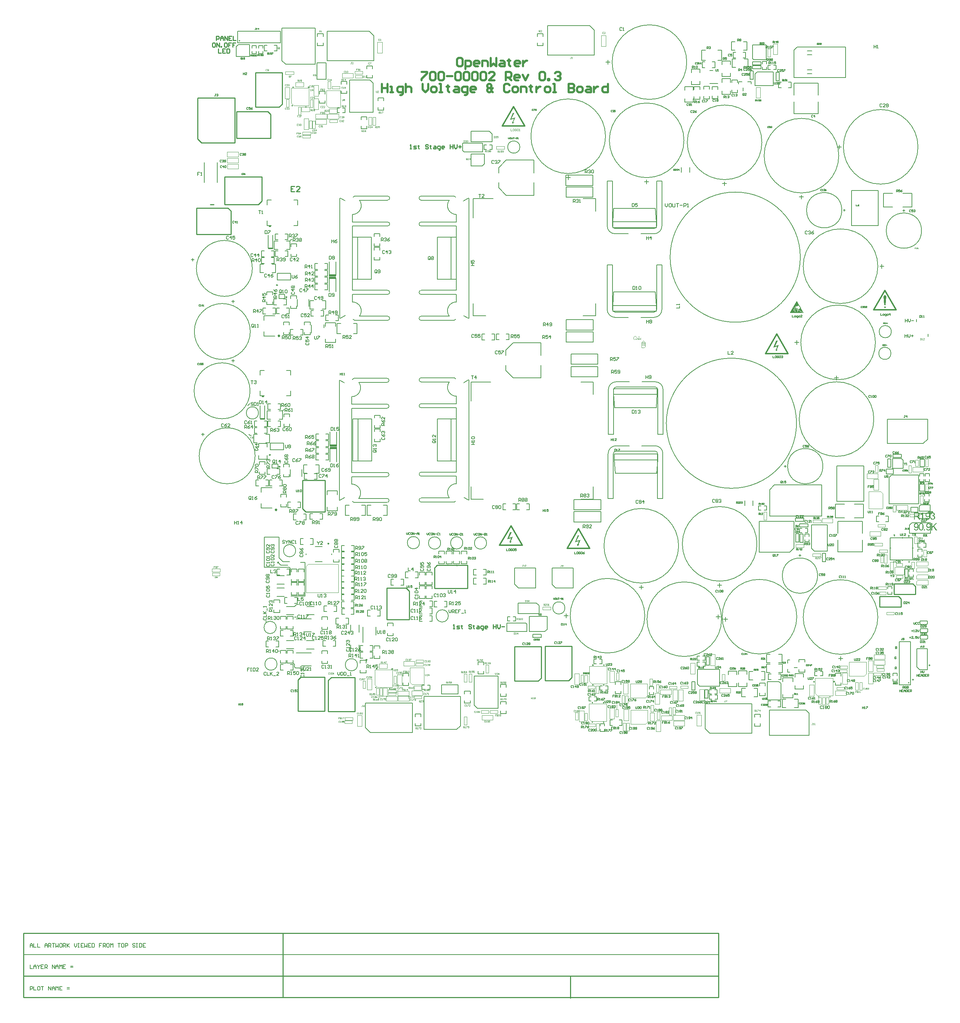
<source format=gto>
G04*
G04 #@! TF.GenerationSoftware,Altium Limited,Altium Designer,24.3.1 (35)*
G04*
G04 Layer_Color=65535*
%FSAX25Y25*%
%MOIN*%
G70*
G04*
G04 #@! TF.SameCoordinates,8ECB5597-4BEE-4FB2-8F1C-C82D3C8D71A6*
G04*
G04*
G04 #@! TF.FilePolarity,Positive*
G04*
G01*
G75*
%ADD10C,0.00787*%
%ADD11C,0.00984*%
%ADD12C,0.00700*%
%ADD13C,0.01000*%
%ADD14C,0.01400*%
%ADD15C,0.00300*%
%ADD16C,0.00800*%
%ADD17C,0.00500*%
%ADD18C,0.00600*%
%ADD19C,0.00200*%
%ADD20C,0.00669*%
%ADD21C,0.00050*%
%ADD22C,0.00125*%
%ADD23C,0.00025*%
%ADD24C,0.00250*%
%ADD25C,0.00400*%
%ADD26C,0.02000*%
%ADD27R,0.01968X0.01317*%
%ADD28R,0.00591X0.03150*%
%ADD29R,0.06800X0.02000*%
%ADD30R,0.05118X0.01600*%
%ADD31R,0.00787X0.03248*%
%ADD32R,0.03248X0.00787*%
G36*
X0503489Y0875045D02*
X0507289Y0876145D01*
X0505289Y0871545D01*
X0506089Y0871745D01*
X0504489Y0869945D01*
X0504189Y0872045D01*
X0504689Y0871645D01*
X0505689Y0874945D01*
X0501989Y0873745D01*
X0504689Y0880345D01*
X0506189D01*
X0503489Y0875045D01*
D02*
G37*
G36*
X0858789Y0698145D02*
X0857589D01*
X0856789Y0706245D01*
X0859589D01*
X0858789Y0698145D01*
D02*
G37*
G36*
X0753689Y0658845D02*
X0757489Y0659945D01*
X0755489Y0655345D01*
X0756289Y0655545D01*
X0754689Y0653745D01*
X0754389Y0655845D01*
X0754889Y0655445D01*
X0755889Y0658745D01*
X0752189Y0657545D01*
X0754889Y0664145D01*
X0756389D01*
X0753689Y0658845D01*
D02*
G37*
G36*
X0501061Y0476675D02*
X0504861Y0477775D01*
X0502861Y0473175D01*
X0503661Y0473375D01*
X0502061Y0471575D01*
X0501761Y0473675D01*
X0502261Y0473275D01*
X0503261Y0476575D01*
X0499561Y0475375D01*
X0502261Y0481975D01*
X0503761D01*
X0501061Y0476675D01*
D02*
G37*
G36*
X0565189Y0473745D02*
X0568989Y0474845D01*
X0566989Y0470245D01*
X0567789Y0470445D01*
X0566189Y0468645D01*
X0565889Y0470745D01*
X0566389Y0470345D01*
X0567389Y0473645D01*
X0563689Y0472445D01*
X0566389Y0479045D01*
X0567889D01*
X0565189Y0473745D01*
D02*
G37*
G36*
X0888896Y0500870D02*
X0888984D01*
X0889191Y0500861D01*
X0889408Y0500831D01*
X0889644Y0500801D01*
X0889861Y0500752D01*
X0889969Y0500723D01*
X0890058Y0500693D01*
X0890068D01*
X0890078Y0500683D01*
X0890137Y0500654D01*
X0890225Y0500614D01*
X0890334Y0500545D01*
X0890452Y0500457D01*
X0890580Y0500339D01*
X0890698Y0500201D01*
X0890816Y0500043D01*
Y0500033D01*
X0890826Y0500023D01*
X0890866Y0499964D01*
X0890905Y0499866D01*
X0890964Y0499738D01*
X0891013Y0499590D01*
X0891063Y0499413D01*
X0891092Y0499225D01*
X0891102Y0499019D01*
Y0499009D01*
Y0498989D01*
Y0498950D01*
X0891092Y0498900D01*
Y0498831D01*
X0891082Y0498763D01*
X0891043Y0498595D01*
X0890984Y0498398D01*
X0890905Y0498191D01*
X0890787Y0497984D01*
X0890708Y0497886D01*
X0890629Y0497787D01*
X0890619Y0497778D01*
X0890609Y0497768D01*
X0890580Y0497738D01*
X0890541Y0497709D01*
X0890491Y0497669D01*
X0890432Y0497630D01*
X0890353Y0497580D01*
X0890275Y0497521D01*
X0890176Y0497472D01*
X0890068Y0497423D01*
X0889950Y0497364D01*
X0889822Y0497315D01*
X0889674Y0497275D01*
X0889526Y0497226D01*
X0889359Y0497196D01*
X0889181Y0497167D01*
X0889201Y0497157D01*
X0889240Y0497137D01*
X0889299Y0497098D01*
X0889378Y0497058D01*
X0889556Y0496950D01*
X0889644Y0496881D01*
X0889723Y0496822D01*
X0889743Y0496802D01*
X0889792Y0496753D01*
X0889871Y0496674D01*
X0889969Y0496576D01*
X0890078Y0496438D01*
X0890206Y0496290D01*
X0890334Y0496113D01*
X0890472Y0495916D01*
X0891644Y0494064D01*
X0890521D01*
X0889625Y0495482D01*
Y0495492D01*
X0889605Y0495512D01*
X0889585Y0495541D01*
X0889556Y0495581D01*
X0889487Y0495689D01*
X0889398Y0495827D01*
X0889290Y0495975D01*
X0889181Y0496133D01*
X0889073Y0496280D01*
X0888974Y0496418D01*
X0888965Y0496428D01*
X0888935Y0496467D01*
X0888886Y0496526D01*
X0888817Y0496595D01*
X0888669Y0496743D01*
X0888590Y0496812D01*
X0888511Y0496871D01*
X0888502Y0496881D01*
X0888482Y0496891D01*
X0888443Y0496911D01*
X0888383Y0496940D01*
X0888324Y0496970D01*
X0888255Y0496999D01*
X0888098Y0497049D01*
X0888088D01*
X0888068Y0497058D01*
X0888029D01*
X0887980Y0497068D01*
X0887911Y0497078D01*
X0887832D01*
X0887724Y0497088D01*
X0886561D01*
Y0494064D01*
X0885655D01*
Y0500880D01*
X0888817D01*
X0888896Y0500870D01*
D02*
G37*
G36*
X0894437Y0494064D02*
X0893600D01*
Y0499393D01*
X0893590Y0499383D01*
X0893540Y0499344D01*
X0893481Y0499285D01*
X0893383Y0499216D01*
X0893274Y0499127D01*
X0893137Y0499028D01*
X0892979Y0498920D01*
X0892802Y0498812D01*
X0892792D01*
X0892782Y0498802D01*
X0892723Y0498763D01*
X0892624Y0498713D01*
X0892506Y0498654D01*
X0892368Y0498585D01*
X0892220Y0498516D01*
X0892073Y0498447D01*
X0891925Y0498388D01*
Y0499196D01*
X0891935D01*
X0891955Y0499216D01*
X0891994Y0499225D01*
X0892043Y0499255D01*
X0892102Y0499285D01*
X0892171Y0499324D01*
X0892339Y0499422D01*
X0892536Y0499531D01*
X0892733Y0499669D01*
X0892940Y0499826D01*
X0893146Y0499994D01*
X0893156Y0500004D01*
X0893166Y0500013D01*
X0893196Y0500043D01*
X0893235Y0500072D01*
X0893324Y0500171D01*
X0893442Y0500289D01*
X0893560Y0500427D01*
X0893688Y0500585D01*
X0893797Y0500742D01*
X0893895Y0500910D01*
X0894437D01*
Y0494064D01*
D02*
G37*
G36*
X0898883Y0500900D02*
X0898932D01*
X0899001Y0500890D01*
X0899169Y0500861D01*
X0899356Y0500821D01*
X0899563Y0500752D01*
X0899770Y0500664D01*
X0899977Y0500545D01*
X0899986D01*
X0899996Y0500526D01*
X0900026Y0500506D01*
X0900065Y0500476D01*
X0900164Y0500398D01*
X0900292Y0500289D01*
X0900420Y0500141D01*
X0900568Y0499964D01*
X0900696Y0499757D01*
X0900814Y0499521D01*
Y0499511D01*
X0900824Y0499491D01*
X0900843Y0499452D01*
X0900863Y0499403D01*
X0900883Y0499334D01*
X0900912Y0499245D01*
X0900932Y0499147D01*
X0900962Y0499038D01*
X0900991Y0498910D01*
X0901021Y0498763D01*
X0901040Y0498605D01*
X0901060Y0498437D01*
X0901080Y0498250D01*
X0901099Y0498053D01*
X0901109Y0497837D01*
Y0497610D01*
Y0497600D01*
Y0497551D01*
Y0497482D01*
Y0497393D01*
X0901099Y0497285D01*
Y0497157D01*
X0901090Y0497009D01*
X0901070Y0496861D01*
X0901040Y0496526D01*
X0900991Y0496172D01*
X0900922Y0495837D01*
X0900873Y0495670D01*
X0900824Y0495522D01*
Y0495512D01*
X0900814Y0495492D01*
X0900794Y0495453D01*
X0900774Y0495394D01*
X0900745Y0495335D01*
X0900706Y0495256D01*
X0900607Y0495088D01*
X0900489Y0494901D01*
X0900351Y0494704D01*
X0900174Y0494517D01*
X0899977Y0494350D01*
X0899967D01*
X0899947Y0494330D01*
X0899918Y0494310D01*
X0899878Y0494291D01*
X0899819Y0494261D01*
X0899760Y0494222D01*
X0899681Y0494182D01*
X0899602Y0494153D01*
X0899415Y0494074D01*
X0899189Y0494005D01*
X0898942Y0493965D01*
X0898666Y0493946D01*
X0898588D01*
X0898538Y0493956D01*
X0898470D01*
X0898391Y0493965D01*
X0898204Y0494005D01*
X0897997Y0494054D01*
X0897780Y0494133D01*
X0897563Y0494241D01*
X0897455Y0494310D01*
X0897357Y0494389D01*
X0897347Y0494399D01*
X0897337Y0494409D01*
X0897307Y0494438D01*
X0897278Y0494468D01*
X0897238Y0494517D01*
X0897189Y0494576D01*
X0897091Y0494714D01*
X0896992Y0494891D01*
X0896894Y0495108D01*
X0896815Y0495354D01*
X0896756Y0495640D01*
X0897563Y0495709D01*
Y0495699D01*
X0897573Y0495679D01*
Y0495660D01*
X0897583Y0495620D01*
X0897613Y0495512D01*
X0897652Y0495394D01*
X0897701Y0495256D01*
X0897770Y0495118D01*
X0897849Y0494990D01*
X0897948Y0494882D01*
X0897957Y0494872D01*
X0897997Y0494842D01*
X0898066Y0494803D01*
X0898145Y0494763D01*
X0898253Y0494714D01*
X0898381Y0494675D01*
X0898529Y0494645D01*
X0898686Y0494635D01*
X0898755D01*
X0898824Y0494645D01*
X0898913Y0494655D01*
X0899021Y0494675D01*
X0899129Y0494704D01*
X0899248Y0494744D01*
X0899356Y0494803D01*
X0899366Y0494813D01*
X0899405Y0494832D01*
X0899464Y0494872D01*
X0899524Y0494931D01*
X0899602Y0495000D01*
X0899681Y0495079D01*
X0899760Y0495167D01*
X0899839Y0495276D01*
X0899848Y0495285D01*
X0899868Y0495335D01*
X0899908Y0495404D01*
X0899947Y0495492D01*
X0899996Y0495611D01*
X0900045Y0495748D01*
X0900095Y0495906D01*
X0900144Y0496083D01*
Y0496093D01*
X0900154Y0496103D01*
Y0496133D01*
X0900164Y0496172D01*
X0900183Y0496270D01*
X0900213Y0496398D01*
X0900233Y0496556D01*
X0900252Y0496724D01*
X0900262Y0496911D01*
X0900272Y0497108D01*
Y0497118D01*
Y0497147D01*
Y0497196D01*
Y0497275D01*
X0900262Y0497255D01*
X0900223Y0497206D01*
X0900164Y0497137D01*
X0900095Y0497039D01*
X0899996Y0496940D01*
X0899878Y0496832D01*
X0899740Y0496724D01*
X0899583Y0496625D01*
X0899563Y0496615D01*
X0899504Y0496586D01*
X0899415Y0496546D01*
X0899307Y0496507D01*
X0899159Y0496458D01*
X0899001Y0496418D01*
X0898824Y0496389D01*
X0898637Y0496379D01*
X0898558D01*
X0898499Y0496389D01*
X0898420Y0496398D01*
X0898341Y0496408D01*
X0898243Y0496428D01*
X0898145Y0496458D01*
X0897918Y0496526D01*
X0897800Y0496576D01*
X0897682Y0496635D01*
X0897554Y0496704D01*
X0897435Y0496793D01*
X0897317Y0496881D01*
X0897209Y0496989D01*
X0897199Y0496999D01*
X0897179Y0497019D01*
X0897159Y0497049D01*
X0897120Y0497098D01*
X0897071Y0497167D01*
X0897022Y0497236D01*
X0896972Y0497324D01*
X0896923Y0497423D01*
X0896864Y0497531D01*
X0896815Y0497649D01*
X0896766Y0497787D01*
X0896716Y0497925D01*
X0896677Y0498083D01*
X0896657Y0498250D01*
X0896637Y0498418D01*
X0896628Y0498605D01*
Y0498615D01*
Y0498654D01*
Y0498703D01*
X0896637Y0498772D01*
X0896647Y0498861D01*
X0896657Y0498969D01*
X0896677Y0499078D01*
X0896706Y0499206D01*
X0896775Y0499462D01*
X0896825Y0499600D01*
X0896884Y0499748D01*
X0896953Y0499885D01*
X0897041Y0500013D01*
X0897130Y0500151D01*
X0897238Y0500270D01*
X0897248Y0500279D01*
X0897268Y0500299D01*
X0897297Y0500329D01*
X0897347Y0500368D01*
X0897406Y0500417D01*
X0897484Y0500476D01*
X0897563Y0500526D01*
X0897662Y0500595D01*
X0897760Y0500654D01*
X0897878Y0500703D01*
X0898145Y0500811D01*
X0898282Y0500851D01*
X0898440Y0500880D01*
X0898598Y0500900D01*
X0898765Y0500910D01*
X0898834D01*
X0898883Y0500900D01*
D02*
G37*
G36*
X0903665D02*
X0903793Y0500880D01*
X0903950Y0500851D01*
X0904128Y0500801D01*
X0904305Y0500742D01*
X0904482Y0500664D01*
X0904492D01*
X0904502Y0500654D01*
X0904561Y0500624D01*
X0904650Y0500565D01*
X0904748Y0500496D01*
X0904866Y0500398D01*
X0904984Y0500289D01*
X0905103Y0500161D01*
X0905201Y0500013D01*
X0905211Y0499994D01*
X0905241Y0499944D01*
X0905280Y0499856D01*
X0905329Y0499748D01*
X0905379Y0499619D01*
X0905418Y0499472D01*
X0905447Y0499304D01*
X0905457Y0499137D01*
Y0499117D01*
Y0499058D01*
X0905447Y0498979D01*
X0905428Y0498871D01*
X0905398Y0498743D01*
X0905349Y0498605D01*
X0905290Y0498467D01*
X0905211Y0498329D01*
X0905201Y0498309D01*
X0905172Y0498270D01*
X0905112Y0498201D01*
X0905034Y0498122D01*
X0904935Y0498034D01*
X0904817Y0497935D01*
X0904679Y0497846D01*
X0904512Y0497758D01*
X0904521D01*
X0904541Y0497748D01*
X0904571Y0497738D01*
X0904610Y0497728D01*
X0904718Y0497689D01*
X0904856Y0497630D01*
X0905014Y0497551D01*
X0905172Y0497452D01*
X0905319Y0497324D01*
X0905457Y0497177D01*
X0905467Y0497157D01*
X0905507Y0497098D01*
X0905566Y0496999D01*
X0905625Y0496871D01*
X0905684Y0496714D01*
X0905743Y0496526D01*
X0905782Y0496310D01*
X0905792Y0496073D01*
Y0496064D01*
Y0496034D01*
Y0495985D01*
X0905782Y0495926D01*
X0905772Y0495847D01*
X0905753Y0495758D01*
X0905733Y0495660D01*
X0905713Y0495551D01*
X0905635Y0495315D01*
X0905575Y0495187D01*
X0905516Y0495069D01*
X0905438Y0494941D01*
X0905349Y0494813D01*
X0905250Y0494685D01*
X0905132Y0494566D01*
X0905122Y0494557D01*
X0905103Y0494537D01*
X0905063Y0494507D01*
X0905014Y0494468D01*
X0904955Y0494419D01*
X0904876Y0494369D01*
X0904788Y0494310D01*
X0904679Y0494261D01*
X0904571Y0494202D01*
X0904443Y0494143D01*
X0904315Y0494094D01*
X0904167Y0494044D01*
X0904009Y0494005D01*
X0903842Y0493975D01*
X0903674Y0493956D01*
X0903487Y0493946D01*
X0903399D01*
X0903339Y0493956D01*
X0903261Y0493965D01*
X0903172Y0493975D01*
X0903074Y0493995D01*
X0902965Y0494015D01*
X0902729Y0494074D01*
X0902483Y0494172D01*
X0902355Y0494232D01*
X0902236Y0494300D01*
X0902118Y0494389D01*
X0902000Y0494478D01*
X0901990Y0494488D01*
X0901970Y0494507D01*
X0901941Y0494537D01*
X0901911Y0494576D01*
X0901862Y0494626D01*
X0901813Y0494694D01*
X0901754Y0494763D01*
X0901695Y0494852D01*
X0901635Y0494950D01*
X0901576Y0495049D01*
X0901468Y0495285D01*
X0901379Y0495561D01*
X0901350Y0495709D01*
X0901330Y0495867D01*
X0902167Y0495975D01*
Y0495965D01*
X0902177Y0495945D01*
X0902187Y0495906D01*
X0902197Y0495857D01*
X0902207Y0495798D01*
X0902227Y0495729D01*
X0902276Y0495581D01*
X0902345Y0495404D01*
X0902433Y0495236D01*
X0902532Y0495079D01*
X0902650Y0494941D01*
X0902670Y0494931D01*
X0902709Y0494891D01*
X0902788Y0494842D01*
X0902886Y0494793D01*
X0903005Y0494734D01*
X0903152Y0494685D01*
X0903320Y0494645D01*
X0903497Y0494635D01*
X0903556D01*
X0903596Y0494645D01*
X0903704Y0494655D01*
X0903842Y0494685D01*
X0904000Y0494734D01*
X0904167Y0494803D01*
X0904334Y0494901D01*
X0904492Y0495039D01*
X0904512Y0495059D01*
X0904561Y0495118D01*
X0904620Y0495207D01*
X0904699Y0495325D01*
X0904778Y0495473D01*
X0904837Y0495640D01*
X0904886Y0495837D01*
X0904906Y0496054D01*
Y0496064D01*
Y0496083D01*
Y0496113D01*
X0904896Y0496152D01*
X0904886Y0496261D01*
X0904856Y0496389D01*
X0904817Y0496546D01*
X0904748Y0496704D01*
X0904650Y0496861D01*
X0904521Y0497009D01*
X0904502Y0497029D01*
X0904453Y0497068D01*
X0904374Y0497127D01*
X0904265Y0497196D01*
X0904128Y0497265D01*
X0903960Y0497324D01*
X0903773Y0497364D01*
X0903566Y0497383D01*
X0903477D01*
X0903409Y0497374D01*
X0903320Y0497364D01*
X0903221Y0497344D01*
X0903103Y0497324D01*
X0902975Y0497295D01*
X0903074Y0498034D01*
X0903123D01*
X0903162Y0498024D01*
X0903290D01*
X0903399Y0498043D01*
X0903527Y0498063D01*
X0903674Y0498093D01*
X0903842Y0498142D01*
X0904000Y0498211D01*
X0904167Y0498300D01*
X0904177D01*
X0904187Y0498309D01*
X0904236Y0498349D01*
X0904305Y0498418D01*
X0904384Y0498506D01*
X0904462Y0498634D01*
X0904531Y0498782D01*
X0904581Y0498950D01*
X0904600Y0499048D01*
Y0499157D01*
Y0499166D01*
Y0499176D01*
Y0499235D01*
X0904581Y0499314D01*
X0904561Y0499422D01*
X0904521Y0499541D01*
X0904472Y0499669D01*
X0904393Y0499797D01*
X0904285Y0499915D01*
X0904275Y0499925D01*
X0904226Y0499964D01*
X0904157Y0500013D01*
X0904068Y0500072D01*
X0903950Y0500122D01*
X0903812Y0500171D01*
X0903655Y0500210D01*
X0903477Y0500220D01*
X0903399D01*
X0903310Y0500201D01*
X0903192Y0500181D01*
X0903064Y0500141D01*
X0902936Y0500092D01*
X0902798Y0500013D01*
X0902670Y0499915D01*
X0902660Y0499905D01*
X0902621Y0499856D01*
X0902561Y0499787D01*
X0902492Y0499688D01*
X0902423Y0499560D01*
X0902355Y0499403D01*
X0902295Y0499216D01*
X0902256Y0498999D01*
X0901419Y0499147D01*
Y0499157D01*
X0901429Y0499186D01*
X0901439Y0499225D01*
X0901448Y0499285D01*
X0901468Y0499354D01*
X0901498Y0499432D01*
X0901557Y0499619D01*
X0901655Y0499836D01*
X0901773Y0500053D01*
X0901921Y0500260D01*
X0902108Y0500447D01*
X0902118Y0500457D01*
X0902138Y0500466D01*
X0902167Y0500486D01*
X0902207Y0500516D01*
X0902256Y0500555D01*
X0902325Y0500595D01*
X0902394Y0500634D01*
X0902483Y0500683D01*
X0902680Y0500762D01*
X0902906Y0500841D01*
X0903172Y0500890D01*
X0903310Y0500910D01*
X0903556D01*
X0903665Y0500900D01*
D02*
G37*
G36*
X0887911Y0490711D02*
X0887960D01*
X0888029Y0490701D01*
X0888196Y0490672D01*
X0888383Y0490632D01*
X0888590Y0490563D01*
X0888797Y0490475D01*
X0889004Y0490356D01*
X0889014D01*
X0889024Y0490337D01*
X0889053Y0490317D01*
X0889093Y0490287D01*
X0889191Y0490209D01*
X0889319Y0490100D01*
X0889447Y0489953D01*
X0889595Y0489775D01*
X0889723Y0489569D01*
X0889841Y0489332D01*
Y0489322D01*
X0889851Y0489302D01*
X0889871Y0489263D01*
X0889890Y0489214D01*
X0889910Y0489145D01*
X0889940Y0489056D01*
X0889959Y0488958D01*
X0889989Y0488849D01*
X0890018Y0488721D01*
X0890048Y0488574D01*
X0890068Y0488416D01*
X0890088Y0488249D01*
X0890107Y0488061D01*
X0890127Y0487864D01*
X0890137Y0487648D01*
Y0487421D01*
Y0487411D01*
Y0487362D01*
Y0487293D01*
Y0487205D01*
X0890127Y0487096D01*
Y0486968D01*
X0890117Y0486820D01*
X0890097Y0486673D01*
X0890068Y0486338D01*
X0890018Y0485983D01*
X0889950Y0485648D01*
X0889900Y0485481D01*
X0889851Y0485333D01*
Y0485323D01*
X0889841Y0485303D01*
X0889822Y0485264D01*
X0889802Y0485205D01*
X0889772Y0485146D01*
X0889733Y0485067D01*
X0889634Y0484900D01*
X0889516Y0484712D01*
X0889378Y0484515D01*
X0889201Y0484328D01*
X0889004Y0484161D01*
X0888994D01*
X0888974Y0484141D01*
X0888945Y0484121D01*
X0888906Y0484102D01*
X0888846Y0484072D01*
X0888787Y0484033D01*
X0888708Y0483993D01*
X0888630Y0483964D01*
X0888443Y0483885D01*
X0888216Y0483816D01*
X0887970Y0483777D01*
X0887694Y0483757D01*
X0887615D01*
X0887566Y0483767D01*
X0887497D01*
X0887418Y0483777D01*
X0887231Y0483816D01*
X0887024Y0483865D01*
X0886807Y0483944D01*
X0886591Y0484053D01*
X0886482Y0484121D01*
X0886384Y0484200D01*
X0886374Y0484210D01*
X0886364Y0484220D01*
X0886335Y0484249D01*
X0886305Y0484279D01*
X0886266Y0484328D01*
X0886216Y0484387D01*
X0886118Y0484525D01*
X0886019Y0484703D01*
X0885921Y0484919D01*
X0885842Y0485166D01*
X0885783Y0485451D01*
X0886591Y0485520D01*
Y0485510D01*
X0886601Y0485491D01*
Y0485471D01*
X0886610Y0485431D01*
X0886640Y0485323D01*
X0886679Y0485205D01*
X0886729Y0485067D01*
X0886798Y0484929D01*
X0886876Y0484801D01*
X0886975Y0484693D01*
X0886985Y0484683D01*
X0887024Y0484653D01*
X0887093Y0484614D01*
X0887172Y0484575D01*
X0887280Y0484525D01*
X0887408Y0484486D01*
X0887556Y0484456D01*
X0887714Y0484446D01*
X0887783D01*
X0887852Y0484456D01*
X0887940Y0484466D01*
X0888048Y0484486D01*
X0888157Y0484515D01*
X0888275Y0484555D01*
X0888383Y0484614D01*
X0888393Y0484624D01*
X0888433Y0484644D01*
X0888492Y0484683D01*
X0888551Y0484742D01*
X0888630Y0484811D01*
X0888708Y0484890D01*
X0888787Y0484978D01*
X0888866Y0485087D01*
X0888876Y0485097D01*
X0888896Y0485146D01*
X0888935Y0485215D01*
X0888974Y0485303D01*
X0889024Y0485422D01*
X0889073Y0485560D01*
X0889122Y0485717D01*
X0889171Y0485894D01*
Y0485904D01*
X0889181Y0485914D01*
Y0485944D01*
X0889191Y0485983D01*
X0889211Y0486082D01*
X0889240Y0486210D01*
X0889260Y0486367D01*
X0889280Y0486535D01*
X0889290Y0486722D01*
X0889299Y0486919D01*
Y0486929D01*
Y0486958D01*
Y0487008D01*
Y0487086D01*
X0889290Y0487067D01*
X0889250Y0487017D01*
X0889191Y0486948D01*
X0889122Y0486850D01*
X0889024Y0486751D01*
X0888906Y0486643D01*
X0888768Y0486535D01*
X0888610Y0486436D01*
X0888590Y0486426D01*
X0888531Y0486397D01*
X0888443Y0486357D01*
X0888334Y0486318D01*
X0888186Y0486269D01*
X0888029Y0486229D01*
X0887852Y0486200D01*
X0887664Y0486190D01*
X0887586D01*
X0887527Y0486200D01*
X0887448Y0486210D01*
X0887369Y0486220D01*
X0887270Y0486239D01*
X0887172Y0486269D01*
X0886945Y0486338D01*
X0886827Y0486387D01*
X0886709Y0486446D01*
X0886581Y0486515D01*
X0886463Y0486604D01*
X0886345Y0486692D01*
X0886236Y0486801D01*
X0886226Y0486810D01*
X0886207Y0486830D01*
X0886187Y0486860D01*
X0886147Y0486909D01*
X0886098Y0486978D01*
X0886049Y0487047D01*
X0886000Y0487136D01*
X0885950Y0487234D01*
X0885891Y0487342D01*
X0885842Y0487461D01*
X0885793Y0487599D01*
X0885744Y0487736D01*
X0885704Y0487894D01*
X0885684Y0488061D01*
X0885665Y0488229D01*
X0885655Y0488416D01*
Y0488426D01*
Y0488465D01*
Y0488515D01*
X0885665Y0488584D01*
X0885675Y0488672D01*
X0885684Y0488780D01*
X0885704Y0488889D01*
X0885734Y0489017D01*
X0885803Y0489273D01*
X0885852Y0489411D01*
X0885911Y0489559D01*
X0885980Y0489697D01*
X0886069Y0489825D01*
X0886157Y0489962D01*
X0886266Y0490081D01*
X0886275Y0490091D01*
X0886295Y0490110D01*
X0886325Y0490140D01*
X0886374Y0490179D01*
X0886433Y0490228D01*
X0886512Y0490287D01*
X0886591Y0490337D01*
X0886689Y0490406D01*
X0886788Y0490465D01*
X0886906Y0490514D01*
X0887172Y0490622D01*
X0887310Y0490662D01*
X0887467Y0490691D01*
X0887625Y0490711D01*
X0887792Y0490721D01*
X0887861D01*
X0887911Y0490711D01*
D02*
G37*
G36*
X0892781D02*
X0892909Y0490691D01*
X0893056Y0490662D01*
X0893214Y0490622D01*
X0893382Y0490573D01*
X0893539Y0490494D01*
X0893549D01*
X0893559Y0490485D01*
X0893608Y0490455D01*
X0893687Y0490406D01*
X0893785Y0490337D01*
X0893894Y0490238D01*
X0894012Y0490130D01*
X0894120Y0490002D01*
X0894229Y0489854D01*
X0894238Y0489834D01*
X0894278Y0489785D01*
X0894317Y0489697D01*
X0894386Y0489569D01*
X0894445Y0489421D01*
X0894524Y0489253D01*
X0894593Y0489056D01*
X0894652Y0488840D01*
Y0488830D01*
X0894662Y0488810D01*
X0894672Y0488780D01*
X0894682Y0488731D01*
X0894691Y0488672D01*
X0894701Y0488603D01*
X0894721Y0488515D01*
X0894731Y0488416D01*
X0894751Y0488308D01*
X0894761Y0488190D01*
X0894770Y0488052D01*
X0894790Y0487914D01*
X0894800Y0487756D01*
Y0487599D01*
X0894810Y0487421D01*
Y0487234D01*
Y0487224D01*
Y0487185D01*
Y0487116D01*
Y0487037D01*
X0894800Y0486929D01*
Y0486810D01*
X0894790Y0486682D01*
X0894780Y0486545D01*
X0894751Y0486229D01*
X0894701Y0485904D01*
X0894642Y0485589D01*
X0894603Y0485441D01*
X0894554Y0485294D01*
Y0485284D01*
X0894544Y0485264D01*
X0894524Y0485225D01*
X0894504Y0485175D01*
X0894485Y0485106D01*
X0894445Y0485038D01*
X0894366Y0484870D01*
X0894268Y0484693D01*
X0894140Y0484496D01*
X0893992Y0484318D01*
X0893815Y0484151D01*
X0893805D01*
X0893795Y0484131D01*
X0893766Y0484112D01*
X0893726Y0484092D01*
X0893677Y0484062D01*
X0893628Y0484023D01*
X0893480Y0483954D01*
X0893303Y0483885D01*
X0893096Y0483816D01*
X0892850Y0483777D01*
X0892584Y0483757D01*
X0892485D01*
X0892416Y0483767D01*
X0892337Y0483777D01*
X0892239Y0483796D01*
X0892130Y0483816D01*
X0892012Y0483846D01*
X0891894Y0483885D01*
X0891766Y0483924D01*
X0891638Y0483984D01*
X0891510Y0484053D01*
X0891382Y0484131D01*
X0891254Y0484230D01*
X0891136Y0484338D01*
X0891027Y0484456D01*
X0891018Y0484466D01*
X0890998Y0484496D01*
X0890968Y0484545D01*
X0890919Y0484624D01*
X0890870Y0484712D01*
X0890821Y0484831D01*
X0890751Y0484969D01*
X0890692Y0485126D01*
X0890633Y0485303D01*
X0890574Y0485510D01*
X0890515Y0485737D01*
X0890466Y0485993D01*
X0890417Y0486269D01*
X0890387Y0486564D01*
X0890367Y0486889D01*
X0890357Y0487234D01*
Y0487244D01*
Y0487283D01*
Y0487352D01*
Y0487431D01*
X0890367Y0487539D01*
Y0487658D01*
X0890377Y0487786D01*
X0890387Y0487933D01*
X0890417Y0488239D01*
X0890466Y0488564D01*
X0890525Y0488889D01*
X0890564Y0489037D01*
X0890604Y0489184D01*
Y0489194D01*
X0890614Y0489214D01*
X0890633Y0489253D01*
X0890653Y0489302D01*
X0890673Y0489371D01*
X0890712Y0489440D01*
X0890791Y0489608D01*
X0890889Y0489785D01*
X0891018Y0489972D01*
X0891165Y0490160D01*
X0891343Y0490317D01*
X0891352D01*
X0891362Y0490337D01*
X0891392Y0490356D01*
X0891431Y0490376D01*
X0891480Y0490416D01*
X0891539Y0490445D01*
X0891687Y0490524D01*
X0891865Y0490593D01*
X0892071Y0490662D01*
X0892318Y0490701D01*
X0892584Y0490721D01*
X0892672D01*
X0892781Y0490711D01*
D02*
G37*
G36*
X0896015Y0483875D02*
X0895060D01*
Y0484831D01*
X0896015D01*
Y0483875D01*
D02*
G37*
G36*
X0899667Y0490711D02*
X0899716D01*
X0899785Y0490701D01*
X0899953Y0490672D01*
X0900140Y0490632D01*
X0900347Y0490563D01*
X0900554Y0490475D01*
X0900760Y0490356D01*
X0900770D01*
X0900780Y0490337D01*
X0900810Y0490317D01*
X0900849Y0490287D01*
X0900947Y0490209D01*
X0901075Y0490100D01*
X0901204Y0489953D01*
X0901351Y0489775D01*
X0901479Y0489569D01*
X0901598Y0489332D01*
Y0489322D01*
X0901607Y0489302D01*
X0901627Y0489263D01*
X0901647Y0489214D01*
X0901667Y0489145D01*
X0901696Y0489056D01*
X0901716Y0488958D01*
X0901745Y0488849D01*
X0901775Y0488721D01*
X0901804Y0488574D01*
X0901824Y0488416D01*
X0901844Y0488249D01*
X0901863Y0488061D01*
X0901883Y0487864D01*
X0901893Y0487648D01*
Y0487421D01*
Y0487411D01*
Y0487362D01*
Y0487293D01*
Y0487205D01*
X0901883Y0487096D01*
Y0486968D01*
X0901873Y0486820D01*
X0901854Y0486673D01*
X0901824Y0486338D01*
X0901775Y0485983D01*
X0901706Y0485648D01*
X0901657Y0485481D01*
X0901607Y0485333D01*
Y0485323D01*
X0901598Y0485303D01*
X0901578Y0485264D01*
X0901558Y0485205D01*
X0901529Y0485146D01*
X0901489Y0485067D01*
X0901391Y0484900D01*
X0901272Y0484712D01*
X0901135Y0484515D01*
X0900957Y0484328D01*
X0900760Y0484161D01*
X0900751D01*
X0900731Y0484141D01*
X0900701Y0484121D01*
X0900662Y0484102D01*
X0900603Y0484072D01*
X0900544Y0484033D01*
X0900465Y0483993D01*
X0900386Y0483964D01*
X0900199Y0483885D01*
X0899972Y0483816D01*
X0899726Y0483777D01*
X0899450Y0483757D01*
X0899372D01*
X0899322Y0483767D01*
X0899253D01*
X0899174Y0483777D01*
X0898987Y0483816D01*
X0898781Y0483865D01*
X0898564Y0483944D01*
X0898347Y0484053D01*
X0898239Y0484121D01*
X0898140Y0484200D01*
X0898130Y0484210D01*
X0898120Y0484220D01*
X0898091Y0484249D01*
X0898061Y0484279D01*
X0898022Y0484328D01*
X0897973Y0484387D01*
X0897874Y0484525D01*
X0897776Y0484703D01*
X0897677Y0484919D01*
X0897598Y0485166D01*
X0897539Y0485451D01*
X0898347Y0485520D01*
Y0485510D01*
X0898357Y0485491D01*
Y0485471D01*
X0898367Y0485431D01*
X0898396Y0485323D01*
X0898436Y0485205D01*
X0898485Y0485067D01*
X0898554Y0484929D01*
X0898633Y0484801D01*
X0898731Y0484693D01*
X0898741Y0484683D01*
X0898781Y0484653D01*
X0898849Y0484614D01*
X0898928Y0484575D01*
X0899037Y0484525D01*
X0899165Y0484486D01*
X0899312Y0484456D01*
X0899470Y0484446D01*
X0899539D01*
X0899608Y0484456D01*
X0899697Y0484466D01*
X0899805Y0484486D01*
X0899913Y0484515D01*
X0900031Y0484555D01*
X0900140Y0484614D01*
X0900150Y0484624D01*
X0900189Y0484644D01*
X0900248Y0484683D01*
X0900307Y0484742D01*
X0900386Y0484811D01*
X0900465Y0484890D01*
X0900544Y0484978D01*
X0900622Y0485087D01*
X0900632Y0485097D01*
X0900652Y0485146D01*
X0900691Y0485215D01*
X0900731Y0485303D01*
X0900780Y0485422D01*
X0900829Y0485560D01*
X0900879Y0485717D01*
X0900928Y0485894D01*
Y0485904D01*
X0900938Y0485914D01*
Y0485944D01*
X0900947Y0485983D01*
X0900967Y0486082D01*
X0900997Y0486210D01*
X0901016Y0486367D01*
X0901036Y0486535D01*
X0901046Y0486722D01*
X0901056Y0486919D01*
Y0486929D01*
Y0486958D01*
Y0487008D01*
Y0487086D01*
X0901046Y0487067D01*
X0901007Y0487017D01*
X0900947Y0486948D01*
X0900879Y0486850D01*
X0900780Y0486751D01*
X0900662Y0486643D01*
X0900524Y0486535D01*
X0900366Y0486436D01*
X0900347Y0486426D01*
X0900288Y0486397D01*
X0900199Y0486357D01*
X0900091Y0486318D01*
X0899943Y0486269D01*
X0899785Y0486229D01*
X0899608Y0486200D01*
X0899421Y0486190D01*
X0899342D01*
X0899283Y0486200D01*
X0899204Y0486210D01*
X0899125Y0486220D01*
X0899027Y0486239D01*
X0898928Y0486269D01*
X0898702Y0486338D01*
X0898584Y0486387D01*
X0898465Y0486446D01*
X0898337Y0486515D01*
X0898219Y0486604D01*
X0898101Y0486692D01*
X0897993Y0486801D01*
X0897983Y0486810D01*
X0897963Y0486830D01*
X0897943Y0486860D01*
X0897904Y0486909D01*
X0897855Y0486978D01*
X0897805Y0487047D01*
X0897756Y0487136D01*
X0897707Y0487234D01*
X0897648Y0487342D01*
X0897598Y0487461D01*
X0897549Y0487599D01*
X0897500Y0487736D01*
X0897461Y0487894D01*
X0897441Y0488061D01*
X0897421Y0488229D01*
X0897411Y0488416D01*
Y0488426D01*
Y0488465D01*
Y0488515D01*
X0897421Y0488584D01*
X0897431Y0488672D01*
X0897441Y0488780D01*
X0897461Y0488889D01*
X0897490Y0489017D01*
X0897559Y0489273D01*
X0897608Y0489411D01*
X0897667Y0489559D01*
X0897736Y0489697D01*
X0897825Y0489825D01*
X0897914Y0489962D01*
X0898022Y0490081D01*
X0898032Y0490091D01*
X0898052Y0490110D01*
X0898081Y0490140D01*
X0898130Y0490179D01*
X0898190Y0490228D01*
X0898268Y0490287D01*
X0898347Y0490337D01*
X0898446Y0490406D01*
X0898544Y0490465D01*
X0898662Y0490514D01*
X0898928Y0490622D01*
X0899066Y0490662D01*
X0899224Y0490691D01*
X0899381Y0490711D01*
X0899549Y0490721D01*
X0899618D01*
X0899667Y0490711D01*
D02*
G37*
G36*
X0904764Y0487923D02*
X0907748Y0483875D01*
X0906556D01*
X0904133Y0487313D01*
X0903020Y0486239D01*
Y0483875D01*
X0902114D01*
Y0490691D01*
X0903020D01*
Y0487303D01*
X0906389Y0490691D01*
X0907620D01*
X0904764Y0487923D01*
D02*
G37*
%LPC*%
G36*
X0888708Y0500122D02*
X0886561D01*
Y0497866D01*
X0888590D01*
X0888708Y0497876D01*
X0888846Y0497886D01*
X0889004Y0497896D01*
X0889162Y0497915D01*
X0889319Y0497945D01*
X0889457Y0497984D01*
X0889477Y0497994D01*
X0889516Y0498014D01*
X0889575Y0498043D01*
X0889654Y0498083D01*
X0889743Y0498142D01*
X0889831Y0498211D01*
X0889920Y0498300D01*
X0889989Y0498398D01*
X0889999Y0498408D01*
X0890018Y0498447D01*
X0890048Y0498506D01*
X0890088Y0498585D01*
X0890117Y0498674D01*
X0890147Y0498772D01*
X0890166Y0498890D01*
X0890176Y0499009D01*
Y0499019D01*
Y0499028D01*
X0890166Y0499087D01*
X0890156Y0499176D01*
X0890137Y0499294D01*
X0890088Y0499413D01*
X0890028Y0499550D01*
X0889940Y0499679D01*
X0889822Y0499807D01*
X0889802Y0499816D01*
X0889753Y0499856D01*
X0889674Y0499905D01*
X0889546Y0499964D01*
X0889398Y0500023D01*
X0889201Y0500072D01*
X0888974Y0500112D01*
X0888708Y0500122D01*
D02*
G37*
G36*
X0898972Y0500220D02*
X0898814D01*
X0898775Y0500210D01*
X0898666Y0500201D01*
X0898538Y0500161D01*
X0898381Y0500112D01*
X0898213Y0500023D01*
X0898046Y0499915D01*
X0897967Y0499836D01*
X0897888Y0499757D01*
Y0499748D01*
X0897869Y0499738D01*
X0897849Y0499708D01*
X0897829Y0499679D01*
X0897760Y0499580D01*
X0897691Y0499442D01*
X0897613Y0499275D01*
X0897544Y0499068D01*
X0897504Y0498831D01*
X0897484Y0498575D01*
Y0498565D01*
Y0498546D01*
Y0498516D01*
X0897494Y0498467D01*
Y0498408D01*
X0897504Y0498349D01*
X0897534Y0498201D01*
X0897583Y0498034D01*
X0897642Y0497856D01*
X0897741Y0497679D01*
X0897869Y0497521D01*
X0897888Y0497502D01*
X0897938Y0497462D01*
X0898026Y0497393D01*
X0898135Y0497324D01*
X0898282Y0497246D01*
X0898450Y0497177D01*
X0898637Y0497137D01*
X0898844Y0497118D01*
X0898903D01*
X0898942Y0497127D01*
X0899051Y0497137D01*
X0899179Y0497167D01*
X0899336Y0497216D01*
X0899494Y0497285D01*
X0899652Y0497383D01*
X0899799Y0497521D01*
X0899819Y0497541D01*
X0899858Y0497600D01*
X0899918Y0497689D01*
X0899996Y0497817D01*
X0900065Y0497974D01*
X0900124Y0498162D01*
X0900164Y0498388D01*
X0900183Y0498644D01*
Y0498654D01*
Y0498674D01*
Y0498713D01*
X0900174Y0498763D01*
Y0498831D01*
X0900164Y0498900D01*
X0900134Y0499058D01*
X0900095Y0499245D01*
X0900026Y0499442D01*
X0899927Y0499629D01*
X0899799Y0499797D01*
Y0499807D01*
X0899780Y0499816D01*
X0899730Y0499866D01*
X0899652Y0499935D01*
X0899543Y0500013D01*
X0899405Y0500082D01*
X0899248Y0500151D01*
X0899070Y0500201D01*
X0898972Y0500220D01*
D02*
G37*
G36*
X0887999Y0490031D02*
X0887842D01*
X0887802Y0490022D01*
X0887694Y0490012D01*
X0887566Y0489972D01*
X0887408Y0489923D01*
X0887241Y0489834D01*
X0887073Y0489726D01*
X0886995Y0489647D01*
X0886916Y0489569D01*
Y0489559D01*
X0886896Y0489549D01*
X0886876Y0489519D01*
X0886857Y0489490D01*
X0886788Y0489391D01*
X0886719Y0489253D01*
X0886640Y0489086D01*
X0886571Y0488879D01*
X0886532Y0488643D01*
X0886512Y0488386D01*
Y0488377D01*
Y0488357D01*
Y0488327D01*
X0886522Y0488278D01*
Y0488219D01*
X0886532Y0488160D01*
X0886561Y0488012D01*
X0886610Y0487845D01*
X0886670Y0487667D01*
X0886768Y0487490D01*
X0886896Y0487332D01*
X0886916Y0487313D01*
X0886965Y0487273D01*
X0887054Y0487205D01*
X0887162Y0487136D01*
X0887310Y0487057D01*
X0887477Y0486988D01*
X0887664Y0486948D01*
X0887871Y0486929D01*
X0887930D01*
X0887970Y0486938D01*
X0888078Y0486948D01*
X0888206Y0486978D01*
X0888364Y0487027D01*
X0888521Y0487096D01*
X0888679Y0487195D01*
X0888827Y0487332D01*
X0888846Y0487352D01*
X0888886Y0487411D01*
X0888945Y0487500D01*
X0889024Y0487628D01*
X0889093Y0487786D01*
X0889152Y0487973D01*
X0889191Y0488199D01*
X0889211Y0488455D01*
Y0488465D01*
Y0488485D01*
Y0488524D01*
X0889201Y0488574D01*
Y0488643D01*
X0889191Y0488712D01*
X0889162Y0488869D01*
X0889122Y0489056D01*
X0889053Y0489253D01*
X0888955Y0489440D01*
X0888827Y0489608D01*
Y0489618D01*
X0888807Y0489628D01*
X0888758Y0489677D01*
X0888679Y0489746D01*
X0888571Y0489825D01*
X0888433Y0489893D01*
X0888275Y0489962D01*
X0888098Y0490012D01*
X0887999Y0490031D01*
D02*
G37*
G36*
X0892574D02*
X0892515D01*
X0892475Y0490022D01*
X0892367Y0490002D01*
X0892239Y0489972D01*
X0892091Y0489913D01*
X0891934Y0489825D01*
X0891855Y0489766D01*
X0891776Y0489706D01*
X0891707Y0489628D01*
X0891638Y0489539D01*
Y0489529D01*
X0891618Y0489509D01*
X0891599Y0489470D01*
X0891569Y0489421D01*
X0891539Y0489342D01*
X0891500Y0489253D01*
X0891471Y0489145D01*
X0891431Y0489017D01*
X0891392Y0488869D01*
X0891352Y0488702D01*
X0891313Y0488515D01*
X0891283Y0488308D01*
X0891254Y0488071D01*
X0891234Y0487815D01*
X0891224Y0487539D01*
X0891214Y0487234D01*
Y0487214D01*
Y0487165D01*
Y0487076D01*
X0891224Y0486958D01*
Y0486830D01*
X0891234Y0486673D01*
X0891244Y0486505D01*
X0891264Y0486328D01*
X0891313Y0485944D01*
X0891343Y0485756D01*
X0891382Y0485579D01*
X0891421Y0485412D01*
X0891480Y0485254D01*
X0891539Y0485116D01*
X0891609Y0484998D01*
Y0484988D01*
X0891628Y0484978D01*
X0891677Y0484909D01*
X0891766Y0484821D01*
X0891874Y0484722D01*
X0892022Y0484624D01*
X0892190Y0484535D01*
X0892377Y0484466D01*
X0892475Y0484456D01*
X0892584Y0484446D01*
X0892643D01*
X0892682Y0484456D01*
X0892781Y0484476D01*
X0892918Y0484515D01*
X0893066Y0484584D01*
X0893234Y0484683D01*
X0893312Y0484742D01*
X0893391Y0484821D01*
X0893470Y0484900D01*
X0893549Y0484998D01*
Y0485008D01*
X0893569Y0485028D01*
X0893588Y0485057D01*
X0893608Y0485106D01*
X0893647Y0485175D01*
X0893677Y0485264D01*
X0893716Y0485362D01*
X0893756Y0485481D01*
X0893785Y0485629D01*
X0893825Y0485786D01*
X0893864Y0485973D01*
X0893894Y0486170D01*
X0893913Y0486407D01*
X0893933Y0486653D01*
X0893953Y0486929D01*
Y0487234D01*
Y0487244D01*
Y0487254D01*
Y0487303D01*
Y0487392D01*
X0893943Y0487510D01*
Y0487638D01*
X0893933Y0487795D01*
X0893923Y0487963D01*
X0893904Y0488150D01*
X0893854Y0488524D01*
X0893825Y0488712D01*
X0893785Y0488889D01*
X0893746Y0489056D01*
X0893687Y0489214D01*
X0893628Y0489352D01*
X0893559Y0489470D01*
Y0489480D01*
X0893539Y0489490D01*
X0893519Y0489519D01*
X0893490Y0489559D01*
X0893401Y0489647D01*
X0893293Y0489756D01*
X0893145Y0489854D01*
X0892978Y0489943D01*
X0892889Y0489982D01*
X0892791Y0490012D01*
X0892682Y0490022D01*
X0892574Y0490031D01*
D02*
G37*
G36*
X0899756D02*
X0899598D01*
X0899559Y0490022D01*
X0899450Y0490012D01*
X0899322Y0489972D01*
X0899165Y0489923D01*
X0898997Y0489834D01*
X0898830Y0489726D01*
X0898751Y0489647D01*
X0898672Y0489569D01*
Y0489559D01*
X0898652Y0489549D01*
X0898633Y0489519D01*
X0898613Y0489490D01*
X0898544Y0489391D01*
X0898475Y0489253D01*
X0898396Y0489086D01*
X0898327Y0488879D01*
X0898288Y0488643D01*
X0898268Y0488386D01*
Y0488377D01*
Y0488357D01*
Y0488327D01*
X0898278Y0488278D01*
Y0488219D01*
X0898288Y0488160D01*
X0898318Y0488012D01*
X0898367Y0487845D01*
X0898426Y0487667D01*
X0898524Y0487490D01*
X0898652Y0487332D01*
X0898672Y0487313D01*
X0898721Y0487273D01*
X0898810Y0487205D01*
X0898918Y0487136D01*
X0899066Y0487057D01*
X0899234Y0486988D01*
X0899421Y0486948D01*
X0899628Y0486929D01*
X0899687D01*
X0899726Y0486938D01*
X0899834Y0486948D01*
X0899963Y0486978D01*
X0900120Y0487027D01*
X0900278Y0487096D01*
X0900435Y0487195D01*
X0900583Y0487332D01*
X0900603Y0487352D01*
X0900642Y0487411D01*
X0900701Y0487500D01*
X0900780Y0487628D01*
X0900849Y0487786D01*
X0900908Y0487973D01*
X0900947Y0488199D01*
X0900967Y0488455D01*
Y0488465D01*
Y0488485D01*
Y0488524D01*
X0900957Y0488574D01*
Y0488643D01*
X0900947Y0488712D01*
X0900918Y0488869D01*
X0900879Y0489056D01*
X0900810Y0489253D01*
X0900711Y0489440D01*
X0900583Y0489608D01*
Y0489618D01*
X0900563Y0489628D01*
X0900514Y0489677D01*
X0900435Y0489746D01*
X0900327Y0489825D01*
X0900189Y0489893D01*
X0900031Y0489962D01*
X0899854Y0490012D01*
X0899756Y0490031D01*
D02*
G37*
%LPD*%
G54D10*
X0245579Y0949002D02*
G03*
X0245579Y0949002I-0000394J0000000D01*
G01*
X0255264Y0616445D02*
G03*
X0255264Y0616445I-0026575J0000000D01*
G01*
X0849122Y0662445D02*
G03*
X0849122Y0662445I-0035433J0000000D01*
G01*
X0817221Y0788045D02*
G03*
X0817221Y0788045I-0016732J0000000D01*
G01*
X0358531Y0514226D02*
G03*
X0351789Y0527809I-0006742J0005118D01*
G01*
X0385254Y0624463D02*
G03*
X0385254Y0628400I0000000J0001969D01*
G01*
X0385254Y0534896D02*
G03*
X0385254Y0538833I0000000J0001969D01*
G01*
Y0510289D02*
G03*
X0385254Y0514226I0000000J0001969D01*
G01*
X0351789Y0610880D02*
G03*
X0358531Y0624463I0000000J0008465D01*
G01*
X0385254Y0599856D02*
G03*
X0385254Y0603793I0000000J0001969D01*
G01*
X0602789Y0564250D02*
G03*
X0595289Y0556750I0000000J-0007500D01*
G01*
X0647289D02*
G03*
X0639789Y0564250I-0007500J0000000D01*
G01*
X0642289Y0556750D02*
G03*
X0639789Y0559250I-0002500J0000000D01*
G01*
X0602789D02*
G03*
X0600289Y0556750I0000000J-0002500D01*
G01*
X0881126Y0339041D02*
G03*
X0881126Y0339041I-0000394J0000000D01*
G01*
X0774200Y0585645D02*
G03*
X0774200Y0585645I-0061811J0000000D01*
G01*
X0359131Y0687326D02*
G03*
X0352389Y0700909I-0006742J0005118D01*
G01*
X0385854Y0797563D02*
G03*
X0385854Y0801500I0000000J0001969D01*
G01*
X0385854Y0707996D02*
G03*
X0385854Y0711933I0000000J0001969D01*
G01*
Y0683389D02*
G03*
X0385854Y0687326I0000000J0001969D01*
G01*
X0352389Y0783980D02*
G03*
X0359131Y0797563I0000000J0008465D01*
G01*
X0385854Y0772956D02*
G03*
X0385854Y0776893I0000000J0001969D01*
G01*
X0444447Y0797563D02*
G03*
X0451189Y0783981I0006742J-0005118D01*
G01*
X0417724Y0687327D02*
G03*
X0417724Y0683390I0000000J-0001969D01*
G01*
X0417724Y0776894D02*
G03*
X0417724Y0772957I0000000J-0001969D01*
G01*
Y0801500D02*
G03*
X0417724Y0797563I0000000J-0001969D01*
G01*
X0451189Y0700910D02*
G03*
X0444447Y0687327I0000000J-0008465D01*
G01*
X0417724Y0711933D02*
G03*
X0417724Y0707996I0000000J-0001969D01*
G01*
X0638889Y0691239D02*
G03*
X0641389Y0693739I0000000J0002500D01*
G01*
X0599389D02*
G03*
X0601889Y0691239I0002500J0000000D01*
G01*
X0594389Y0693739D02*
G03*
X0601889Y0686239I0007500J0000000D01*
G01*
X0638889D02*
G03*
X0646389Y0693739I0000000J0007500D01*
G01*
X0602989Y0620050D02*
G03*
X0600489Y0617550I0000000J-0002500D01*
G01*
X0642489D02*
G03*
X0639989Y0620050I-0002500J0000000D01*
G01*
X0647489Y0617550D02*
G03*
X0639989Y0625050I-0007500J0000000D01*
G01*
X0602989D02*
G03*
X0595489Y0617550I0000000J-0007500D01*
G01*
X0257421Y0732745D02*
G03*
X0257421Y0732745I-0026575J0000000D01*
G01*
X0260064Y0554687D02*
G03*
X0260064Y0554687I-0026575J0000000D01*
G01*
X0417813Y0539248D02*
G03*
X0417813Y0535311I0000000J-0001969D01*
G01*
X0451277Y0528225D02*
G03*
X0444535Y0514642I0000000J-0008465D01*
G01*
X0417813Y0628815D02*
G03*
X0417813Y0624878I0000000J-0001969D01*
G01*
Y0604209D02*
G03*
X0417813Y0600272I0000000J-0001969D01*
G01*
X0417813Y0514642D02*
G03*
X0417813Y0510705I0000000J-0001969D01*
G01*
X0444535Y0624878D02*
G03*
X0451277Y0611296I0006742J-0005118D01*
G01*
X0777800Y0743445D02*
G03*
X0777800Y0743445I-0061811J0000000D01*
G01*
X0638889Y0765639D02*
G03*
X0646389Y0773139I0000000J0007500D01*
G01*
X0594389D02*
G03*
X0601889Y0765639I0007500J0000000D01*
G01*
X0599389Y0773139D02*
G03*
X0601889Y0770639I0002500J0000000D01*
G01*
X0638889D02*
G03*
X0641389Y0773139I0000000J0002500D01*
G01*
X0669958Y0928745D02*
G03*
X0669958Y0928745I-0035433J0000000D01*
G01*
X0741322Y0852545D02*
G03*
X0741322Y0852545I-0035433J0000000D01*
G01*
X0667322Y0854445D02*
G03*
X0667322Y0854445I-0035433J0000000D01*
G01*
X0662222Y0469181D02*
G03*
X0662222Y0469181I-0035433J0000000D01*
G01*
X0703058Y0399445D02*
G03*
X0703058Y0399445I-0035433J0000000D01*
G01*
X0736622Y0471009D02*
G03*
X0736622Y0471009I-0035433J0000000D01*
G01*
X0889558Y0848245D02*
G03*
X0889558Y0848245I-0035433J0000000D01*
G01*
X0851422Y0734845D02*
G03*
X0851422Y0734845I-0035433J0000000D01*
G01*
X0847622Y0589545D02*
G03*
X0847622Y0589545I-0035433J0000000D01*
G01*
X0851422Y0401509D02*
G03*
X0851422Y0401509I-0035433J0000000D01*
G01*
X0892921Y0768645D02*
G03*
X0892921Y0768645I-0016732J0000000D01*
G01*
X0799231Y0544845D02*
G03*
X0799231Y0544845I-0016732J0000000D01*
G01*
X0794221Y0440845D02*
G03*
X0794221Y0440845I-0016732J0000000D01*
G01*
X0814322Y0839881D02*
G03*
X0814322Y0839881I-0035433J0000000D01*
G01*
X0592822Y0858309D02*
G03*
X0592822Y0858309I-0035433J0000000D01*
G01*
X0630122Y0402745D02*
G03*
X0630122Y0402745I-0035433J0000000D01*
G01*
X0774458Y0401845D02*
G03*
X0774458Y0401845I-0035433J0000000D01*
G01*
X0255464Y0672787D02*
G03*
X0255464Y0672787I-0026575J0000000D01*
G01*
X0243295Y0957939D02*
X0284083D01*
Y0947151D02*
Y0957939D01*
X0243295Y0947151D02*
X0284083D01*
X0243295D02*
Y0957939D01*
X0467257Y0687754D02*
Y0699565D01*
Y0687754D02*
X0479069D01*
X0583321D02*
Y0699565D01*
X0571510Y0687754D02*
X0583321D01*
X0571510Y0798935D02*
X0583321D01*
Y0787124D02*
Y0798935D01*
X0467257Y0780825D02*
Y0798935D01*
X0486155D01*
X0271581Y0773565D02*
Y0778153D01*
Y0773565D02*
X0275459D01*
X0271581Y0797703D02*
X0275459D01*
X0271581Y0793114D02*
Y0797703D01*
X0296719Y0773565D02*
X0300597D01*
Y0778153D01*
X0296719Y0797703D02*
X0300597D01*
Y0793114D02*
Y0797703D01*
X0265818Y0524305D02*
X0276153D01*
X0265818Y0519975D02*
Y0524305D01*
Y0505014D02*
Y0509345D01*
Y0505014D02*
X0276153D01*
X0562794Y0503273D02*
X0588384Y0503273D01*
X0562794Y0513116D02*
X0588384Y0513116D01*
X0562794Y0503273D02*
Y0513116D01*
X0588384Y0503273D02*
Y0513116D01*
X0274502Y0560438D02*
X0287101D01*
X0274502Y0566737D02*
X0287101D01*
X0274502Y0560438D02*
Y0566737D01*
X0287101Y0560438D02*
Y0566737D01*
X0357628Y0589758D02*
X0370628D01*
Y0549758D02*
Y0589758D01*
X0357628Y0549758D02*
X0370628D01*
X0352628D02*
Y0589758D01*
Y0549758D02*
X0357628D01*
Y0589758D01*
X0352628D02*
X0357628D01*
X0211690Y0814496D02*
Y0833394D01*
X0224288Y0814496D02*
Y0833394D01*
X0264839Y0590270D02*
Y0602582D01*
X0269169Y0590270D02*
Y0602582D01*
X0306048Y0387583D02*
X0313528D01*
X0299059Y0399788D02*
X0313528Y0399788D01*
X0317259Y0454015D02*
X0323952D01*
X0332810Y0460904D02*
Y0461692D01*
X0308400Y0460904D02*
Y0461692D01*
X0317259Y0468582D02*
X0323952D01*
X0351789Y0603793D02*
X0385254D01*
X0340569Y0512258D02*
X0345096Y0515014D01*
X0353758Y0510289D02*
X0385254D01*
X0339978Y0626431D02*
X0340569D01*
X0339978Y0512258D02*
X0340569D01*
X0351789Y0603793D02*
Y0610880D01*
X0353758Y0628400D02*
X0385254D01*
X0351789Y0538833D02*
Y0599856D01*
X0340569Y0626431D02*
X0344702Y0624069D01*
X0339978Y0512258D02*
Y0626431D01*
X0352576Y0511471D02*
X0353758Y0510289D01*
X0351789Y0538833D02*
X0385254D01*
X0358531Y0514226D02*
X0385254Y0514226D01*
X0351789Y0599856D02*
X0385254D01*
X0351789Y0534896D02*
X0385254D01*
X0352576Y0627219D02*
X0353758Y0628400D01*
X0351789Y0527809D02*
Y0534896D01*
X0358531Y0624463D02*
X0385254D01*
X0602789Y0559250D02*
X0639789D01*
X0595289Y0514250D02*
X0600289D01*
X0647289D02*
Y0556750D01*
X0642289Y0514250D02*
Y0556750D01*
Y0514250D02*
X0647289D01*
X0600289D02*
Y0556750D01*
X0595289Y0514250D02*
Y0556750D01*
X0627194Y0564250D02*
X0639789D01*
X0602789D02*
X0615383D01*
X0871795Y0337151D02*
Y0377939D01*
X0882583D01*
Y0337151D02*
Y0377939D01*
X0871795Y0337151D02*
X0882583D01*
X0811029Y0508741D02*
X0819690D01*
X0811029Y0495749D02*
Y0508741D01*
Y0495749D02*
X0819690D01*
X0829288Y0508741D02*
X0837949D01*
Y0495749D02*
Y0508741D01*
X0829288Y0495749D02*
X0837949D01*
X0293477Y0535056D02*
Y0541634D01*
X0304501Y0535056D02*
Y0541634D01*
X0555494Y0674224D02*
X0581084Y0674224D01*
X0555494Y0684066D02*
X0581084Y0684066D01*
X0555494Y0674224D02*
Y0684066D01*
X0581084Y0674224D02*
Y0684066D01*
X0555494Y0662724D02*
X0581084Y0662724D01*
X0555494Y0672566D02*
X0581084Y0672566D01*
X0555494Y0662724D02*
Y0672566D01*
X0581084Y0662724D02*
Y0672566D01*
X0555294Y0810166D02*
X0580884Y0810166D01*
X0555294Y0800324D02*
X0580884Y0800324D01*
Y0810166D01*
X0555294Y0800324D02*
Y0810166D01*
X0555194Y0821266D02*
X0580784Y0821266D01*
X0555194Y0811424D02*
X0580784Y0811424D01*
Y0821266D01*
X0555194Y0811424D02*
Y0821266D01*
X0352389Y0776893D02*
X0385854D01*
X0341169Y0685358D02*
X0345696Y0688114D01*
X0354358Y0683389D02*
X0385854D01*
X0340578Y0799531D02*
X0341169D01*
X0340578Y0685358D02*
X0341169D01*
X0352389Y0776893D02*
Y0783980D01*
X0354358Y0801500D02*
X0385854D01*
X0352389Y0711933D02*
Y0772956D01*
X0341169Y0799531D02*
X0345302Y0797169D01*
X0340578Y0685358D02*
Y0799531D01*
X0353176Y0684571D02*
X0354358Y0683389D01*
X0352389Y0711933D02*
X0385854D01*
X0359131Y0687326D02*
X0385854Y0687326D01*
X0352389Y0772956D02*
X0385854D01*
X0352389Y0707996D02*
X0385854D01*
X0353176Y0800319D02*
X0354358Y0801500D01*
X0352389Y0700909D02*
Y0707996D01*
X0359131Y0797563D02*
X0385854D01*
X0417724Y0707996D02*
X0451189D01*
X0457882Y0796776D02*
X0462409Y0799532D01*
X0417724Y0801500D02*
X0449220D01*
X0462409Y0685359D02*
X0463000D01*
X0462409Y0799532D02*
X0463000D01*
X0451189Y0700910D02*
Y0707996D01*
X0417724Y0683390D02*
X0449220D01*
X0451189Y0711933D02*
Y0772957D01*
X0458276Y0687720D02*
X0462409Y0685359D01*
X0463000D02*
Y0799532D01*
X0449220Y0801500D02*
X0450402Y0800319D01*
X0417724Y0772957D02*
X0451189D01*
X0417724Y0797563D02*
X0444447Y0797563D01*
X0417724Y0711933D02*
X0451189D01*
X0417724Y0776894D02*
X0451189D01*
X0449220Y0683390D02*
X0450402Y0684571D01*
X0451189Y0776894D02*
Y0783981D01*
X0417724Y0687327D02*
X0444447D01*
X0626295Y0686239D02*
X0638889D01*
X0601889D02*
X0614483D01*
X0646389Y0693739D02*
Y0736239D01*
X0641389Y0693739D02*
Y0736239D01*
X0594389D02*
X0599389D01*
Y0693739D02*
Y0736239D01*
X0594389Y0693739D02*
Y0736239D01*
X0641389D02*
X0646389D01*
X0601889Y0691239D02*
X0638889D01*
X0602989Y0625050D02*
X0615584D01*
X0627394D02*
X0639989D01*
X0595489Y0575050D02*
Y0617550D01*
X0600489Y0575050D02*
Y0617550D01*
X0642489Y0575050D02*
X0647489D01*
X0642489D02*
Y0617550D01*
X0647489Y0575050D02*
Y0617550D01*
X0595489Y0575050D02*
X0600489D01*
X0602989Y0620050D02*
X0639989D01*
X0465058Y0624735D02*
X0483955D01*
X0465058Y0606625D02*
Y0624735D01*
X0581120Y0612924D02*
Y0624735D01*
X0569310D02*
X0581120D01*
X0569310Y0513554D02*
X0581120D01*
Y0525365D01*
X0465058Y0513554D02*
X0476868D01*
X0465058D02*
Y0525365D01*
X0313387Y0671447D02*
Y0679223D01*
X0325591Y0676270D02*
Y0679321D01*
X0311101Y0696852D02*
Y0703430D01*
X0300077Y0696852D02*
Y0703430D01*
X0362598Y0391946D02*
X0362598Y0377478D01*
X0374803Y0384466D02*
Y0391946D01*
X0293801Y0721795D02*
Y0728094D01*
X0281202Y0721795D02*
Y0728094D01*
X0293801D01*
X0281202Y0721795D02*
X0293801D01*
X0268592Y0668494D02*
X0278927D01*
X0268592D02*
Y0672824D01*
Y0683454D02*
Y0687785D01*
X0278927D01*
X0357539Y0762443D02*
X0370539D01*
Y0722443D02*
Y0762443D01*
X0357539Y0722443D02*
X0370539D01*
X0352539D02*
Y0762443D01*
Y0722443D02*
X0357539D01*
Y0762443D01*
X0352539D02*
X0357539D01*
X0433139Y0722446D02*
X0446139D01*
X0433139D02*
Y0762446D01*
X0446139D01*
X0451139Y0722446D02*
Y0762446D01*
X0446139D02*
X0451139D01*
X0446139Y0722446D02*
Y0762446D01*
Y0722446D02*
X0451139D01*
X0276854Y0752059D02*
Y0764371D01*
X0272524Y0752059D02*
Y0764371D01*
X0299059Y0367401D02*
X0313528Y0367401D01*
X0306048Y0355196D02*
X0313528D01*
X0293812Y0631325D02*
Y0635914D01*
X0289934D02*
X0293812D01*
Y0611776D02*
Y0616365D01*
X0289934Y0611776D02*
X0293812D01*
X0264796Y0631325D02*
Y0635914D01*
X0268674D01*
X0264796Y0611776D02*
X0268674D01*
X0264796D02*
Y0616365D01*
X0433228Y0549761D02*
X0446228D01*
X0433228D02*
Y0589761D01*
X0446228D01*
X0451228Y0549761D02*
Y0589761D01*
X0446228D02*
X0451228D01*
X0446228Y0549761D02*
Y0589761D01*
Y0549761D02*
X0451228D01*
X0417813Y0514642D02*
X0444535D01*
X0451277Y0604209D02*
Y0611296D01*
X0449309Y0510705D02*
X0450490Y0511886D01*
X0417813Y0604209D02*
X0451277D01*
X0417813Y0539248D02*
X0451277D01*
X0417813Y0624878D02*
X0444535Y0624878D01*
X0417813Y0600272D02*
X0451277D01*
X0449309Y0628815D02*
X0450490Y0627634D01*
X0463089Y0512674D02*
Y0626847D01*
X0458364Y0515035D02*
X0462498Y0512674D01*
X0451277Y0539248D02*
Y0600272D01*
X0417813Y0510705D02*
X0449309D01*
X0451277Y0528225D02*
Y0535311D01*
X0462498Y0626847D02*
X0463089D01*
X0462498Y0512674D02*
X0463089D01*
X0417813Y0628815D02*
X0449309D01*
X0457971Y0624090D02*
X0462498Y0626847D01*
X0417813Y0535311D02*
X0451277D01*
X0559994Y0641673D02*
Y0651516D01*
X0585584Y0641673D02*
Y0651516D01*
X0559994Y0641673D02*
X0585584Y0641673D01*
X0559994Y0651516D02*
X0585584Y0651516D01*
X0559994Y0629673D02*
Y0639516D01*
X0585584Y0629673D02*
Y0639516D01*
X0559994Y0629673D02*
X0585584Y0629673D01*
X0559994Y0639516D02*
X0585584Y0639516D01*
X0588384Y0491773D02*
Y0501616D01*
X0562794Y0491773D02*
Y0501616D01*
X0588384Y0501616D01*
X0562794Y0491773D02*
X0588384Y0491773D01*
X0601889Y0770639D02*
X0638889D01*
X0641389Y0815639D02*
X0646389D01*
X0594389Y0773139D02*
Y0815639D01*
X0599389Y0773139D02*
Y0815639D01*
X0594389D02*
X0599389D01*
X0641389Y0773139D02*
Y0815639D01*
X0646389Y0773139D02*
Y0815639D01*
X0601889Y0765639D02*
X0614483D01*
X0626295D02*
X0638889D01*
X0691730Y0908570D02*
X0699506D01*
X0691632Y0920775D02*
X0694683D01*
X0727914Y0910129D02*
X0731064D01*
Y0908160D02*
Y0910129D01*
X0719252D02*
X0722402D01*
X0719252Y0908160D02*
Y0910129D01*
X0856729Y0804141D02*
X0865390D01*
X0856729Y0791149D02*
Y0804141D01*
Y0791149D02*
X0865390D01*
X0874988Y0804141D02*
X0883649D01*
Y0791149D02*
Y0804141D01*
X0874988Y0791149D02*
X0883649D01*
X0765809Y0357661D02*
Y0360810D01*
X0767777D01*
X0765809Y0348999D02*
Y0352149D01*
Y0348999D02*
X0767777D01*
G54D11*
X0274601Y0555516D02*
G03*
X0274601Y0555516I-0000492J0000000D01*
G01*
X0330097Y0471298D02*
G03*
X0330097Y0471298I-0000492J0000000D01*
G01*
X0281301Y0716874D02*
G03*
X0281301Y0716874I-0000492J0000000D01*
G01*
G54D12*
X0511489Y0848045D02*
G03*
X0511489Y0848045I-0005800J0000000D01*
G01*
X0298594Y0464548D02*
G03*
X0298594Y0464548I-0005800J0000000D01*
G01*
X0280905Y0356801D02*
G03*
X0280905Y0356801I-0005800J0000000D01*
G01*
X0416189Y0472145D02*
G03*
X0416189Y0472145I-0005800J0000000D01*
G01*
X0479889Y0471845D02*
G03*
X0479889Y0471845I-0005800J0000000D01*
G01*
X0436289D02*
G03*
X0436289Y0471845I-0005800J0000000D01*
G01*
X0457289Y0471945D02*
G03*
X0457289Y0471945I-0005800J0000000D01*
G01*
X0443519Y0402576D02*
G03*
X0443519Y0402576I-0005800J0000000D01*
G01*
X0357289Y0356145D02*
G03*
X0357289Y0356145I-0005800J0000000D01*
G01*
X0263289Y0595445D02*
G03*
X0263289Y0595445I-0005800J0000000D01*
G01*
X0280105Y0391598D02*
G03*
X0280105Y0391598I-0005800J0000000D01*
G01*
X0864289Y0672645D02*
G03*
X0864289Y0672645I-0005800J0000000D01*
G01*
X0863889Y0652045D02*
G03*
X0863889Y0652045I-0005800J0000000D01*
G01*
X0554289Y0410145D02*
G03*
X0554289Y0410145I-0005800J0000000D01*
G01*
X0257189Y0942145D02*
Y0944445D01*
X0261289D01*
Y0942145D02*
Y0944445D01*
X0257189Y0936845D02*
Y0939145D01*
Y0936845D02*
X0261289D01*
Y0939145D01*
X0268741Y0939318D02*
X0271339D01*
X0268741D02*
Y0944765D01*
X0271339D01*
X0278139D02*
X0280737D01*
Y0939318D02*
Y0944765D01*
X0278139Y0939318D02*
X0280737D01*
X0263389Y0942145D02*
Y0944445D01*
X0267489D01*
Y0942145D02*
Y0944445D01*
X0263389Y0936845D02*
Y0939145D01*
Y0936845D02*
X0267489D01*
Y0939145D01*
X0321062Y0889639D02*
Y0892237D01*
Y0889639D02*
X0326509D01*
Y0892237D01*
Y0898437D02*
Y0901035D01*
X0321062D02*
X0326509D01*
X0321062Y0898437D02*
Y0901035D01*
X0641584Y0537978D02*
X0642478Y0550774D01*
Y0556285D01*
X0601100Y0550774D02*
X0601995Y0537978D01*
X0601100Y0550774D02*
X0642478D01*
X0601100Y0556285D02*
X0642478D01*
X0601995Y0537978D02*
X0641584D01*
X0601100Y0550774D02*
Y0556285D01*
X0331254Y0571850D02*
Y0577460D01*
X0337354Y0564356D02*
Y0571850D01*
Y0577460D01*
X0331254Y0564356D02*
Y0571850D01*
X0514889Y0628713D02*
X0531621Y0628713D01*
X0531621Y0640917D02*
X0531621Y0628713D01*
X0498157Y0635839D02*
X0498157Y0640917D01*
X0498157Y0635839D02*
X0505283Y0628713D01*
X0514889D01*
X0505283Y0662177D02*
X0514889D01*
X0498157Y0655051D02*
X0505283Y0662177D01*
X0498157Y0649972D02*
X0498157Y0655051D01*
X0531621Y0649972D02*
Y0662177D01*
X0514889Y0662177D02*
X0531621Y0662177D01*
X0327204Y0556183D02*
X0329802D01*
Y0550736D02*
Y0556183D01*
X0327204Y0550736D02*
X0329802D01*
X0317806D02*
X0320404D01*
X0317806D02*
Y0556183D01*
X0320404D01*
X0471662Y0356245D02*
Y0358843D01*
X0477109D01*
Y0356245D02*
Y0358843D01*
Y0347447D02*
Y0350045D01*
X0471662Y0347447D02*
X0477109D01*
X0471662D02*
Y0350045D01*
X0786095Y0472930D02*
Y0475230D01*
X0781995Y0472930D02*
X0786095D01*
X0781995D02*
Y0475230D01*
X0786095Y0478230D02*
Y0480530D01*
X0781995D02*
X0786095D01*
X0781995Y0478230D02*
Y0480530D01*
X0345840Y0507709D02*
X0349383D01*
X0345840Y0498181D02*
Y0507709D01*
Y0498181D02*
X0349383D01*
X0361194D02*
X0364738D01*
Y0507709D01*
X0361194D02*
X0364738D01*
X0299316Y0697245D02*
X0299316Y0694647D01*
X0293869D02*
X0299316D01*
X0293869D02*
Y0697245D01*
Y0704045D02*
Y0706643D01*
X0299316D01*
X0299316Y0704045D02*
X0299316Y0706643D01*
X0292516Y0534647D02*
Y0537245D01*
X0287069Y0534647D02*
X0292516D01*
X0287069D02*
Y0537245D01*
Y0544045D02*
Y0546643D01*
X0292516D01*
Y0544045D02*
Y0546643D01*
X0351505Y0452072D02*
X0354103D01*
Y0457518D01*
X0351505D02*
X0354103D01*
X0342107D02*
X0344705D01*
X0342107Y0452072D02*
Y0457518D01*
Y0452072D02*
X0344705D01*
X0351505Y0458072D02*
X0354103D01*
Y0463518D01*
X0351505D02*
X0354103D01*
X0342107D02*
X0344705D01*
X0342107Y0458072D02*
Y0463518D01*
Y0458072D02*
X0344705D01*
X0351394Y0445957D02*
X0353992D01*
Y0451404D01*
X0351394D02*
X0353992D01*
X0341996D02*
X0344594D01*
X0341996Y0445957D02*
Y0451404D01*
Y0445957D02*
X0344594D01*
X0351505Y0464072D02*
X0354103D01*
Y0469518D01*
X0351505D02*
X0354103D01*
X0342107D02*
X0344705D01*
X0342107Y0464072D02*
Y0469518D01*
Y0464072D02*
X0344705D01*
X0351405Y0417272D02*
X0354003D01*
Y0422718D01*
X0351405D02*
X0354003D01*
X0342007D02*
X0344605D01*
X0342007Y0417272D02*
Y0422718D01*
Y0417272D02*
X0344605D01*
X0351405Y0423471D02*
X0354003D01*
Y0428918D01*
X0351405D02*
X0354003D01*
X0342007D02*
X0344605D01*
X0342007Y0423471D02*
Y0428918D01*
Y0423471D02*
X0344605D01*
X0351394Y0429457D02*
X0353992D01*
Y0434904D01*
X0351394D02*
X0353992D01*
X0341996D02*
X0344594D01*
X0341996Y0429457D02*
Y0434904D01*
Y0429457D02*
X0344594D01*
X0351394Y0434957D02*
X0353992D01*
Y0440404D01*
X0351394D02*
X0353992D01*
X0341996D02*
X0344594D01*
X0341996Y0434957D02*
Y0440404D01*
Y0434957D02*
X0344594D01*
X0351394Y0440457D02*
X0353992D01*
Y0445904D01*
X0351394D02*
X0353992D01*
X0341996D02*
X0344594D01*
X0341996Y0440457D02*
Y0445904D01*
Y0440457D02*
X0344594D01*
X0280696Y0446974D02*
X0283294D01*
X0280696Y0441528D02*
Y0446974D01*
Y0441528D02*
X0283294D01*
X0290094D02*
X0292692D01*
Y0446974D01*
X0290094D02*
X0292692D01*
X0287996Y0419974D02*
X0290594D01*
X0287996Y0414528D02*
Y0419974D01*
Y0414528D02*
X0290594D01*
X0297394D02*
X0299992D01*
Y0419974D01*
X0297394D02*
X0299992D01*
X0303096Y0475974D02*
X0305694D01*
X0303096Y0470528D02*
Y0475974D01*
Y0470528D02*
X0305694D01*
X0312494D02*
X0315092D01*
Y0475974D01*
X0312494D02*
X0315092D01*
X0339781Y0463009D02*
Y0465607D01*
X0334335D02*
X0339781D01*
X0334335Y0463009D02*
Y0465607D01*
Y0453611D02*
Y0456209D01*
Y0453611D02*
X0339781D01*
Y0456209D01*
X0300968Y0422486D02*
Y0425084D01*
Y0422486D02*
X0306414D01*
Y0425084D01*
Y0431884D02*
Y0434482D01*
X0300968D02*
X0306414D01*
X0300968Y0431884D02*
Y0434482D01*
X0294467Y0422486D02*
Y0425084D01*
Y0422486D02*
X0299914D01*
Y0425084D01*
Y0431884D02*
Y0434482D01*
X0294467D02*
X0299914D01*
X0294467Y0431884D02*
Y0434482D01*
X0306421Y0444384D02*
Y0446982D01*
X0300974D02*
X0306421D01*
X0300974Y0444384D02*
Y0446982D01*
Y0434986D02*
Y0437584D01*
Y0434986D02*
X0306421D01*
Y0437584D01*
X0299921Y0444384D02*
Y0446982D01*
X0294474D02*
X0299921D01*
X0294474Y0444384D02*
Y0446982D01*
Y0434986D02*
Y0437584D01*
Y0434986D02*
X0299921D01*
Y0437584D01*
X0421526Y0441504D02*
Y0444102D01*
X0416080D02*
X0421526D01*
X0416080Y0441504D02*
Y0444102D01*
Y0432106D02*
Y0434704D01*
Y0432106D02*
X0421526D01*
Y0434704D01*
X0428026Y0441504D02*
Y0444102D01*
X0422580D02*
X0428026D01*
X0422580Y0441504D02*
Y0444102D01*
Y0432106D02*
Y0434704D01*
Y0432106D02*
X0428026D01*
Y0434704D01*
X0428053Y0428542D02*
Y0431140D01*
X0422606D02*
X0428053D01*
X0422606Y0428542D02*
Y0431140D01*
Y0419144D02*
Y0421742D01*
Y0419144D02*
X0428053D01*
Y0421742D01*
X0461216Y0461545D02*
Y0464143D01*
X0455769D02*
X0461216D01*
X0455769Y0461545D02*
Y0464143D01*
Y0452147D02*
Y0454745D01*
Y0452147D02*
X0461216D01*
Y0454745D01*
X0454016Y0461445D02*
Y0464043D01*
X0448569D02*
X0454016D01*
X0448569Y0461445D02*
Y0464043D01*
Y0452047D02*
Y0454645D01*
Y0452047D02*
X0454016D01*
Y0454645D01*
X0447016Y0461345D02*
Y0463943D01*
X0441569D02*
X0447016D01*
X0441569Y0461345D02*
Y0463943D01*
Y0451947D02*
Y0454545D01*
Y0451947D02*
X0447016D01*
Y0454545D01*
X0439916Y0461345D02*
Y0463943D01*
X0434469D02*
X0439916D01*
X0434469Y0461345D02*
Y0463943D01*
Y0451947D02*
Y0454545D01*
Y0451947D02*
X0439916D01*
Y0454545D01*
X0421453Y0428442D02*
Y0431040D01*
X0416006D02*
X0421453D01*
X0416006Y0428442D02*
Y0431040D01*
Y0419044D02*
Y0421642D01*
Y0419044D02*
X0421453D01*
Y0421642D01*
X0330539Y0726145D02*
Y0733639D01*
X0336639D02*
Y0739249D01*
Y0726145D02*
Y0733639D01*
X0330539D02*
Y0739249D01*
X0336652Y0716351D02*
Y0723845D01*
X0330552Y0710741D02*
Y0716351D01*
Y0723845D01*
X0336652Y0710741D02*
Y0716351D01*
X0289882Y0695066D02*
X0292480D01*
Y0689619D02*
Y0695066D01*
X0289882Y0689619D02*
X0292480D01*
X0280484D02*
X0283082D01*
X0280484D02*
Y0695066D01*
X0283082D01*
X0336589Y0688472D02*
X0339187D01*
Y0683025D02*
Y0688472D01*
X0336589Y0683025D02*
X0339187D01*
X0327191D02*
X0329789D01*
X0327191D02*
Y0688472D01*
X0329789D01*
X0292535Y0669641D02*
Y0672239D01*
X0287089Y0669641D02*
X0292535D01*
X0287089D02*
Y0672239D01*
Y0679039D02*
Y0681638D01*
X0292535D01*
Y0679039D02*
Y0681638D01*
X0337940Y0680309D02*
X0341483D01*
X0337940Y0670781D02*
Y0680309D01*
Y0670781D02*
X0341483D01*
X0353294D02*
X0356838D01*
Y0680309D01*
X0353294D02*
X0356838D01*
X0302989Y0674871D02*
X0305587D01*
Y0669425D02*
Y0674871D01*
X0302989Y0669425D02*
X0305587D01*
X0293591D02*
X0296189D01*
X0293591D02*
Y0674871D01*
X0296189D01*
X0267484Y0689513D02*
X0270082D01*
X0267484D02*
Y0694959D01*
X0270082D01*
X0276882D02*
X0279480D01*
Y0689513D02*
Y0694959D01*
X0276882Y0689513D02*
X0279480D01*
X0326925Y0677650D02*
Y0681194D01*
X0336453D01*
Y0677650D02*
Y0681194D01*
Y0662296D02*
Y0665839D01*
X0326925Y0662296D02*
X0336453D01*
X0326925D02*
Y0665839D01*
X0275489Y0742985D02*
X0278087D01*
Y0737539D02*
Y0742985D01*
X0275489Y0737539D02*
X0278087D01*
X0266091D02*
X0268689D01*
X0266091D02*
Y0742985D01*
X0268689D01*
X0316891Y0725318D02*
X0319489D01*
X0316891D02*
Y0730765D01*
X0319489D01*
X0326289D02*
X0328887D01*
Y0725318D02*
Y0730765D01*
X0326289Y0725318D02*
X0328887D01*
X0326289Y0737271D02*
X0328887D01*
Y0731825D02*
Y0737271D01*
X0326289Y0731825D02*
X0328887D01*
X0316891D02*
X0319489D01*
X0316891D02*
Y0737271D01*
X0319489D01*
X0326289Y0717771D02*
X0328887D01*
Y0712325D02*
Y0717771D01*
X0326289Y0712325D02*
X0328887D01*
X0316891D02*
X0319489D01*
X0316891D02*
Y0717771D01*
X0319489D01*
X0316891Y0718818D02*
X0319489D01*
X0316891D02*
Y0724265D01*
X0319489D01*
X0326289D02*
X0328887D01*
Y0718818D02*
Y0724265D01*
X0326289Y0718818D02*
X0328887D01*
X0372962Y0763245D02*
Y0765843D01*
X0378409D01*
Y0763245D02*
Y0765843D01*
Y0753847D02*
Y0756445D01*
X0372962Y0753847D02*
X0378409D01*
X0372962D02*
Y0756445D01*
X0489091Y0670371D02*
X0491689D01*
X0489091Y0664925D02*
Y0670371D01*
Y0664925D02*
X0491689Y0664925D01*
X0498489D02*
X0501087D01*
X0501087Y0670371D02*
X0501087Y0664925D01*
X0498489Y0670371D02*
X0501087D01*
X0276716Y0698373D02*
Y0700972D01*
X0271269Y0698373D02*
X0276716D01*
X0271269D02*
Y0700972D01*
Y0707771D02*
Y0710370D01*
X0276716D01*
Y0707771D02*
Y0710370D01*
X0279191Y0743987D02*
X0281789D01*
X0279191D02*
Y0749433D01*
X0281789D01*
X0288589D02*
X0291187D01*
Y0743987D02*
Y0749433D01*
X0288589Y0743987D02*
X0291187D01*
X0278289Y0750859D02*
X0281689D01*
X0278289D02*
Y0754859D01*
Y0758859D01*
X0281689D01*
X0289689D02*
X0293089D01*
Y0754859D02*
Y0758859D01*
Y0750859D02*
Y0754859D01*
X0289689Y0750859D02*
X0293089D01*
X0277891Y0698245D02*
X0280489D01*
X0277891D02*
Y0703691D01*
X0280489D01*
X0287289D02*
X0289887D01*
Y0698245D02*
Y0703691D01*
X0287289Y0698245D02*
X0289887D01*
X0372974Y0362208D02*
Y0364806D01*
Y0362208D02*
X0378421D01*
Y0364806D01*
Y0371606D02*
Y0374204D01*
X0372974D02*
X0378421D01*
X0372974Y0371606D02*
Y0374204D01*
X0359703Y0367932D02*
X0362301D01*
X0359703Y0362486D02*
Y0367932D01*
Y0362486D02*
X0362301D01*
X0369101D02*
X0371699D01*
Y0367932D01*
X0369101D02*
X0371699D01*
X0359862Y0348447D02*
Y0351045D01*
Y0348447D02*
X0365309D01*
Y0351045D01*
Y0357845D02*
Y0360443D01*
X0359862D02*
X0365309D01*
X0359862Y0357845D02*
Y0360443D01*
X0346189Y0394818D02*
X0348787D01*
Y0400265D01*
X0346189D02*
X0348787D01*
X0336791D02*
X0339389D01*
X0336791Y0394818D02*
Y0400265D01*
Y0394818D02*
X0339389D01*
X0467391Y0446872D02*
X0469989D01*
X0467391Y0441425D02*
Y0446872D01*
Y0441425D02*
X0469989D01*
X0476789D02*
X0479387D01*
Y0446872D01*
X0476789D02*
X0479387D01*
X0279191Y0760132D02*
X0281789D01*
X0279191D02*
Y0765579D01*
X0281789D01*
X0288589D02*
X0291187D01*
Y0760132D02*
Y0765579D01*
X0288589Y0760132D02*
X0291187D01*
X0641078Y0692004D02*
Y0697516D01*
X0600594Y0710311D02*
X0640183D01*
X0599699Y0692004D02*
X0641078D01*
X0599699Y0697516D02*
X0641078D01*
X0640183Y0710311D02*
X0641078Y0697516D01*
X0599699Y0692004D02*
Y0697516D01*
X0600594Y0710311D01*
X0599699Y0777016D02*
X0600594Y0789811D01*
X0599699Y0771504D02*
Y0777016D01*
X0640183Y0789811D02*
X0641078Y0777016D01*
X0599699D02*
X0641078D01*
X0599699Y0771504D02*
X0641078D01*
X0600594Y0789811D02*
X0640183D01*
X0641078Y0771504D02*
Y0777016D01*
X0312316Y0669647D02*
Y0672245D01*
X0306869Y0669647D02*
X0312316D01*
X0306869D02*
Y0672245D01*
Y0679045D02*
Y0681643D01*
X0312316D01*
Y0679045D02*
Y0681643D01*
X0322389Y0692872D02*
X0324987D01*
Y0687425D02*
Y0692872D01*
X0322389Y0687425D02*
X0324987D01*
X0312991D02*
X0315589D01*
X0312991D02*
Y0692872D01*
X0315589D01*
X0312289Y0693945D02*
X0315689D01*
X0312289D02*
Y0697945D01*
Y0701945D01*
X0315689D01*
X0323689D02*
X0327089D01*
Y0697945D02*
Y0701945D01*
Y0693945D02*
Y0697945D01*
X0323689Y0693945D02*
X0327089D01*
X0276089Y0736845D02*
X0279489D01*
Y0732845D02*
Y0736845D01*
Y0728845D02*
Y0732845D01*
X0276089Y0728845D02*
X0279489D01*
X0264689D02*
X0268089D01*
X0264689D02*
Y0732845D01*
Y0736845D01*
X0268089D01*
X0266091Y0743845D02*
X0268689D01*
X0266091D02*
Y0749292D01*
X0268689D01*
X0275489D02*
X0278087D01*
Y0743845D02*
Y0749292D01*
X0275489Y0743845D02*
X0278087D01*
X0372962Y0750245D02*
Y0752843D01*
X0378409D01*
Y0750245D02*
Y0752843D01*
Y0740847D02*
Y0743445D01*
X0372962Y0740847D02*
X0378409D01*
X0372962D02*
Y0743445D01*
X0475491Y0670271D02*
X0478089Y0670271D01*
X0475491Y0664825D02*
Y0670271D01*
Y0664825D02*
X0478089Y0664825D01*
X0484889D02*
X0487487Y0664825D01*
Y0670271D01*
X0484889Y0670271D02*
X0487487Y0670271D01*
X0293962Y0753359D02*
Y0755957D01*
X0299409D01*
Y0753359D02*
Y0755957D01*
Y0743961D02*
Y0746559D01*
X0293962Y0743961D02*
X0299409D01*
X0293962D02*
Y0746559D01*
X0376201Y0402559D02*
X0378799D01*
Y0408006D01*
X0376201D02*
X0378799D01*
X0366803D02*
X0369401D01*
X0366803Y0402559D02*
Y0408006D01*
Y0402559D02*
X0369401D01*
X0369101Y0368979D02*
X0371699D01*
Y0374426D01*
X0369101D02*
X0371699D01*
X0359703D02*
X0362301D01*
X0359703Y0368979D02*
Y0374426D01*
Y0368979D02*
X0362301D01*
X0328869Y0357269D02*
Y0359867D01*
X0323422Y0357269D02*
X0328869D01*
X0323422D02*
Y0359867D01*
Y0366667D02*
Y0369266D01*
X0328869D01*
Y0366667D02*
Y0369266D01*
X0290561Y0367198D02*
Y0369796D01*
X0296008D01*
Y0367198D02*
Y0369796D01*
Y0357800D02*
Y0360398D01*
X0290561Y0357800D02*
X0296008D01*
X0290561D02*
Y0360398D01*
X0287362Y0591745D02*
Y0594343D01*
X0292809D01*
Y0591745D02*
Y0594343D01*
Y0582347D02*
Y0584945D01*
X0287362Y0582347D02*
X0292809D01*
X0287362D02*
Y0584945D01*
X0271389Y0551545D02*
Y0554945D01*
X0267389Y0551545D02*
X0271389D01*
X0263389D02*
X0267389D01*
X0263389D02*
Y0554945D01*
Y0562945D02*
Y0566345D01*
X0267389D01*
X0271389D01*
Y0562945D02*
Y0566345D01*
X0259348Y0582431D02*
X0261947D01*
X0259348D02*
Y0587878D01*
X0261947D01*
X0268746D02*
X0271345D01*
Y0582431D02*
Y0587878D01*
X0268746Y0582431D02*
X0271345D01*
X0305989Y0493918D02*
X0308587D01*
Y0499365D01*
X0305989D02*
X0308587D01*
X0296591D02*
X0299189D01*
X0296591Y0493918D02*
Y0499365D01*
Y0493918D02*
X0299189D01*
X0640984Y0600278D02*
X0641878Y0613074D01*
Y0618585D01*
X0600500Y0613074D02*
X0601395Y0600278D01*
X0600500Y0613074D02*
X0641878D01*
X0600500Y0618585D02*
X0641878D01*
X0601395Y0600278D02*
X0640984D01*
X0600500Y0613074D02*
Y0618585D01*
X0272276Y0598606D02*
X0274874D01*
X0272276D02*
Y0604053D01*
X0274874D01*
X0281674D02*
X0284272D01*
Y0598606D02*
Y0604053D01*
X0281674Y0598606D02*
X0284272D01*
X0271403Y0537061D02*
X0274002D01*
X0271403D02*
Y0542507D01*
X0274002D01*
X0280802D02*
X0283400D01*
Y0537061D02*
Y0542507D01*
X0280802Y0537061D02*
X0283400D01*
X0271374Y0589333D02*
X0274774D01*
X0271374D02*
Y0593333D01*
Y0597333D01*
X0274774D01*
X0282774D02*
X0286174D01*
Y0593333D02*
Y0597333D01*
Y0589333D02*
Y0593333D01*
X0282774Y0589333D02*
X0286174D01*
X0272276Y0582461D02*
X0274874D01*
X0272276D02*
Y0587907D01*
X0274874D01*
X0281674D02*
X0284272D01*
Y0582461D02*
Y0587907D01*
X0281674Y0582461D02*
X0284272D01*
X0269616Y0536947D02*
Y0539545D01*
X0264169Y0536947D02*
X0269616D01*
X0264169D02*
Y0539545D01*
Y0546345D02*
Y0548943D01*
X0269616D01*
Y0546345D02*
Y0548943D01*
X0317806Y0557072D02*
X0320404D01*
X0317806D02*
Y0562519D01*
X0320404D01*
X0327204D02*
X0329802D01*
Y0557072D02*
Y0562519D01*
X0327204Y0557072D02*
X0329802D01*
X0327104Y0575583D02*
X0329702D01*
Y0570136D02*
Y0575583D01*
X0327104Y0570136D02*
X0329702D01*
X0317706D02*
X0320304D01*
X0317706D02*
Y0575583D01*
X0320304D01*
X0317806Y0563529D02*
X0320404D01*
X0317806D02*
Y0568976D01*
X0320404D01*
X0327204D02*
X0329802D01*
Y0563529D02*
Y0568976D01*
X0327204Y0563529D02*
X0329802D01*
X0268746Y0581384D02*
X0271345D01*
Y0575938D02*
Y0581384D01*
X0268746Y0575938D02*
X0271345D01*
X0259348D02*
X0261947D01*
X0259348D02*
Y0581384D01*
X0261947D01*
X0260791Y0526218D02*
X0263389D01*
X0260791D02*
Y0531665D01*
X0263389D01*
X0270189D02*
X0272787D01*
Y0526218D02*
Y0531665D01*
X0270189Y0526218D02*
X0272787D01*
X0300489Y0510872D02*
X0303087D01*
Y0505425D02*
Y0510872D01*
X0300489Y0505425D02*
X0303087D01*
X0291091D02*
X0293689D01*
X0291091D02*
Y0510872D01*
X0293689D01*
X0289761Y0506162D02*
Y0508760D01*
X0284315Y0506162D02*
X0289761D01*
X0284315D02*
Y0508760D01*
Y0515560D02*
Y0518158D01*
X0289761D01*
Y0515560D02*
Y0518158D01*
X0283082Y0531671D02*
X0285680D01*
Y0526225D02*
Y0531671D01*
X0283082Y0526225D02*
X0285680D01*
X0273684D02*
X0276282D01*
X0273684D02*
Y0531671D01*
X0276282D01*
X0337354Y0554562D02*
Y0562056D01*
X0331254Y0548952D02*
Y0554562D01*
Y0562056D01*
X0337354Y0548952D02*
Y0554562D01*
X0381894Y0498181D02*
X0385438D01*
Y0507709D01*
X0381894D02*
X0385438D01*
X0366540D02*
X0370083D01*
X0366540Y0498181D02*
Y0507709D01*
Y0498181D02*
X0370083D01*
X0338053Y0502396D02*
Y0505939D01*
X0328525Y0502396D02*
X0338053D01*
X0328525D02*
Y0505939D01*
Y0517750D02*
Y0521294D01*
X0338053D01*
Y0517750D02*
Y0521294D01*
X0312191Y0499771D02*
X0314789D01*
X0312191Y0494325D02*
Y0499771D01*
Y0494325D02*
X0314789D01*
X0321589D02*
X0324187D01*
Y0499771D01*
X0321589D02*
X0324187D01*
X0317389Y0538045D02*
X0320789D01*
Y0542045D01*
Y0546045D01*
X0317389D02*
X0320789D01*
X0305989D02*
X0309389D01*
X0305989Y0542045D02*
Y0546045D01*
Y0538045D02*
Y0542045D01*
Y0538045D02*
X0309389D01*
X0306891Y0537772D02*
X0309489D01*
X0306891Y0532325D02*
Y0537772D01*
Y0532325D02*
X0309489D01*
X0316289D02*
X0318887D01*
Y0537772D01*
X0316289D02*
X0318887D01*
X0402868Y0444267D02*
X0405467D01*
X0402868Y0438821D02*
Y0444267D01*
Y0438821D02*
X0405467D01*
X0412266D02*
X0414865D01*
Y0444267D01*
X0412266D02*
X0414865D01*
X0333997Y0379220D02*
X0336595D01*
Y0373773D02*
Y0379220D01*
X0333997Y0373773D02*
X0336595D01*
X0324599D02*
X0327197D01*
X0324599D02*
Y0379220D01*
X0327197D01*
X0279731Y0378678D02*
X0282329D01*
Y0373231D02*
Y0378678D01*
X0279731Y0373231D02*
X0282329D01*
X0270333D02*
X0272931D01*
X0270333D02*
Y0378678D01*
X0272931D01*
X0289514Y0357800D02*
Y0360398D01*
X0284068Y0357800D02*
X0289514D01*
X0284068D02*
Y0360398D01*
Y0367198D02*
Y0369796D01*
X0289514D01*
Y0367198D02*
Y0369796D01*
X0293488Y0356525D02*
X0296086D01*
Y0351078D02*
Y0356525D01*
X0293488Y0351078D02*
X0296086D01*
X0284089D02*
X0286688D01*
X0284089D02*
Y0356525D01*
X0286688D01*
X0508089Y0802213D02*
X0524821Y0802213D01*
Y0814417D01*
X0491357Y0809339D02*
X0491357Y0814417D01*
X0491357Y0809339D02*
X0498483Y0802213D01*
X0508089D01*
X0498483Y0835677D02*
X0508089D01*
X0491357Y0828551D02*
X0498483Y0835677D01*
X0491357Y0828551D02*
X0491357Y0823472D01*
X0524821Y0823472D02*
Y0835677D01*
X0508089Y0835677D02*
X0524821Y0835677D01*
X0293488Y0388912D02*
X0296086D01*
Y0383466D02*
Y0388912D01*
X0293488Y0383466D02*
X0296086D01*
X0284089D02*
X0286688D01*
X0284089D02*
Y0388912D01*
X0286688D01*
X0289514Y0390187D02*
Y0392786D01*
X0284068Y0390187D02*
X0289514D01*
X0284068D02*
Y0392786D01*
Y0399586D02*
Y0402184D01*
X0289514D01*
Y0399586D02*
Y0402184D01*
X0283332Y0405800D02*
Y0408398D01*
X0277885Y0405800D02*
X0283332D01*
X0277885D02*
Y0408398D01*
Y0415198D02*
Y0417796D01*
X0283332D01*
Y0415198D02*
Y0417796D01*
X0334789Y0412072D02*
X0337387D01*
Y0406625D02*
Y0412072D01*
X0334789Y0406625D02*
X0337387D01*
X0325391D02*
X0327989D01*
X0325391D02*
Y0412072D01*
X0327989D01*
X0290561Y0399586D02*
Y0402184D01*
X0296008D01*
Y0399586D02*
Y0402184D01*
Y0390187D02*
Y0392786D01*
X0290561Y0390187D02*
X0296008D01*
X0290561D02*
Y0392786D01*
X0328869Y0389656D02*
Y0392255D01*
X0323422Y0389656D02*
X0328869D01*
X0323422D02*
Y0392255D01*
Y0399055D02*
Y0401653D01*
X0328869D01*
Y0399055D02*
Y0401653D01*
X0373462Y0577645D02*
Y0580243D01*
X0378909D01*
Y0577645D02*
Y0580243D01*
Y0568247D02*
Y0570845D01*
X0373462Y0568247D02*
X0378909D01*
X0373462D02*
Y0570845D01*
X0508379Y0509033D02*
X0510978D01*
X0508379Y0503587D02*
Y0509033D01*
Y0503587D02*
X0510978Y0503587D01*
X0517778D02*
X0520376D01*
X0520376Y0509033D02*
X0520376Y0503587D01*
X0517778Y0509033D02*
X0520376D01*
X0373462Y0590645D02*
Y0593243D01*
X0378909D01*
Y0590645D02*
Y0593243D01*
Y0581247D02*
Y0583845D01*
X0373462Y0581247D02*
X0378909D01*
X0373462D02*
Y0583845D01*
X0711608Y0926373D02*
Y0929773D01*
X0707608D02*
X0711608D01*
X0703608D02*
X0707608D01*
X0703608Y0926373D02*
Y0929773D01*
Y0914973D02*
Y0918373D01*
Y0914973D02*
X0707608D01*
X0711608D01*
Y0918373D01*
X0682608Y0918673D02*
Y0922073D01*
X0678608D02*
X0682608D01*
X0674608D02*
X0678608D01*
X0674608Y0918673D02*
Y0922073D01*
Y0907273D02*
Y0910673D01*
Y0907273D02*
X0678608D01*
X0682608D01*
Y0910673D01*
X0724608Y0923673D02*
X0728008D01*
Y0927673D01*
Y0931673D01*
X0724608D02*
X0728008D01*
X0713208D02*
X0716608D01*
X0713208Y0927673D02*
Y0931673D01*
Y0923673D02*
Y0927673D01*
Y0923673D02*
X0716608D01*
X0691416Y0903245D02*
Y0905843D01*
X0685969D02*
X0691416D01*
X0685969Y0903245D02*
Y0905843D01*
Y0893847D02*
Y0896445D01*
Y0893847D02*
X0691416D01*
Y0896445D01*
X0718185Y0899875D02*
Y0902473D01*
X0712738Y0899875D02*
X0718185D01*
X0712738D02*
Y0902473D01*
Y0909273D02*
Y0911871D01*
X0718185D01*
Y0909273D02*
Y0911871D01*
X0723358Y0938099D02*
X0725956D01*
Y0932653D02*
Y0938099D01*
X0723358Y0932653D02*
X0725956D01*
X0713960D02*
X0716558D01*
X0713960D02*
Y0938099D01*
X0716558D01*
X0684209Y0930409D02*
X0687752D01*
X0684209D02*
Y0939937D01*
X0687752D01*
X0699564D02*
X0703107D01*
Y0930409D02*
Y0939937D01*
X0699564Y0930409D02*
X0703107D01*
X0676862Y0902745D02*
Y0905343D01*
X0682309D01*
Y0902745D02*
Y0905343D01*
Y0893347D02*
Y0895945D01*
X0676862Y0893347D02*
X0682309D01*
X0676862D02*
Y0895945D01*
X0703489Y0898145D02*
Y0901545D01*
Y0898145D02*
X0707489D01*
X0711489D01*
Y0901545D01*
Y0909545D02*
Y0912945D01*
X0707489D02*
X0711489D01*
X0703489D02*
X0707489D01*
X0703489Y0909545D02*
Y0912945D01*
X0777050Y0481751D02*
X0779350D01*
X0777050D02*
Y0485851D01*
X0779350D01*
X0782350Y0481751D02*
X0784650D01*
Y0485851D01*
X0782350D02*
X0784650D01*
X0771719Y0879805D02*
Y0891152D01*
X0794860Y0879805D02*
Y0891152D01*
X0771719Y0879805D02*
X0794860D01*
X0771719Y0908885D02*
X0794859D01*
X0771719Y0897538D02*
Y0908885D01*
X0794859Y0897538D02*
Y0908885D01*
X0712389Y0948145D02*
X0715789D01*
X0712389Y0944145D02*
Y0948145D01*
Y0940145D02*
Y0944145D01*
Y0940145D02*
X0715789D01*
X0723789D02*
X0727189D01*
Y0944145D01*
Y0948145D01*
X0723789D02*
X0727189D01*
X0836759Y0481138D02*
Y0492485D01*
X0813618Y0481138D02*
Y0492485D01*
X0836759D01*
X0813618Y0463405D02*
X0836759D01*
Y0474752D01*
X0813618Y0463405D02*
Y0474752D01*
X0667989Y0890645D02*
Y0894045D01*
Y0890645D02*
X0671989D01*
X0675989D01*
Y0894045D01*
Y0902045D02*
Y0905445D01*
X0671989D02*
X0675989D01*
X0667989D02*
X0671989D01*
X0667989Y0902045D02*
Y0905445D01*
X0699616Y0894047D02*
Y0896645D01*
X0694169Y0894047D02*
X0699616D01*
X0694169D02*
Y0896645D01*
Y0902845D02*
Y0905443D01*
X0699616D01*
Y0902845D02*
Y0905443D01*
X0596991Y0303771D02*
X0599589D01*
X0596991Y0298325D02*
Y0303771D01*
Y0298325D02*
X0599589D01*
X0605789D02*
X0608387D01*
Y0303771D01*
X0605789D02*
X0608387D01*
X0894689Y0471895D02*
X0896989D01*
Y0467795D02*
Y0471895D01*
X0894689Y0467795D02*
X0896989D01*
X0889389Y0471895D02*
X0891689D01*
X0889389Y0467795D02*
Y0471895D01*
Y0467795D02*
X0891689D01*
X0893439Y0458445D02*
Y0460745D01*
X0889339Y0458445D02*
X0893439D01*
X0889339D02*
Y0460745D01*
X0893439Y0463745D02*
Y0466045D01*
X0889339D02*
X0893439D01*
X0889339Y0463745D02*
Y0466045D01*
X0430291Y0416471D02*
X0432889D01*
X0430291Y0411025D02*
Y0416471D01*
Y0411025D02*
X0432889D01*
X0439689D02*
X0442287D01*
Y0416471D01*
X0439689D02*
X0442287D01*
X0416275Y0410016D02*
X0418873D01*
X0416275Y0404570D02*
Y0410016D01*
Y0404570D02*
X0418873D01*
X0425673D02*
X0428271D01*
Y0410016D01*
X0425673D02*
X0428271D01*
X0416341Y0416772D02*
X0418939D01*
X0416341Y0411325D02*
Y0416772D01*
Y0411325D02*
X0418939D01*
X0425739D02*
X0428338D01*
Y0416772D01*
X0425739D02*
X0428338D01*
X0425673Y0402916D02*
X0428271D01*
Y0397470D02*
Y0402916D01*
X0425673Y0397470D02*
X0428271D01*
X0416275D02*
X0418873D01*
X0416275D02*
Y0402916D01*
X0418873D01*
X0391116Y0393045D02*
Y0395643D01*
X0385669D02*
X0391116D01*
X0385669Y0393045D02*
Y0395643D01*
Y0383647D02*
Y0386245D01*
Y0383647D02*
X0391116D01*
Y0386245D01*
X0398389Y0431918D02*
X0400987D01*
Y0437365D01*
X0398389D02*
X0400987D01*
X0388991D02*
X0391589D01*
X0388991Y0431918D02*
Y0437365D01*
Y0431918D02*
X0391589D01*
X0476789Y0438272D02*
X0479387D01*
Y0432825D02*
Y0438272D01*
X0476789Y0432825D02*
X0479387D01*
X0467391Y0432825D02*
X0469989Y0432825D01*
X0467391Y0432825D02*
Y0438272D01*
X0469989D01*
X0351089Y0410518D02*
X0353687D01*
Y0415965D01*
X0351089D02*
X0353687D01*
X0342291D02*
X0344889D01*
X0342291Y0410518D02*
Y0415965D01*
Y0410518D02*
X0344889D01*
X0342491Y0404018D02*
X0345089D01*
X0342491D02*
Y0409465D01*
X0345089D01*
X0351289D02*
X0353887D01*
Y0404018D02*
Y0409465D01*
X0351289Y0404018D02*
X0353887D01*
X0849991Y0492018D02*
X0852589D01*
X0849991D02*
Y0497465D01*
X0852589D01*
X0858789D02*
X0861387D01*
Y0492018D02*
Y0497465D01*
X0858789Y0492018D02*
X0861387D01*
X0811062Y0345394D02*
Y0347993D01*
X0816509D01*
Y0345394D02*
Y0347993D01*
Y0336596D02*
Y0339194D01*
X0811062Y0336596D02*
X0816509D01*
X0811062D02*
Y0339194D01*
X0796748Y0349895D02*
X0799048D01*
Y0345795D02*
Y0349895D01*
X0796748Y0345795D02*
X0799048D01*
X0791448Y0349895D02*
X0793748D01*
X0791448Y0345795D02*
Y0349895D01*
Y0345795D02*
X0793748D01*
X0891039Y0535545D02*
Y0537845D01*
X0895139D01*
Y0535545D02*
Y0537845D01*
X0891039Y0530245D02*
Y0532545D01*
Y0530245D02*
X0895139D01*
Y0532545D01*
X0900439Y0530045D02*
Y0532345D01*
X0896339Y0530045D02*
X0900439D01*
X0896339D02*
Y0532345D01*
X0900439Y0535345D02*
Y0537645D01*
X0896339D02*
X0900439D01*
X0896339Y0535345D02*
Y0537645D01*
X0582289Y0325795D02*
X0584589D01*
Y0321695D02*
Y0325795D01*
X0582289Y0321695D02*
X0584589D01*
X0576989Y0325795D02*
X0579289D01*
X0576989Y0321695D02*
Y0325795D01*
Y0321695D02*
X0579289D01*
X0587839Y0297945D02*
Y0300245D01*
X0591939D01*
Y0297945D02*
Y0300245D01*
X0587839Y0292645D02*
Y0294945D01*
Y0292645D02*
X0591939D01*
Y0294945D01*
X0607416Y0328597D02*
Y0331195D01*
X0601969Y0328597D02*
X0607416D01*
X0601969D02*
Y0331195D01*
Y0337395D02*
Y0339994D01*
X0607416D01*
Y0337395D02*
Y0339994D01*
X0634339Y0333045D02*
Y0335345D01*
X0638439D01*
Y0333045D02*
Y0335345D01*
X0634339Y0327745D02*
Y0330045D01*
Y0327745D02*
X0638439D01*
Y0330045D01*
X0587589Y0332095D02*
X0589889D01*
X0587589D02*
Y0336195D01*
X0589889D01*
X0592889Y0332095D02*
X0595189D01*
Y0336195D01*
X0592889D02*
X0595189D01*
X0587089Y0361295D02*
X0589389D01*
Y0357195D02*
Y0361295D01*
X0587089Y0357195D02*
X0589389D01*
X0581789Y0361295D02*
X0584089D01*
X0581789Y0357195D02*
Y0361295D01*
Y0357195D02*
X0584089D01*
X0371516Y0913747D02*
Y0916345D01*
X0366069Y0913747D02*
X0371516D01*
X0366069D02*
Y0916345D01*
Y0922545D02*
Y0925143D01*
X0371516D01*
Y0922545D02*
Y0925143D01*
X0458862Y0319647D02*
Y0322245D01*
Y0319647D02*
X0464309D01*
Y0322245D01*
Y0328445D02*
Y0331043D01*
X0458862D02*
X0464309D01*
X0458862Y0328445D02*
Y0331043D01*
X0400462Y0345345D02*
Y0347943D01*
X0405909D01*
Y0345345D02*
Y0347943D01*
Y0336547D02*
Y0339145D01*
X0400462Y0336547D02*
X0405909D01*
X0400462D02*
Y0339145D01*
X0418489Y0332795D02*
X0420789D01*
X0418489D02*
Y0336895D01*
X0420789D01*
X0423789Y0332795D02*
X0426089D01*
Y0336895D01*
X0423789D02*
X0426089D01*
X0533416Y0944447D02*
Y0947045D01*
X0527969Y0944447D02*
X0533416D01*
X0527969D02*
Y0947045D01*
Y0953245D02*
Y0955843D01*
X0533416D01*
Y0953245D02*
Y0955843D01*
X0319262Y0953145D02*
Y0955743D01*
X0324709D01*
Y0953145D02*
Y0955743D01*
Y0944347D02*
Y0946945D01*
X0319262Y0944347D02*
X0324709D01*
X0319262D02*
Y0946945D01*
X0382116Y0883247D02*
Y0885845D01*
X0376669Y0883247D02*
X0382116D01*
X0376669D02*
Y0885845D01*
Y0892045D02*
Y0894643D01*
X0382116D01*
Y0892045D02*
Y0894643D01*
X0347116Y0898947D02*
Y0901545D01*
X0341669Y0898947D02*
X0347116D01*
X0341669D02*
Y0901545D01*
Y0907745D02*
Y0910343D01*
X0347116D01*
Y0907745D02*
Y0910343D01*
X0366141Y0865450D02*
Y0868049D01*
X0360694Y0865450D02*
X0366141D01*
X0360694D02*
Y0868049D01*
Y0874249D02*
Y0876847D01*
X0366141D01*
Y0874249D02*
Y0876847D01*
X0734462Y0297747D02*
Y0300345D01*
Y0297747D02*
X0739909D01*
Y0300345D01*
Y0306545D02*
Y0309143D01*
X0734462D02*
X0739909D01*
X0734462Y0306545D02*
Y0309143D01*
X0412062Y0297947D02*
Y0300545D01*
Y0297947D02*
X0417509D01*
Y0300545D01*
Y0306745D02*
Y0309343D01*
X0412062D02*
X0417509D01*
X0412062Y0306745D02*
Y0309343D01*
X0492962Y0334845D02*
Y0337443D01*
X0498409D01*
Y0334845D02*
Y0337443D01*
Y0326047D02*
Y0328645D01*
X0492962Y0326047D02*
X0498409D01*
X0492962D02*
Y0328645D01*
X0498516Y0318645D02*
Y0321243D01*
X0493069D02*
X0498516D01*
X0493069Y0318645D02*
Y0321243D01*
Y0309847D02*
Y0312445D01*
Y0309847D02*
X0498516D01*
Y0312445D01*
X0337969Y0880916D02*
X0340269D01*
X0337969D02*
Y0885016D01*
X0340269D01*
X0343269Y0880916D02*
X0345569D01*
Y0885016D01*
X0343269D02*
X0345569D01*
X0860686Y0428267D02*
Y0430567D01*
X0864786D01*
Y0428267D02*
Y0430567D01*
X0860686Y0422967D02*
Y0425267D01*
Y0422967D02*
X0864786D01*
Y0425267D01*
X0504778Y0508933D02*
X0507376D01*
Y0503487D02*
Y0508933D01*
X0504778Y0503487D02*
X0507376D01*
X0495379D02*
X0497978D01*
X0495379D02*
Y0508933D01*
X0497978D01*
X0482789Y0849995D02*
X0485089D01*
Y0845895D02*
Y0849995D01*
X0482789Y0845895D02*
X0485089D01*
X0477489Y0849995D02*
X0479789D01*
X0477489Y0845895D02*
Y0849995D01*
Y0845895D02*
X0479789D01*
X0505189Y0401795D02*
X0507489D01*
Y0397695D02*
Y0401795D01*
X0505189Y0397695D02*
X0507489D01*
X0499889Y0401795D02*
X0502189D01*
X0499889Y0397695D02*
Y0401795D01*
Y0397695D02*
X0502189D01*
X0684691Y0923518D02*
X0687289D01*
X0684691D02*
Y0928965D01*
X0687289D01*
X0694089D02*
X0696687D01*
Y0923518D02*
Y0928965D01*
X0694089Y0923518D02*
X0696687D01*
X0270289Y0575145D02*
X0273689D01*
Y0571145D02*
Y0575145D01*
Y0567145D02*
Y0571145D01*
X0270289Y0567145D02*
X0273689D01*
X0258889D02*
X0262289D01*
X0258889D02*
Y0571145D01*
Y0575145D01*
X0262289D01*
X0900039Y0511045D02*
Y0513345D01*
X0895939Y0511045D02*
X0900039D01*
X0895939D02*
Y0513345D01*
X0900039Y0516345D02*
Y0518645D01*
X0895939D02*
X0900039D01*
X0895939Y0516345D02*
Y0518645D01*
X0865739Y0345645D02*
Y0347945D01*
X0869839D01*
Y0345645D02*
Y0347945D01*
X0865739Y0340345D02*
Y0342645D01*
Y0340345D02*
X0869839D01*
Y0342645D01*
X0744416Y0336094D02*
Y0338693D01*
X0738969D02*
X0744416D01*
X0738969Y0336094D02*
Y0338693D01*
Y0326696D02*
Y0329294D01*
Y0326696D02*
X0744416D01*
Y0329294D01*
X0772289Y0315445D02*
X0775689D01*
Y0319445D01*
Y0323445D01*
X0772289D02*
X0775689D01*
X0760889D02*
X0764289D01*
X0760889Y0319445D02*
Y0323445D01*
Y0315445D02*
Y0319445D01*
Y0315445D02*
X0764289D01*
X0770653Y0328239D02*
X0770653Y0324696D01*
X0761125D02*
X0770653D01*
X0761125D02*
X0761125Y0328239D01*
X0761125Y0343594D02*
X0761125Y0340050D01*
X0761125Y0343594D02*
X0770653D01*
X0770653Y0340050D02*
X0770653Y0343594D01*
X0745789Y0366045D02*
X0749189D01*
X0745789Y0362045D02*
Y0366045D01*
Y0358045D02*
Y0362045D01*
Y0358045D02*
X0749189D01*
X0757189D02*
X0760589D01*
Y0362045D01*
Y0366045D01*
X0757189D02*
X0760589D01*
X0747091Y0321672D02*
X0749689D01*
X0747091Y0316225D02*
Y0321672D01*
Y0316225D02*
X0749689D01*
X0756489D02*
X0759087D01*
Y0321672D01*
X0756489D02*
X0759087D01*
X0756989Y0342018D02*
X0759587D01*
Y0347465D01*
X0756989D02*
X0759587D01*
X0747591D02*
X0750189D01*
X0747591Y0342018D02*
Y0347465D01*
Y0342018D02*
X0750189D01*
X0717489Y0346745D02*
Y0350145D01*
X0713489D02*
X0717489D01*
X0709489D02*
X0713489D01*
X0709489Y0346745D02*
Y0350145D01*
Y0335345D02*
Y0338745D01*
Y0335345D02*
X0713489D01*
X0717489D01*
Y0338745D01*
X0776562Y0349247D02*
Y0351845D01*
Y0349247D02*
X0782009D01*
Y0351845D01*
Y0358645D02*
Y0361243D01*
X0776562D02*
X0782009D01*
X0776562Y0358645D02*
Y0361243D01*
X0780789Y0344445D02*
Y0347845D01*
X0776789D02*
X0780789D01*
X0772789D02*
X0776789D01*
X0772789Y0344445D02*
Y0347845D01*
Y0333045D02*
Y0336445D01*
Y0333045D02*
X0776789D01*
X0780789D01*
Y0336445D01*
X0757289Y0348845D02*
X0760689D01*
Y0352845D01*
Y0356845D01*
X0757289D02*
X0760689D01*
X0745889D02*
X0749289D01*
X0745889Y0352845D02*
Y0356845D01*
Y0348845D02*
Y0352845D01*
Y0348845D02*
X0749289D01*
X0719089Y0335545D02*
Y0338945D01*
Y0335545D02*
X0723089D01*
X0727089D01*
Y0338945D01*
Y0346945D02*
Y0350345D01*
X0723089D02*
X0727089D01*
X0719089D02*
X0723089D01*
X0719089Y0346945D02*
Y0350345D01*
X0740689Y0341845D02*
X0744089D01*
Y0345845D01*
Y0349845D01*
X0740689D02*
X0744089D01*
X0729289D02*
X0732689D01*
X0729289Y0345845D02*
Y0349845D01*
Y0341845D02*
Y0345845D01*
Y0341845D02*
X0732689D01*
X0733689Y0325745D02*
X0737089D01*
Y0329745D01*
Y0333745D01*
X0733689D02*
X0737089D01*
X0722289D02*
X0725689D01*
X0722289Y0329745D02*
Y0333745D01*
Y0325745D02*
Y0329745D01*
Y0325745D02*
X0725689D01*
X0885215Y0439403D02*
Y0441703D01*
X0881115Y0439403D02*
X0885215D01*
X0881115D02*
Y0441703D01*
X0885215Y0444703D02*
Y0447003D01*
X0881115D02*
X0885215D01*
X0881115Y0444703D02*
Y0447003D01*
X0679869Y0354777D02*
X0682169D01*
X0679869D02*
Y0358877D01*
X0682169D01*
X0685169Y0354777D02*
X0687469D01*
Y0358877D01*
X0685169D02*
X0687469D01*
X0685060Y0364495D02*
X0687360D01*
Y0360395D02*
Y0364495D01*
X0685060Y0360395D02*
X0687360D01*
X0679760Y0364495D02*
X0682060D01*
X0679760Y0360395D02*
Y0364495D01*
Y0360395D02*
X0682060D01*
X0696518Y0332495D02*
X0698818D01*
Y0328395D02*
Y0332495D01*
X0696518Y0328395D02*
X0698818D01*
X0691218Y0332495D02*
X0693518D01*
X0691218Y0328395D02*
Y0332495D01*
Y0328395D02*
X0693518D01*
X0738189Y0503095D02*
X0740489D01*
X0738189D02*
Y0507195D01*
X0740489D01*
X0743489Y0503095D02*
X0745789D01*
Y0507195D01*
X0743489D02*
X0745789D01*
X0691389Y0323295D02*
X0693689D01*
X0691389D02*
Y0327395D01*
X0693689D01*
X0696689Y0323295D02*
X0698989D01*
Y0327395D01*
X0696689D02*
X0698989D01*
X0757191Y0909772D02*
X0759789D01*
X0757191Y0904325D02*
Y0909772D01*
Y0904325D02*
X0759789D01*
X0766589D02*
X0769187D01*
Y0909772D01*
X0766589D02*
X0769187D01*
X0741626Y0926957D02*
Y0929257D01*
X0745726D01*
Y0926957D02*
Y0929257D01*
X0741626Y0921657D02*
Y0923957D01*
Y0921657D02*
X0745726D01*
Y0923957D01*
X0752589Y0925795D02*
X0754889D01*
Y0921695D02*
Y0925795D01*
X0752589Y0921695D02*
X0754889D01*
X0747289Y0925795D02*
X0749589D01*
X0747289Y0921695D02*
Y0925795D01*
Y0921695D02*
X0749589D01*
X0239025Y0646355D02*
Y0643689D01*
X0240358Y0645022D02*
X0237692D01*
X0199547Y0741188D02*
X0202212D01*
X0200879Y0742521D02*
Y0739855D01*
X0209289Y0574944D02*
X0211955D01*
X0210622Y0576277D02*
Y0573611D01*
X0239225Y0702698D02*
Y0700032D01*
X0240558Y0701365D02*
X0237893D01*
G54D13*
X0858289Y0698145D02*
G03*
X0858289Y0698145I-0000100J0000000D01*
G01*
X0858613Y0695845D02*
G03*
X0858613Y0695845I-0000424J0000000D01*
G01*
X0283712Y0544280D02*
G03*
X0283712Y0544280I-0000500J0000000D01*
G01*
X0290199Y0705465D02*
G03*
X0290199Y0705465I-0000500J0000000D01*
G01*
X0283410Y0668645D02*
G03*
X0283410Y0668645I-0000721J0000000D01*
G01*
X0280610Y0503345D02*
G03*
X0280610Y0503345I-0000721J0000000D01*
G01*
X0266489Y0796845D02*
Y0819845D01*
X0230989D02*
X0266489D01*
X0230989Y0793345D02*
Y0819845D01*
Y0793345D02*
X0262989D01*
X0266489Y0796845D01*
X0430300Y0428604D02*
Y0448104D01*
Y0428604D02*
X0461800D01*
Y0450604D01*
X0432800D02*
X0461800D01*
X0430300Y0448104D02*
X0432800Y0450604D01*
X0304989Y0504273D02*
X0307989Y0501273D01*
X0304989Y0504273D02*
Y0531273D01*
X0326489D01*
Y0501273D02*
Y0531273D01*
X0307989Y0501273D02*
X0326489D01*
X0240778Y0852070D02*
Y0894645D01*
X0209278Y0852070D02*
X0240778D01*
X0205554Y0855795D02*
X0209278Y0852070D01*
X0205554Y0855795D02*
Y0894421D01*
X0205778Y0894645D01*
X0240778D01*
X0268292Y0886140D02*
X0268321Y0886111D01*
X0282905D01*
X0285664Y0888870D01*
Y0918630D01*
X0260394D02*
X0285664D01*
X0260394Y0886140D02*
Y0918630D01*
Y0886140D02*
X0268292D01*
X0506393Y0340848D02*
X0514292D01*
X0506393D02*
Y0373338D01*
X0531664D01*
Y0343578D02*
Y0373338D01*
X0528905Y0340819D02*
X0531664Y0343578D01*
X0514321Y0340819D02*
X0528905D01*
X0514292Y0340848D02*
X0514321Y0340819D01*
X0887189Y0422931D02*
Y0425945D01*
X0866689Y0422931D02*
X0887189D01*
X0866689D02*
Y0432945D01*
X0884689D01*
X0887189Y0430445D01*
Y0425945D02*
Y0430445D01*
X0403489Y0429045D02*
X0406489Y0426045D01*
Y0399045D02*
Y0426045D01*
X0384989Y0399045D02*
X0406489D01*
X0384989D02*
Y0429045D01*
X0403489D01*
X0535393Y0341248D02*
X0543292D01*
X0535393D02*
Y0373738D01*
X0560664D01*
Y0343978D02*
Y0373738D01*
X0557905Y0341219D02*
X0560664Y0343978D01*
X0543321Y0341219D02*
X0557905D01*
X0543292Y0341248D02*
X0543321Y0341219D01*
X0318186Y0344442D02*
X0326084D01*
Y0311951D02*
Y0344442D01*
X0300814Y0311951D02*
X0326084D01*
X0300814D02*
Y0341712D01*
X0303573Y0344471D01*
X0318157D01*
X0318186Y0344442D01*
X0236986Y0764949D02*
Y0772848D01*
X0204496Y0764949D02*
X0236986D01*
X0204496D02*
Y0790220D01*
X0234256D01*
X0237015Y0787461D01*
Y0772877D02*
Y0787461D01*
X0236986Y0772848D02*
X0237015Y0772877D01*
X0274886Y0856549D02*
Y0864448D01*
X0242395Y0856549D02*
X0274886D01*
X0242395D02*
Y0881820D01*
X0272156D01*
X0274915Y0879061D01*
Y0864477D02*
Y0879061D01*
X0274886Y0864448D02*
X0274915Y0864477D01*
X0346957Y0344171D02*
X0346986Y0344142D01*
X0332373Y0344171D02*
X0346957D01*
X0329614Y0341412D02*
X0332373Y0344171D01*
X0329614Y0311651D02*
Y0341412D01*
Y0311651D02*
X0354885D01*
Y0344142D01*
X0346986D02*
X0354885D01*
X0873589Y0414245D02*
Y0418745D01*
X0871089Y0421245D02*
X0873589Y0418745D01*
X0853089Y0421245D02*
X0871089D01*
X0853089Y0411231D02*
Y0421245D01*
Y0411231D02*
X0873589D01*
Y0414245D01*
X0221588Y0947244D02*
X0220255D01*
X0219589Y0946577D01*
Y0943911D01*
X0220255Y0943245D01*
X0221588D01*
X0222255Y0943911D01*
Y0946577D01*
X0221588Y0947244D01*
X0223588Y0943245D02*
Y0947244D01*
X0226254Y0943245D01*
Y0947244D01*
X0227586Y0943245D02*
Y0943911D01*
X0228253D01*
Y0943245D01*
X0227586D01*
X0232918Y0947244D02*
X0231585D01*
X0230919Y0946577D01*
Y0943911D01*
X0231585Y0943245D01*
X0232918D01*
X0233584Y0943911D01*
Y0946577D01*
X0232918Y0947244D01*
X0237583D02*
X0234917D01*
Y0945244D01*
X0236250D01*
X0234917D01*
Y0943245D01*
X0241582Y0947244D02*
X0238916D01*
Y0945244D01*
X0240249D01*
X0238916D01*
Y0943245D01*
X0224989Y0941444D02*
Y0937445D01*
X0227655D01*
X0231653Y0941444D02*
X0228988D01*
Y0937445D01*
X0231653D01*
X0228988Y0939444D02*
X0230321D01*
X0232986Y0941444D02*
Y0937445D01*
X0234986D01*
X0235652Y0938111D01*
Y0940777D01*
X0234986Y0941444D01*
X0232986D01*
X0223089Y0949345D02*
Y0953344D01*
X0225088D01*
X0225755Y0952677D01*
Y0951344D01*
X0225088Y0950678D01*
X0223089D01*
X0227088Y0949345D02*
Y0952011D01*
X0228421Y0953344D01*
X0229753Y0952011D01*
Y0949345D01*
Y0951344D01*
X0227088D01*
X0231086Y0949345D02*
Y0953344D01*
X0233752Y0949345D01*
Y0953344D01*
X0237751D02*
X0235085D01*
Y0949345D01*
X0237751D01*
X0235085Y0951344D02*
X0236418D01*
X0239084Y0953344D02*
Y0949345D01*
X0241750D01*
X0407089Y0846578D02*
X0408422D01*
X0407755D01*
Y0850576D01*
X0407089Y0849910D01*
X0410421Y0846578D02*
X0412421D01*
X0413087Y0847244D01*
X0412421Y0847911D01*
X0411088D01*
X0410421Y0848577D01*
X0411088Y0849244D01*
X0413087D01*
X0415086Y0849910D02*
Y0849244D01*
X0414420D01*
X0415753D01*
X0415086D01*
Y0847244D01*
X0415753Y0846578D01*
X0424417Y0849910D02*
X0423750Y0850576D01*
X0422417D01*
X0421751Y0849910D01*
Y0849244D01*
X0422417Y0848577D01*
X0423750D01*
X0424417Y0847911D01*
Y0847244D01*
X0423750Y0846578D01*
X0422417D01*
X0421751Y0847244D01*
X0426416Y0849910D02*
Y0849244D01*
X0425750D01*
X0427082D01*
X0426416D01*
Y0847244D01*
X0427082Y0846578D01*
X0429748Y0849244D02*
X0431081D01*
X0431748Y0848577D01*
Y0846578D01*
X0429748D01*
X0429082Y0847244D01*
X0429748Y0847911D01*
X0431748D01*
X0434413Y0845245D02*
X0435080D01*
X0435746Y0845911D01*
Y0849244D01*
X0433747D01*
X0433081Y0848577D01*
Y0847244D01*
X0433747Y0846578D01*
X0435746D01*
X0439079D02*
X0437746D01*
X0437079Y0847244D01*
Y0848577D01*
X0437746Y0849244D01*
X0439079D01*
X0439745Y0848577D01*
Y0847911D01*
X0437079D01*
X0445077Y0850576D02*
Y0846578D01*
Y0848577D01*
X0447743D01*
Y0850576D01*
Y0846578D01*
X0449075Y0850576D02*
Y0847911D01*
X0450408Y0846578D01*
X0451741Y0847911D01*
Y0850576D01*
X0453074Y0848577D02*
X0455740D01*
X0454407Y0849910D02*
Y0847244D01*
X0448089Y0390578D02*
X0449422D01*
X0448755D01*
Y0394577D01*
X0448089Y0393910D01*
X0451421Y0390578D02*
X0453421D01*
X0454087Y0391244D01*
X0453421Y0391911D01*
X0452088D01*
X0451421Y0392577D01*
X0452088Y0393244D01*
X0454087D01*
X0456086Y0393910D02*
Y0393244D01*
X0455420D01*
X0456753D01*
X0456086D01*
Y0391244D01*
X0456753Y0390578D01*
X0465417Y0393910D02*
X0464750Y0394577D01*
X0463417D01*
X0462751Y0393910D01*
Y0393244D01*
X0463417Y0392577D01*
X0464750D01*
X0465417Y0391911D01*
Y0391244D01*
X0464750Y0390578D01*
X0463417D01*
X0462751Y0391244D01*
X0467416Y0393910D02*
Y0393244D01*
X0466750D01*
X0468083D01*
X0467416D01*
Y0391244D01*
X0468083Y0390578D01*
X0470748Y0393244D02*
X0472081D01*
X0472748Y0392577D01*
Y0390578D01*
X0470748D01*
X0470082Y0391244D01*
X0470748Y0391911D01*
X0472748D01*
X0475414Y0389245D02*
X0476080D01*
X0476746Y0389911D01*
Y0393244D01*
X0474747D01*
X0474081Y0392577D01*
Y0391244D01*
X0474747Y0390578D01*
X0476746D01*
X0480079D02*
X0478746D01*
X0478079Y0391244D01*
Y0392577D01*
X0478746Y0393244D01*
X0480079D01*
X0480745Y0392577D01*
Y0391911D01*
X0478079D01*
X0486077Y0394577D02*
Y0390578D01*
Y0392577D01*
X0488742D01*
Y0394577D01*
Y0390578D01*
X0490075Y0394577D02*
Y0391911D01*
X0491408Y0390578D01*
X0492741Y0391911D01*
Y0394577D01*
X0494074Y0392577D02*
X0496740D01*
X0217589Y0793344D02*
X0220921D01*
X0297321Y0810843D02*
X0293989D01*
Y0805845D01*
X0297321D01*
X0293989Y0808344D02*
X0295655D01*
X0302320Y0805845D02*
X0298987D01*
X0302320Y0809177D01*
Y0810010D01*
X0301486Y0810843D01*
X0299820D01*
X0298987Y0810010D01*
X0559400Y0039400D02*
Y0059683D01*
X0440500Y0040050D02*
X0700200D01*
Y0101050D01*
X0286500Y0040050D02*
Y0101050D01*
X0040000Y0040050D02*
Y0101050D01*
X0040050Y0040050D02*
X0197600D01*
X0040050D02*
Y0101050D01*
Y0101050D02*
X0700200D01*
X0040000Y0040050D02*
X0440500D01*
X0040000Y0060383D02*
X0700000D01*
G54D14*
X0858889Y0706245D02*
G03*
X0858889Y0706245I-0000700J0000000D01*
G01*
X0847489Y0693345D02*
X0868889D01*
X0858189Y0711878D02*
X0868889Y0693345D01*
X0847489D02*
X0858189Y0711878D01*
X0744889Y0651845D02*
X0755589Y0670378D01*
X0766289Y0651845D01*
X0744889D02*
X0766289D01*
X0494689Y0868045D02*
X0505389Y0886578D01*
X0516089Y0868045D01*
X0494689D02*
X0516089D01*
X0492261Y0469675D02*
X0502961Y0488208D01*
X0513661Y0469675D01*
X0492261D02*
X0513661D01*
X0556389Y0466745D02*
X0577789D01*
X0567089Y0485278D02*
X0577789Y0466745D01*
X0556389D02*
X0567089Y0485278D01*
G54D15*
X0572789Y0339245D02*
Y0346245D01*
X0575789D01*
Y0339245D02*
Y0346245D01*
X0572789Y0339245D02*
X0575789D01*
X0876471Y0441739D02*
Y0448800D01*
X0867599D02*
X0876471D01*
X0867599Y0442517D02*
Y0448800D01*
X0869371Y0441739D02*
X0876471D01*
X0868377D02*
X0869371D01*
X0867599Y0442517D02*
X0868377Y0441739D01*
X0735689Y0894645D02*
Y0904645D01*
X0739789D01*
Y0894645D02*
Y0904645D01*
X0735689Y0894645D02*
X0739789D01*
X0789548Y0459173D02*
Y0461917D01*
Y0459173D02*
X0797250D01*
Y0461917D01*
X0789548D02*
X0797250D01*
X0308308Y0424704D02*
Y0449698D01*
Y0424704D02*
X0338962D01*
Y0451551D01*
X0338669Y0451844D02*
X0338962Y0451551D01*
X0310454Y0451844D02*
X0338669D01*
X0308308Y0449698D02*
X0310454Y0451844D01*
X0888189Y0432245D02*
Y0435469D01*
Y0432245D02*
X0899189D01*
Y0436258D01*
X0888977D02*
X0899189D01*
X0888189Y0435469D02*
X0888977Y0436258D01*
X0317608Y0875012D02*
X0328061D01*
X0317608D02*
Y0879364D01*
X0328061D01*
Y0875012D02*
Y0879364D01*
X0340989Y0887237D02*
Y0900437D01*
X0329666Y0885722D02*
X0340989D01*
Y0901837D01*
X0327889D02*
X0340989D01*
X0327789Y0901737D02*
X0327889Y0901837D01*
X0327789Y0887600D02*
X0329666Y0885722D01*
X0327789Y0887600D02*
Y0901737D01*
X0682030Y0332628D02*
X0686448D01*
X0682030Y0322222D02*
Y0332628D01*
Y0322222D02*
X0686448D01*
Y0332628D01*
X0298392Y0887346D02*
X0311121D01*
X0294421Y0889696D02*
X0296771Y0887346D01*
X0298392D01*
X0294421Y0889696D02*
Y0904046D01*
X0311121Y0887346D02*
Y0904046D01*
Y0887346D02*
Y0904046D01*
X0294421D02*
X0311121D01*
X0791939Y0343513D02*
X0808639D01*
Y0326813D02*
Y0343513D01*
Y0326813D02*
Y0343513D01*
X0791939Y0329163D02*
Y0343513D01*
X0794289Y0326813D02*
X0795910D01*
X0791939Y0329163D02*
X0794289Y0326813D01*
X0795910D02*
X0808639D01*
X0889445Y0496672D02*
Y0499416D01*
X0881742D02*
X0889445D01*
X0881742Y0496672D02*
Y0499416D01*
Y0496672D02*
X0889445D01*
X0854198Y0478480D02*
Y0482899D01*
X0843791D02*
X0854198D01*
X0843791Y0478480D02*
Y0482899D01*
Y0478480D02*
X0854198D01*
X0743195Y0493789D02*
X0745939D01*
Y0501492D01*
X0743195D02*
X0745939D01*
X0743195Y0493789D02*
Y0501492D01*
X0798389Y0495245D02*
X0808389D01*
Y0491145D02*
Y0495245D01*
X0798389Y0491145D02*
X0808389D01*
X0798389D02*
Y0495245D01*
X0786430Y0336965D02*
X0790848D01*
X0786430Y0326559D02*
Y0336965D01*
Y0326559D02*
X0790848D01*
Y0336965D01*
X0811037Y0327086D02*
Y0331504D01*
Y0327086D02*
X0821443D01*
Y0331504D01*
X0811037D02*
X0821443D01*
X0894923Y0539336D02*
Y0543754D01*
X0884516D02*
X0894923D01*
X0884516Y0539336D02*
Y0543754D01*
Y0539336D02*
X0894923D01*
X0863239Y0453601D02*
X0865983D01*
X0863239Y0445898D02*
Y0453601D01*
Y0445898D02*
X0865983D01*
Y0453601D01*
X0857439Y0460601D02*
X0860183D01*
X0857439Y0452898D02*
Y0460601D01*
Y0452898D02*
X0860183D01*
Y0460601D01*
X0852833Y0465339D02*
X0860536D01*
Y0462595D02*
Y0465339D01*
X0852833Y0462595D02*
X0860536D01*
X0852833D02*
Y0465339D01*
X0855845Y0468951D02*
Y0471695D01*
X0848142D02*
X0855845D01*
X0848142Y0468951D02*
Y0471695D01*
Y0468951D02*
X0855845D01*
X0898301Y0450032D02*
X0899089Y0450820D01*
X0888089Y0450032D02*
X0898301D01*
X0888089D02*
Y0454045D01*
X0899089D01*
Y0450820D02*
Y0454045D01*
X0888189Y0437645D02*
Y0440869D01*
Y0437645D02*
X0899189D01*
Y0441658D01*
X0888977D02*
X0899189D01*
X0888189Y0440869D02*
X0888977Y0441658D01*
X0888041Y0444545D02*
Y0447769D01*
Y0444545D02*
X0899041D01*
Y0448558D01*
X0888829D02*
X0899041D01*
X0888041Y0447769D02*
X0888829Y0448558D01*
X0244005Y0833161D02*
Y0837579D01*
X0233598D02*
X0244005D01*
X0233598Y0833161D02*
Y0837579D01*
Y0833161D02*
X0244005D01*
X0233634Y0827286D02*
X0244041D01*
X0233634D02*
Y0831704D01*
X0244041D01*
Y0827286D02*
Y0831704D01*
X0233568Y0838886D02*
Y0843304D01*
Y0838886D02*
X0243975D01*
Y0843304D01*
X0233568D02*
X0243975D01*
X0822348Y0337859D02*
Y0348266D01*
X0817930Y0337859D02*
X0822348D01*
X0817930D02*
Y0348266D01*
X0822348D01*
X0846948Y0338090D02*
Y0348497D01*
X0842530Y0338090D02*
X0846948D01*
X0842530D02*
Y0348497D01*
X0846948D01*
X0847737Y0365804D02*
X0858144D01*
Y0361386D02*
Y0365804D01*
X0847737Y0361386D02*
X0858144D01*
X0847737D02*
Y0365804D01*
X0847837Y0360404D02*
X0858243D01*
Y0355986D02*
Y0360404D01*
X0847837Y0355986D02*
X0858243D01*
X0847837D02*
Y0360404D01*
X0841134Y0533186D02*
X0851541D01*
X0841134D02*
Y0537604D01*
X0851541D01*
Y0533186D02*
Y0537604D01*
X0825589Y0358745D02*
X0838789D01*
X0840304Y0347422D02*
Y0358745D01*
X0824189D02*
X0840304D01*
X0824189Y0345645D02*
Y0358745D01*
Y0345645D02*
X0824289Y0345545D01*
X0838426D02*
X0840304Y0347422D01*
X0824289Y0345545D02*
X0838426D01*
X0847612Y0521923D02*
X0851964D01*
Y0532376D01*
X0847612D02*
X0851964D01*
X0847612Y0521923D02*
Y0532376D01*
X0842389Y0349764D02*
Y0360217D01*
X0846741D01*
Y0349764D02*
Y0360217D01*
X0842389Y0349764D02*
X0846741D01*
X0567942Y0312569D02*
X0572361D01*
X0567942Y0302162D02*
Y0312569D01*
Y0302162D02*
X0572361D01*
Y0312569D01*
X0596630Y0304593D02*
X0601048D01*
Y0314999D01*
X0596630D02*
X0601048D01*
X0596630Y0304593D02*
Y0314999D01*
X0640730Y0302997D02*
X0645148D01*
X0640730Y0292590D02*
Y0302997D01*
Y0292590D02*
X0645148D01*
Y0302997D01*
X0645708Y0307845D02*
X0656161D01*
Y0303493D02*
Y0307845D01*
X0645708Y0303493D02*
X0656161D01*
X0645708D02*
Y0307845D01*
X0639104Y0302764D02*
Y0310364D01*
X0635004Y0302764D02*
X0639104D01*
X0635004D02*
Y0310364D01*
X0639104D01*
X0616739Y0299798D02*
X0630876D01*
X0632754Y0301675D01*
X0616639Y0299898D02*
X0616739Y0299798D01*
X0616639Y0299898D02*
Y0312998D01*
X0632754D01*
Y0301675D02*
Y0312998D01*
X0618039D02*
X0631239D01*
X0581010Y0302436D02*
X0593739D01*
X0577039Y0304786D02*
X0579389Y0302436D01*
X0581010D01*
X0577039Y0304786D02*
Y0319136D01*
X0593739Y0302436D02*
Y0319136D01*
Y0302436D02*
Y0319136D01*
X0577039D02*
X0593739D01*
X0610230Y0303193D02*
X0614648D01*
Y0313599D01*
X0610230D02*
X0614648D01*
X0610230Y0303193D02*
Y0313599D01*
X0567848Y0337290D02*
Y0347697D01*
X0563430Y0337290D02*
X0567848D01*
X0563430D02*
Y0347697D01*
X0567848D01*
X0596630Y0339524D02*
Y0349931D01*
X0601048D01*
Y0339524D02*
Y0349931D01*
X0596630Y0339524D02*
X0601048D01*
X0609830Y0328261D02*
Y0338668D01*
X0614248D01*
Y0328261D02*
Y0338668D01*
X0609830Y0328261D02*
X0614248D01*
X0644048Y0318690D02*
Y0329097D01*
X0639630Y0318690D02*
X0644048D01*
X0639630D02*
Y0329097D01*
X0644048D01*
X0666548Y0321890D02*
Y0332297D01*
X0662130Y0321890D02*
X0666548D01*
X0662130D02*
Y0332297D01*
X0666548D01*
X0661148Y0322059D02*
Y0332466D01*
X0656730Y0322059D02*
X0661148D01*
X0656730D02*
Y0332466D01*
X0661148D01*
X0644908Y0327993D02*
Y0332345D01*
Y0327993D02*
X0655361D01*
Y0332345D01*
X0644908D02*
X0655361D01*
X0616489Y0324845D02*
X0630626D01*
X0632504Y0326722D01*
X0616389Y0324945D02*
X0616489Y0324845D01*
X0616389Y0324945D02*
Y0338045D01*
X0632504D01*
Y0326722D02*
Y0338045D01*
X0617789D02*
X0630989D01*
X0577421Y0354713D02*
X0594121D01*
Y0338013D02*
Y0354713D01*
Y0338013D02*
Y0354713D01*
X0577421Y0340363D02*
Y0354713D01*
X0579771Y0338013D02*
X0581392D01*
X0577421Y0340363D02*
X0579771Y0338013D01*
X0581392D02*
X0594121D01*
X0657337Y0298186D02*
Y0302604D01*
Y0298186D02*
X0667743D01*
Y0302604D01*
X0657337D02*
X0667743D01*
X0657237Y0303586D02*
Y0308004D01*
Y0303586D02*
X0667643D01*
Y0308004D01*
X0657237D02*
X0667643D01*
X0856036Y0504595D02*
Y0518732D01*
X0854159Y0520609D02*
X0856036Y0518732D01*
X0855936Y0504495D02*
X0856036Y0504595D01*
X0842836Y0504495D02*
X0855936D01*
X0842836D02*
Y0520609D01*
X0854159D01*
X0842836Y0505895D02*
Y0519095D01*
X0366330Y0342697D02*
X0370748D01*
X0366330Y0332290D02*
Y0342697D01*
Y0332290D02*
X0370748D01*
Y0342697D01*
X0395030Y0336293D02*
Y0346699D01*
X0399448D01*
Y0336293D02*
Y0346699D01*
X0395030Y0336293D02*
X0399448D01*
X0401084Y0354986D02*
X0411491D01*
X0401084D02*
Y0359404D01*
X0411491D01*
Y0354986D02*
Y0359404D01*
X0408837Y0331404D02*
X0419243D01*
Y0326986D02*
Y0331404D01*
X0408837Y0326986D02*
X0419243D01*
X0408837D02*
Y0331404D01*
X0384559Y0321816D02*
X0394966D01*
X0384559D02*
Y0326234D01*
X0394966D01*
Y0321816D02*
Y0326234D01*
X0395909Y0326256D02*
X0406316D01*
Y0321837D02*
Y0326256D01*
X0395909Y0321837D02*
X0406316D01*
X0395909D02*
Y0326256D01*
X0588630Y0954197D02*
X0593048D01*
X0588630Y0943790D02*
Y0954197D01*
Y0943790D02*
X0593048D01*
Y0954197D01*
X0380648Y0937490D02*
Y0947897D01*
X0376230Y0937490D02*
X0380648D01*
X0376230D02*
Y0947897D01*
X0380648D01*
X0353241Y0913686D02*
Y0918104D01*
X0342834D02*
X0353241D01*
X0342834Y0913686D02*
Y0918104D01*
Y0913686D02*
X0353241D01*
X0679330Y0297993D02*
Y0308399D01*
X0683748D01*
Y0297993D02*
Y0308399D01*
X0679330Y0297993D02*
X0683748D01*
X0357130Y0297793D02*
Y0308199D01*
X0361548D01*
Y0297793D02*
Y0308199D01*
X0357130Y0297793D02*
X0361548D01*
X0475534Y0303786D02*
X0485941D01*
X0475534D02*
Y0308204D01*
X0485941D01*
Y0303786D02*
Y0308204D01*
X0406070Y0326745D02*
Y0331097D01*
X0395617D02*
X0406070D01*
X0395617Y0326745D02*
Y0331097D01*
Y0326745D02*
X0406070D01*
X0410689Y0331995D02*
X0418289D01*
X0410689D02*
Y0336095D01*
X0418289D01*
Y0331995D02*
Y0336095D01*
X0385439Y0326545D02*
Y0334145D01*
X0381339Y0326545D02*
X0385439D01*
X0381339D02*
Y0334145D01*
X0385439D01*
X0377789Y0356995D02*
X0385389D01*
Y0352895D02*
Y0356995D01*
X0377789Y0352895D02*
X0385389D01*
X0377789D02*
Y0356995D01*
X0371839Y0876301D02*
X0374583D01*
X0371839Y0868598D02*
Y0876301D01*
Y0868598D02*
X0374583D01*
Y0876301D01*
X0367939D02*
X0370683D01*
X0367939Y0868598D02*
Y0876301D01*
Y0868598D02*
X0370683D01*
Y0876301D01*
X0288933Y0916995D02*
Y0919739D01*
Y0916995D02*
X0296636D01*
Y0919739D01*
X0288933D02*
X0296636D01*
X0463195Y0339789D02*
X0465939D01*
Y0347492D01*
X0463195D02*
X0465939D01*
X0463195Y0339789D02*
Y0347492D01*
X0458395Y0339789D02*
X0461139D01*
Y0347492D01*
X0458395D02*
X0461139D01*
X0458395Y0339789D02*
Y0347492D01*
Y0298989D02*
Y0306692D01*
X0461139D01*
Y0298989D02*
Y0306692D01*
X0458395Y0298989D02*
X0461139D01*
X0407139Y0339308D02*
Y0353445D01*
Y0339308D02*
X0409016Y0337430D01*
X0407139Y0353445D02*
X0407239Y0353545D01*
X0420339D01*
Y0337430D02*
Y0353545D01*
X0409016Y0337430D02*
X0420339D01*
Y0338945D02*
Y0352145D01*
X0373798Y0351354D02*
X0390498D01*
Y0334654D02*
Y0351354D01*
Y0334654D02*
Y0351354D01*
X0373798Y0337004D02*
Y0351354D01*
X0376148Y0334654D02*
X0377769D01*
X0373798Y0337004D02*
X0376148Y0334654D01*
X0377769D02*
X0390498D01*
X0298589Y0905487D02*
Y0909587D01*
Y0905487D02*
X0306189D01*
Y0909587D01*
X0298589D02*
X0306189D01*
X0304145Y0885968D02*
X0311745D01*
Y0881868D02*
Y0885968D01*
X0304145Y0881868D02*
X0311745D01*
X0304145D02*
Y0885968D01*
X0330314Y0880207D02*
X0337914D01*
X0330314D02*
Y0884307D01*
X0337914D01*
Y0880207D02*
Y0884307D01*
X0310901Y0864637D02*
Y0875043D01*
X0306483Y0864637D02*
X0310901D01*
X0306483D02*
Y0875043D01*
X0310901D01*
X0328937Y0879296D02*
X0339344D01*
Y0874878D02*
Y0879296D01*
X0328937Y0874878D02*
X0339344D01*
X0328937D02*
Y0879296D01*
X0315730Y0896261D02*
Y0906668D01*
X0320148D01*
Y0896261D02*
Y0906668D01*
X0315730Y0896261D02*
X0320148D01*
X0320148Y0883614D02*
Y0894020D01*
X0315730Y0883614D02*
X0320148D01*
X0315730D02*
Y0894020D01*
X0320148D01*
X0288530Y0894216D02*
X0292948D01*
Y0904623D01*
X0288530D02*
X0292948D01*
X0288530Y0894216D02*
Y0904623D01*
X0317490Y0869901D02*
Y0874319D01*
Y0869901D02*
X0327896D01*
Y0874319D01*
X0317490D02*
X0327896D01*
X0851833Y0427695D02*
Y0430439D01*
Y0427695D02*
X0859536D01*
Y0430439D01*
X0851833D02*
X0859536D01*
X0479195Y0348389D02*
X0481939D01*
Y0356092D01*
X0479195D02*
X0481939D01*
X0479195Y0348389D02*
Y0356092D01*
X0489233Y0848839D02*
X0496936D01*
Y0846095D02*
Y0848839D01*
X0489233Y0846095D02*
X0496936D01*
X0489233D02*
Y0848839D01*
X0533133Y0411239D02*
X0540836D01*
Y0408495D02*
Y0411239D01*
X0533133Y0408495D02*
X0540836D01*
X0533133D02*
Y0411239D01*
X0869237Y0503186D02*
Y0507604D01*
Y0503186D02*
X0879644D01*
Y0507604D01*
X0869237D02*
X0879644D01*
X0891595Y0509189D02*
X0894339D01*
Y0516892D01*
X0891595D02*
X0894339D01*
X0891595Y0509189D02*
Y0516892D01*
X0797445Y0491151D02*
Y0493895D01*
X0789742D02*
X0797445D01*
X0789742Y0491151D02*
Y0493895D01*
Y0491151D02*
X0797445D01*
X0773533Y0467595D02*
Y0470339D01*
Y0467595D02*
X0781236D01*
Y0470339D01*
X0773533D02*
X0781236D01*
X0752189Y0936045D02*
Y0946045D01*
X0756289D01*
Y0936045D02*
Y0946045D01*
X0752189Y0936045D02*
X0756289D01*
X0673430Y0347461D02*
X0677848D01*
Y0357868D01*
X0673430D02*
X0677848D01*
X0673430Y0347461D02*
Y0357868D01*
X0692330Y0355561D02*
X0696748D01*
Y0365968D01*
X0692330D02*
X0696748D01*
X0692330Y0355561D02*
Y0365968D01*
X0701137Y0329386D02*
Y0333804D01*
Y0329386D02*
X0711544D01*
Y0333804D01*
X0701137D02*
X0711544D01*
X0746839Y0941401D02*
X0749583D01*
X0746839Y0933698D02*
Y0941401D01*
Y0933698D02*
X0749583D01*
Y0941401D01*
X0880253Y0477901D02*
X0881252D01*
X0880752D01*
Y0478567D01*
X0880253D01*
X0881252D01*
X0880419Y0478901D02*
X0880253Y0479067D01*
Y0479400D01*
X0880419Y0479567D01*
X0880586D01*
X0880752Y0479400D01*
X0880919Y0479567D01*
X0881086D01*
X0881252Y0479400D01*
Y0479067D01*
X0881086Y0478901D01*
X0880919D01*
X0880752Y0479067D01*
X0880586Y0478901D01*
X0880419D01*
X0880752Y0479067D02*
Y0479400D01*
X0867454Y0478265D02*
X0866788D01*
X0866455Y0478598D01*
X0866788Y0478931D01*
X0867454D01*
X0866954D01*
Y0478265D01*
X0866621Y0479264D02*
X0866455Y0479431D01*
Y0479764D01*
X0866621Y0479931D01*
X0866788D01*
X0866954Y0479764D01*
X0867121Y0479931D01*
X0867288D01*
X0867454Y0479764D01*
Y0479431D01*
X0867288Y0479264D01*
X0867121D01*
X0866954Y0479431D01*
X0866788Y0479264D01*
X0866621D01*
X0866954Y0479431D02*
Y0479764D01*
X0880357Y0453497D02*
X0881357D01*
X0880857D01*
Y0454163D01*
X0880357D01*
X0881357D01*
Y0454496D02*
Y0454829D01*
Y0454663D01*
X0880357D01*
X0880524Y0454496D01*
X0866998Y0453449D02*
X0866332D01*
X0865999Y0453783D01*
X0866332Y0454116D01*
X0866998D01*
X0866498D01*
Y0453449D01*
X0866998Y0454449D02*
Y0454782D01*
Y0454616D01*
X0865999D01*
X0866165Y0454449D01*
X0626989Y0659032D02*
Y0662364D01*
X0628655Y0664031D01*
X0630321Y0662364D01*
Y0659032D01*
Y0661531D01*
X0626989D01*
Y0662456D02*
Y0657457D01*
X0629488D01*
X0630321Y0658290D01*
Y0659124D01*
X0629488Y0659957D01*
X0626989D01*
X0629488D01*
X0630321Y0660790D01*
Y0661623D01*
X0629488Y0662456D01*
X0626989D01*
X0626076Y0664945D02*
Y0666611D01*
Y0665778D01*
X0621078D01*
X0621911Y0664945D01*
X0624502Y0668277D02*
Y0664945D01*
X0621169Y0668277D01*
X0620336D01*
X0619503Y0667444D01*
Y0665778D01*
X0620336Y0664945D01*
X0461333Y0836189D02*
Y0837189D01*
X0461083Y0837439D01*
X0460583D01*
X0460333Y0837189D01*
Y0836189D01*
X0460583Y0835939D01*
X0461083D01*
X0460833Y0836439D02*
X0461333Y0835939D01*
X0461083D02*
X0461333Y0836189D01*
X0461832Y0837189D02*
X0462082Y0837439D01*
X0462582D01*
X0462832Y0837189D01*
Y0836939D01*
X0462582Y0836689D01*
X0462332D01*
X0462582D01*
X0462832Y0836439D01*
Y0836189D01*
X0462582Y0835939D01*
X0462082D01*
X0461832Y0836189D01*
X0464082Y0835939D02*
Y0837439D01*
X0463332Y0836689D01*
X0464332D01*
X0502773Y0865297D02*
Y0863298D01*
X0504106D01*
X0505772Y0865297D02*
X0505105D01*
X0504772Y0864964D01*
Y0863631D01*
X0505105Y0863298D01*
X0505772D01*
X0506105Y0863631D01*
Y0864964D01*
X0505772Y0865297D01*
X0508104Y0864964D02*
X0507771Y0865297D01*
X0507105D01*
X0506771Y0864964D01*
Y0863631D01*
X0507105Y0863298D01*
X0507771D01*
X0508104Y0863631D01*
Y0864297D01*
X0507438D01*
X0509770Y0865297D02*
X0509104D01*
X0508771Y0864964D01*
Y0863631D01*
X0509104Y0863298D01*
X0509770D01*
X0510104Y0863631D01*
Y0864964D01*
X0509770Y0865297D01*
X0510770Y0863298D02*
X0511437D01*
X0511103D01*
Y0865297D01*
X0510770Y0864964D01*
X0887255Y0752545D02*
X0886589D01*
Y0752045D01*
X0886922D01*
X0886589D01*
Y0751545D01*
X0887589Y0752545D02*
X0887922D01*
X0887755D01*
Y0751545D01*
X0887589D01*
X0887922D01*
X0888422Y0752545D02*
Y0751545D01*
X0888922D01*
X0889088Y0751712D01*
Y0752378D01*
X0888922Y0752545D01*
X0888422D01*
X0889421Y0751545D02*
X0889755D01*
X0889588D01*
Y0752545D01*
X0889421Y0752378D01*
G54D16*
X0252239Y0945445D02*
X0254739D01*
Y0933945D02*
Y0945445D01*
X0242239Y0933945D02*
X0254739D01*
X0242239D02*
Y0943445D01*
X0244239Y0945445D01*
X0252239D01*
X0467789Y0829945D02*
X0475789D01*
X0477789Y0831945D01*
Y0841445D01*
X0465289D02*
X0477789D01*
X0465289Y0829945D02*
Y0841445D01*
Y0829945D02*
X0467789D01*
X0420589Y0294645D02*
X0423589D01*
X0420589D02*
Y0326060D01*
X0455089D01*
Y0298145D02*
Y0326060D01*
X0451589Y0294645D02*
X0455089Y0298145D01*
X0423589Y0294645D02*
X0451589D01*
X0369389Y0291845D02*
X0409389D01*
Y0319845D01*
X0364952D02*
X0409389D01*
X0364952Y0296282D02*
Y0319845D01*
Y0296282D02*
X0369389Y0291845D01*
X0436994Y0337075D02*
X0452872D01*
Y0328574D02*
Y0337075D01*
X0436994Y0328574D02*
X0452872D01*
X0436994D02*
Y0337075D01*
X0510089Y0429245D02*
X0526589D01*
X0506589Y0432745D02*
X0510089Y0429245D01*
X0506589Y0432745D02*
Y0448245D01*
X0526589D01*
Y0429245D02*
Y0448245D01*
X0748600Y0289245D02*
Y0313245D01*
Y0289245D02*
X0786100D01*
Y0310245D01*
X0783100Y0313245D02*
X0786100Y0310245D01*
X0748600Y0313245D02*
X0783100D01*
X0898681Y0578946D02*
Y0589261D01*
X0860496D02*
X0898681D01*
X0860496Y0566261D02*
Y0589261D01*
Y0566261D02*
X0894398D01*
X0898681Y0570545D01*
Y0578946D01*
X0471189Y0314845D02*
X0490689D01*
Y0345445D01*
X0468189D02*
X0490689D01*
X0468189Y0317845D02*
Y0345445D01*
Y0317845D02*
X0471189Y0314845D01*
X0285544Y0958095D02*
Y0961095D01*
X0316959D01*
Y0926595D02*
Y0961095D01*
X0289044Y0926595D02*
X0316959D01*
X0285544Y0930095D02*
X0289044Y0926595D01*
X0285544Y0930095D02*
Y0958095D01*
X0318858Y0912267D02*
Y0928145D01*
X0327360D01*
Y0912267D02*
Y0928145D01*
X0318858Y0912267D02*
X0327360D01*
X0349689Y0911845D02*
X0369189D01*
X0349689Y0881245D02*
Y0911845D01*
Y0881245D02*
X0372189D01*
Y0908845D01*
X0369189Y0911845D02*
X0372189Y0908845D01*
X0577689Y0963445D02*
X0582126Y0959008D01*
Y0935445D02*
Y0959008D01*
X0537689Y0935445D02*
X0582126D01*
X0537689D02*
Y0963445D01*
X0577689D01*
X0328389Y0958045D02*
X0368389D01*
X0328389Y0930045D02*
Y0958045D01*
Y0930045D02*
X0372826D01*
Y0953608D01*
X0368389Y0958045D02*
X0372826Y0953608D01*
X0687452Y0295582D02*
X0691889Y0291145D01*
X0687452Y0295582D02*
Y0319145D01*
X0731889D01*
Y0291145D02*
Y0319145D01*
X0691889Y0291145D02*
X0731889D01*
X0545589Y0429045D02*
X0562089D01*
X0542089Y0432545D02*
X0545589Y0429045D01*
X0542089Y0432545D02*
Y0448045D01*
X0562089D01*
Y0429045D02*
Y0448045D01*
X0484989Y0853045D02*
Y0854545D01*
X0464989Y0853045D02*
X0484989D01*
X0464989D02*
Y0863045D01*
X0482489D01*
X0484989Y0860545D01*
Y0854545D02*
Y0860545D01*
X0529764Y0404830D02*
Y0406330D01*
X0509763Y0404830D02*
X0529764D01*
X0509763D02*
Y0414830D01*
X0527263D01*
X0529764Y0412330D01*
Y0406330D02*
Y0412330D01*
X0649589Y0794457D02*
Y0792125D01*
X0650755Y0790958D01*
X0651921Y0792125D01*
Y0794457D01*
X0654837D02*
X0653671D01*
X0653088Y0793874D01*
Y0791542D01*
X0653671Y0790958D01*
X0654837D01*
X0655420Y0791542D01*
Y0793874D01*
X0654837Y0794457D01*
X0656587D02*
Y0791542D01*
X0657170Y0790958D01*
X0658336D01*
X0658919Y0791542D01*
Y0794457D01*
X0660085D02*
X0662418D01*
X0661252D01*
Y0790958D01*
X0663584Y0792708D02*
X0665917D01*
X0667083Y0790958D02*
Y0794457D01*
X0668832D01*
X0669416Y0793874D01*
Y0792708D01*
X0668832Y0792125D01*
X0667083D01*
X0670582Y0790958D02*
X0671748D01*
X0671165D01*
Y0794457D01*
X0670582Y0793874D01*
X0040000Y0080717D02*
X0700200D01*
G54D17*
X0890689Y0502145D02*
X0901189D01*
Y0508145D01*
X0892240D02*
X0901189D01*
X0890689Y0502145D02*
Y0506594D01*
X0892240Y0508145D01*
X0537489Y0389895D02*
Y0402145D01*
X0520489D02*
X0537489D01*
X0520489Y0387645D02*
Y0402145D01*
Y0387645D02*
X0535239D01*
X0537489Y0389895D01*
X0745899Y0463104D02*
X0767899D01*
X0771746Y0466952D01*
Y0492356D01*
X0738650Y0492496D02*
X0771698D01*
X0738650Y0463104D02*
Y0492496D01*
Y0463104D02*
X0745899D01*
X0788489Y0466745D02*
X0790989Y0464245D01*
X0788489Y0466745D02*
Y0489245D01*
X0803489D01*
Y0464245D02*
Y0489245D01*
X0790989Y0464245D02*
X0803489D01*
X0744111Y0930942D02*
X0745429D01*
X0733532D02*
X0744111D01*
X0732391Y0945045D02*
X0745429D01*
Y0930942D02*
Y0945045D01*
X0732391Y0932083D02*
X0733532Y0930942D01*
X0732391Y0932083D02*
Y0945045D01*
X0861998Y0509063D02*
Y0532563D01*
Y0509063D02*
X0889998D01*
Y0536563D01*
X0864498D02*
X0889998D01*
X0861998Y0534063D02*
X0864498Y0536563D01*
X0861998Y0532563D02*
Y0534063D01*
X0899995Y0495145D02*
X0901089Y0496239D01*
X0890381Y0495145D02*
X0899995D01*
X0890381D02*
Y0500145D01*
X0901089D01*
Y0496239D02*
Y0500145D01*
X0812589Y0511545D02*
X0817589D01*
X0812589D02*
Y0517545D01*
Y0545045D01*
X0838089D01*
Y0511545D02*
Y0545045D01*
X0817589Y0511545D02*
X0838089D01*
X0881389Y0481145D02*
Y0488645D01*
Y0481145D02*
X0901389D01*
Y0491145D01*
X0883889D02*
X0901389D01*
X0881389Y0488645D02*
X0883889Y0491145D01*
X0687189Y0332495D02*
X0690189D01*
X0687189Y0324495D02*
Y0332495D01*
Y0324495D02*
X0690189D01*
Y0330495D01*
Y0332495D01*
X0875366Y0542922D02*
Y0550585D01*
X0873840Y0552111D02*
X0875366Y0550585D01*
X0865323Y0552111D02*
X0873840D01*
X0865323Y0542922D02*
Y0552111D01*
Y0542922D02*
X0875366D01*
X0891689Y0386667D02*
X0897945D01*
X0891689D02*
Y0390283D01*
X0898706D01*
Y0387428D02*
Y0390283D01*
X0897945Y0386667D02*
X0898706Y0387428D01*
X0753139Y0526945D02*
X0794139D01*
X0748639Y0522445D02*
X0753139Y0526945D01*
X0748639Y0497445D02*
Y0522445D01*
Y0497445D02*
X0798139D01*
Y0526945D01*
X0794139D02*
X0798139D01*
X0820889Y0914145D02*
Y0943145D01*
X0771889Y0914145D02*
X0820889D01*
X0771889D02*
Y0940145D01*
X0774889Y0943145D01*
X0820889D01*
X0701018Y0351856D02*
X0701089Y0351785D01*
X0680239Y0337777D02*
X0682182Y0335834D01*
X0680239Y0337777D02*
Y0351856D01*
X0701018D01*
X0701089Y0335834D02*
Y0351785D01*
X0682182Y0335834D02*
X0701089D01*
X0734676Y0917519D02*
X0736662Y0919505D01*
X0752176D01*
Y0906505D02*
Y0919505D01*
X0734676Y0906505D02*
X0752176D01*
X0734676D02*
Y0917519D01*
X0499289Y0387806D02*
X0518289D01*
X0499289D02*
Y0395913D01*
X0517023D01*
X0518289Y0394646D01*
Y0387806D02*
Y0394646D01*
X0777487Y0480532D02*
X0780487D01*
X0777487Y0472532D02*
Y0480532D01*
Y0472532D02*
X0780487D01*
Y0478532D01*
Y0480532D01*
X0773350Y0472601D02*
X0776350D01*
Y0480601D01*
X0773350D02*
X0776350D01*
X0773350Y0474601D02*
Y0480601D01*
Y0472601D02*
Y0474601D01*
X0776982Y0487139D02*
Y0490139D01*
Y0487139D02*
X0784982D01*
Y0490139D01*
X0778982D02*
X0784982D01*
X0776982D02*
X0778982D01*
X0781171Y0492322D02*
Y0495322D01*
X0773171D02*
X0781171D01*
X0773171Y0492322D02*
Y0495322D01*
Y0492322D02*
X0779171D01*
X0781171D01*
X0897721Y0394269D02*
X0898482Y0395030D01*
Y0397884D01*
X0891465D02*
X0898482D01*
X0891465Y0394269D02*
Y0397884D01*
Y0394269D02*
X0897721D01*
X0891672Y0380367D02*
X0897928D01*
X0891672D02*
Y0383982D01*
X0898689D01*
Y0381128D02*
Y0383982D01*
X0897928Y0380367D02*
X0898689Y0381128D01*
X0863889Y0549845D02*
Y0551845D01*
Y0543845D02*
Y0549845D01*
X0860889Y0543845D02*
X0863889D01*
X0860889D02*
Y0551845D01*
X0863889D01*
X0865889Y0556045D02*
X0867889D01*
X0873889D01*
Y0553045D02*
Y0556045D01*
X0865889Y0553045D02*
X0873889D01*
X0865889D02*
Y0556045D01*
X0457089Y0851684D02*
X0476089D01*
Y0843577D02*
Y0851684D01*
X0458355Y0843577D02*
X0476089D01*
X0457089Y0844843D02*
X0458355Y0843577D01*
X0457089Y0844843D02*
Y0851684D01*
X0890989Y0351445D02*
X0898489D01*
Y0371445D01*
X0888489D02*
X0898489D01*
X0888489Y0353945D02*
Y0371445D01*
Y0353945D02*
X0890989Y0351445D01*
X0846889Y0806845D02*
X0851889D01*
Y0800845D02*
Y0806845D01*
Y0773345D02*
Y0800845D01*
X0826389Y0773345D02*
X0851889D01*
X0826389D02*
Y0806845D01*
X0846889D01*
X0746489Y0340245D02*
X0757503D01*
X0746489Y0322745D02*
Y0340245D01*
Y0322745D02*
X0759489D01*
Y0338259D01*
X0757503Y0340245D02*
X0759489Y0338259D01*
X0877289Y0447145D02*
X0880289D01*
X0877289Y0439145D02*
Y0447145D01*
Y0439145D02*
X0880289D01*
Y0445145D01*
Y0447145D01*
X0523639Y0382045D02*
Y0385045D01*
Y0382045D02*
X0531639D01*
Y0385045D01*
X0525639D02*
X0531639D01*
X0523639D02*
X0525639D01*
X0798789Y0453945D02*
X0801789D01*
Y0461945D01*
X0798789D02*
X0801789D01*
X0798789Y0455945D02*
Y0461945D01*
Y0453945D02*
Y0455945D01*
X0740489Y0926245D02*
Y0929245D01*
X0732489D02*
X0740489D01*
X0732489Y0926245D02*
Y0929245D01*
Y0926245D02*
X0738489D01*
X0740489D01*
X0740589Y0922445D02*
Y0925445D01*
X0732589D02*
X0740589D01*
X0732589Y0922445D02*
Y0925445D01*
Y0922445D02*
X0738589D01*
X0740589D01*
X0754789Y0919245D02*
X0757789D01*
X0754789Y0911245D02*
Y0919245D01*
Y0911245D02*
X0757789D01*
Y0917245D01*
Y0919245D01*
X0730189Y0912445D02*
X0733189D01*
Y0920445D01*
X0730189D02*
X0733189D01*
X0730189Y0914445D02*
Y0920445D01*
Y0912445D02*
Y0914445D01*
X0674889Y0331995D02*
X0677889D01*
Y0339995D01*
X0674889D02*
X0677889D01*
X0674889Y0333995D02*
Y0339995D01*
Y0331995D02*
Y0333995D01*
X0688389Y0363695D02*
X0691389D01*
X0688389Y0355695D02*
Y0363695D01*
Y0355695D02*
X0691389D01*
Y0361695D01*
Y0363695D01*
X0525739Y0380545D02*
X0525490Y0380795D01*
X0524990D01*
X0524740Y0380545D01*
Y0379545D01*
X0524990Y0379295D01*
X0525490D01*
X0525739Y0379545D01*
X0527239Y0379295D02*
X0526239D01*
X0527239Y0380295D01*
Y0380545D01*
X0526989Y0380795D01*
X0526489D01*
X0526239Y0380545D01*
X0528739Y0380795D02*
X0527739D01*
Y0380045D01*
X0528239Y0380295D01*
X0528489D01*
X0528739Y0380045D01*
Y0379545D01*
X0528489Y0379295D01*
X0527989D01*
X0527739Y0379545D01*
X0529238Y0380545D02*
X0529488Y0380795D01*
X0529988D01*
X0530238Y0380545D01*
Y0380295D01*
X0529988Y0380045D01*
X0529738D01*
X0529988D01*
X0530238Y0379795D01*
Y0379545D01*
X0529988Y0379295D01*
X0529488D01*
X0529238Y0379545D01*
X0878064Y0438145D02*
X0877814Y0438395D01*
X0877314D01*
X0877065Y0438145D01*
Y0437145D01*
X0877314Y0436895D01*
X0877814D01*
X0878064Y0437145D01*
X0878564Y0436895D02*
X0879064D01*
X0878814D01*
Y0438395D01*
X0878564Y0438145D01*
X0879814Y0436895D02*
X0880313D01*
X0880064D01*
Y0438395D01*
X0879814Y0438145D01*
X0529439Y0404695D02*
Y0403445D01*
X0529689Y0403195D01*
X0530189D01*
X0530439Y0403445D01*
Y0404695D01*
X0530939Y0404445D02*
X0531189Y0404695D01*
X0531689D01*
X0531939Y0404445D01*
Y0404195D01*
X0531689Y0403945D01*
X0531439D01*
X0531689D01*
X0531939Y0403695D01*
Y0403445D01*
X0531689Y0403195D01*
X0531189D01*
X0530939Y0403445D01*
X0735265Y0891595D02*
Y0893095D01*
X0736015D01*
X0736265Y0892845D01*
Y0892345D01*
X0736015Y0892095D01*
X0735265D01*
X0735765D02*
X0736265Y0891595D01*
X0736764D02*
X0737264D01*
X0737014D01*
Y0893095D01*
X0736764Y0892845D01*
X0739014Y0893095D02*
X0738014D01*
Y0892345D01*
X0738514Y0892595D01*
X0738764D01*
X0739014Y0892345D01*
Y0891845D01*
X0738764Y0891595D01*
X0738264D01*
X0738014Y0891845D01*
X0739513Y0892845D02*
X0739763Y0893095D01*
X0740263D01*
X0740513Y0892845D01*
Y0892595D01*
X0740263Y0892345D01*
X0740013D01*
X0740263D01*
X0740513Y0892095D01*
Y0891845D01*
X0740263Y0891595D01*
X0739763D01*
X0739513Y0891845D01*
X0760715Y0910795D02*
Y0912295D01*
X0761465D01*
X0761714Y0912045D01*
Y0911545D01*
X0761465Y0911295D01*
X0760715D01*
X0761215D02*
X0761714Y0910795D01*
X0762214D02*
X0762714D01*
X0762464D01*
Y0912295D01*
X0762214Y0912045D01*
X0764464Y0912295D02*
X0763464D01*
Y0911545D01*
X0763964Y0911795D01*
X0764214D01*
X0764464Y0911545D01*
Y0911045D01*
X0764214Y0910795D01*
X0763714D01*
X0763464Y0911045D01*
X0764963Y0910795D02*
X0765463D01*
X0765213D01*
Y0912295D01*
X0764963Y0912045D01*
X0751665Y0947195D02*
Y0948695D01*
X0752415D01*
X0752665Y0948445D01*
Y0947945D01*
X0752415Y0947695D01*
X0751665D01*
X0752165D02*
X0752665Y0947195D01*
X0753164D02*
X0753664D01*
X0753414D01*
Y0948695D01*
X0753164Y0948445D01*
X0755164Y0947195D02*
Y0948695D01*
X0754414Y0947945D01*
X0755414D01*
X0755913Y0948445D02*
X0756163Y0948695D01*
X0756663D01*
X0756913Y0948445D01*
Y0948195D01*
X0756663Y0947945D01*
X0756913Y0947695D01*
Y0947445D01*
X0756663Y0947195D01*
X0756163D01*
X0755913Y0947445D01*
Y0947695D01*
X0756163Y0947945D01*
X0755913Y0948195D01*
Y0948445D01*
X0756163Y0947945D02*
X0756663D01*
X0692765Y0320795D02*
Y0322295D01*
X0693515D01*
X0693764Y0322045D01*
Y0321545D01*
X0693515Y0321295D01*
X0692765D01*
X0693265D02*
X0693764Y0320795D01*
X0694264D02*
X0694764D01*
X0694514D01*
Y0322295D01*
X0694264Y0322045D01*
X0696264Y0320795D02*
Y0322295D01*
X0695514Y0321545D01*
X0696514D01*
X0697763Y0320795D02*
Y0322295D01*
X0697014Y0321545D01*
X0698013D01*
X0740330Y0946045D02*
Y0947045D01*
X0740079Y0947295D01*
X0739580D01*
X0739330Y0947045D01*
Y0946045D01*
X0739580Y0945795D01*
X0740079D01*
X0739830Y0946295D02*
X0740330Y0945795D01*
X0740079D02*
X0740330Y0946045D01*
X0740829Y0947045D02*
X0741079Y0947295D01*
X0741579D01*
X0741829Y0947045D01*
Y0946795D01*
X0741579Y0946545D01*
X0741329D01*
X0741579D01*
X0741829Y0946295D01*
Y0946045D01*
X0741579Y0945795D01*
X0741079D01*
X0740829Y0946045D01*
X0742329Y0947045D02*
X0742579Y0947295D01*
X0743079D01*
X0743329Y0947045D01*
Y0946795D01*
X0743079Y0946545D01*
X0742829D01*
X0743079D01*
X0743329Y0946295D01*
Y0946045D01*
X0743079Y0945795D01*
X0742579D01*
X0742329Y0946045D01*
X0794689Y0945645D02*
Y0946645D01*
X0794439Y0946895D01*
X0793939D01*
X0793690Y0946645D01*
Y0945645D01*
X0793939Y0945395D01*
X0794439D01*
X0794190Y0945895D02*
X0794689Y0945395D01*
X0794439D02*
X0794689Y0945645D01*
X0796189Y0945395D02*
X0795189D01*
X0796189Y0946395D01*
Y0946645D01*
X0795939Y0946895D01*
X0795439D01*
X0795189Y0946645D01*
X0796689Y0945645D02*
X0796939Y0945395D01*
X0797438D01*
X0797688Y0945645D01*
Y0946645D01*
X0797438Y0946895D01*
X0796939D01*
X0796689Y0946645D01*
Y0946395D01*
X0796939Y0946145D01*
X0797688D01*
X0774205Y0465222D02*
Y0466722D01*
X0774955D01*
X0775204Y0466472D01*
Y0465972D01*
X0774955Y0465722D01*
X0774205D01*
X0774705D02*
X0775204Y0465222D01*
X0775704D02*
X0776204D01*
X0775954D01*
Y0466722D01*
X0775704Y0466472D01*
X0777704Y0465222D02*
Y0466722D01*
X0776954Y0465972D01*
X0777953D01*
X0779453Y0465222D02*
X0778453D01*
X0779453Y0466222D01*
Y0466472D01*
X0779203Y0466722D01*
X0778703D01*
X0778453Y0466472D01*
X0790465Y0494795D02*
Y0496295D01*
X0791215D01*
X0791465Y0496045D01*
Y0495545D01*
X0791215Y0495295D01*
X0790465D01*
X0790965D02*
X0791465Y0494795D01*
X0791964D02*
X0792464D01*
X0792214D01*
Y0496295D01*
X0791964Y0496045D01*
X0793214D02*
X0793464Y0496295D01*
X0793964D01*
X0794214Y0496045D01*
Y0495795D01*
X0793964Y0495545D01*
X0793714D01*
X0793964D01*
X0794214Y0495295D01*
Y0495045D01*
X0793964Y0494795D01*
X0793464D01*
X0793214Y0495045D01*
X0795713Y0496295D02*
X0794713D01*
Y0495545D01*
X0795213Y0495795D01*
X0795463D01*
X0795713Y0495545D01*
Y0495045D01*
X0795463Y0494795D01*
X0794963D01*
X0794713Y0495045D01*
X0738365Y0508295D02*
Y0509795D01*
X0739115D01*
X0739364Y0509545D01*
Y0509045D01*
X0739115Y0508795D01*
X0738365D01*
X0738865D02*
X0739364Y0508295D01*
X0739864D02*
X0740364D01*
X0740114D01*
Y0509795D01*
X0739864Y0509545D01*
X0741114D02*
X0741364Y0509795D01*
X0741864D01*
X0742114Y0509545D01*
Y0509295D01*
X0741864Y0509045D01*
X0741614D01*
X0741864D01*
X0742114Y0508795D01*
Y0508545D01*
X0741864Y0508295D01*
X0741364D01*
X0741114Y0508545D01*
X0742614Y0509545D02*
X0742863Y0509795D01*
X0743363D01*
X0743613Y0509545D01*
Y0509295D01*
X0743363Y0509045D01*
X0743113D01*
X0743363D01*
X0743613Y0508795D01*
Y0508545D01*
X0743363Y0508295D01*
X0742863D01*
X0742614Y0508545D01*
X0692065Y0333295D02*
Y0334795D01*
X0692815D01*
X0693064Y0334545D01*
Y0334045D01*
X0692815Y0333795D01*
X0692065D01*
X0692565D02*
X0693064Y0333295D01*
X0693564D02*
X0694064D01*
X0693814D01*
Y0334795D01*
X0693564Y0334545D01*
X0695814Y0333295D02*
X0694814D01*
X0695814Y0334295D01*
Y0334545D01*
X0695564Y0334795D01*
X0695064D01*
X0694814Y0334545D01*
X0696313Y0333545D02*
X0696563Y0333295D01*
X0697063D01*
X0697313Y0333545D01*
Y0334545D01*
X0697063Y0334795D01*
X0696563D01*
X0696313Y0334545D01*
Y0334295D01*
X0696563Y0334045D01*
X0697313D01*
X0673465Y0360895D02*
Y0362395D01*
X0674215D01*
X0674465Y0362145D01*
Y0361645D01*
X0674215Y0361395D01*
X0673465D01*
X0673965D02*
X0674465Y0360895D01*
X0674964D02*
X0675464D01*
X0675214D01*
Y0362395D01*
X0674964Y0362145D01*
X0677214Y0360895D02*
X0676214D01*
X0677214Y0361895D01*
Y0362145D01*
X0676964Y0362395D01*
X0676464D01*
X0676214Y0362145D01*
X0678713Y0360895D02*
X0677713D01*
X0678713Y0361895D01*
Y0362145D01*
X0678463Y0362395D01*
X0677963D01*
X0677713Y0362145D01*
X0681090Y0352695D02*
Y0354195D01*
X0681840D01*
X0682090Y0353945D01*
Y0353445D01*
X0681840Y0353195D01*
X0681090D01*
X0681590D02*
X0682090Y0352695D01*
X0682589D02*
X0683089D01*
X0682839D01*
Y0354195D01*
X0682589Y0353945D01*
X0683839Y0352695D02*
X0684339D01*
X0684089D01*
Y0354195D01*
X0683839Y0353945D01*
X0686088Y0354195D02*
X0685588Y0353945D01*
X0685088Y0353445D01*
Y0352945D01*
X0685338Y0352695D01*
X0685838D01*
X0686088Y0352945D01*
Y0353195D01*
X0685838Y0353445D01*
X0685088D01*
X0881516Y0437054D02*
Y0438553D01*
X0882265D01*
X0882515Y0438303D01*
Y0437803D01*
X0882265Y0437553D01*
X0881516D01*
X0882015D02*
X0882515Y0437054D01*
X0883015Y0438553D02*
X0884015D01*
Y0438303D01*
X0883015Y0437303D01*
Y0437054D01*
X0884515D02*
X0885015D01*
X0884765D01*
Y0438553D01*
X0884515Y0438303D01*
X0500583Y0857177D02*
Y0856178D01*
X0501083Y0855678D01*
X0501583Y0856178D01*
Y0857177D01*
X0502833D02*
X0502333D01*
X0502083Y0856927D01*
Y0855928D01*
X0502333Y0855678D01*
X0502833D01*
X0503083Y0855928D01*
Y0856927D01*
X0502833Y0857177D01*
X0503582D02*
Y0855928D01*
X0503832Y0855678D01*
X0504332D01*
X0504582Y0855928D01*
Y0857177D01*
X0505082D02*
X0506082D01*
X0505582D01*
Y0855678D01*
X0506581Y0856428D02*
X0507581D01*
X0508081Y0855678D02*
Y0857177D01*
X0508831D01*
X0509081Y0856927D01*
Y0856428D01*
X0508831Y0856178D01*
X0508081D01*
X0509580Y0855678D02*
X0510080D01*
X0509830D01*
Y0857177D01*
X0509580Y0856927D01*
X0543340Y0419695D02*
Y0418695D01*
X0543840Y0418195D01*
X0544340Y0418695D01*
Y0419695D01*
X0545590D02*
X0545090D01*
X0544840Y0419445D01*
Y0418445D01*
X0545090Y0418195D01*
X0545590D01*
X0545840Y0418445D01*
Y0419445D01*
X0545590Y0419695D01*
X0546340D02*
Y0418445D01*
X0546590Y0418195D01*
X0547089D01*
X0547339Y0418445D01*
Y0419695D01*
X0547839D02*
X0548839D01*
X0548339D01*
Y0418195D01*
X0549339Y0418945D02*
X0550338D01*
X0550838Y0418195D02*
Y0419695D01*
X0551838Y0418195D01*
Y0419695D01*
X0552338Y0418195D02*
X0552838D01*
X0552588D01*
Y0419695D01*
X0552338Y0419445D01*
X0856290Y0660595D02*
Y0659095D01*
Y0659845D01*
X0857289D01*
Y0660595D01*
Y0659095D01*
X0857789Y0660595D02*
Y0659595D01*
X0858289Y0659095D01*
X0858789Y0659595D01*
Y0660595D01*
X0859289Y0659845D02*
X0860288D01*
X0856690Y0681495D02*
Y0679995D01*
Y0680745D01*
X0857689D01*
Y0681495D01*
Y0679995D01*
X0858189Y0681495D02*
Y0680495D01*
X0858689Y0679995D01*
X0859189Y0680495D01*
Y0681495D01*
X0859689Y0680745D02*
X0860688D01*
X0860188Y0681245D02*
Y0680245D01*
X0717290Y0329095D02*
Y0330595D01*
X0718039D01*
X0718289Y0330345D01*
Y0329845D01*
X0718039Y0329595D01*
X0717290D01*
X0717790D02*
X0718289Y0329095D01*
X0719789D02*
X0718789D01*
X0719789Y0330095D01*
Y0330345D01*
X0719539Y0330595D01*
X0719039D01*
X0718789Y0330345D01*
X0721288Y0329095D02*
X0720289D01*
X0721288Y0330095D01*
Y0330345D01*
X0721038Y0330595D01*
X0720539D01*
X0720289Y0330345D01*
X0733690Y0350595D02*
Y0352095D01*
X0734439D01*
X0734689Y0351845D01*
Y0351345D01*
X0734439Y0351095D01*
X0733690D01*
X0734190D02*
X0734689Y0350595D01*
X0736189D02*
X0735189D01*
X0736189Y0351595D01*
Y0351845D01*
X0735939Y0352095D01*
X0735439D01*
X0735189Y0351845D01*
X0736689Y0350845D02*
X0736939Y0350595D01*
X0737438D01*
X0737688Y0350845D01*
Y0351845D01*
X0737438Y0352095D01*
X0736939D01*
X0736689Y0351845D01*
Y0351595D01*
X0736939Y0351345D01*
X0737688D01*
X0721290Y0351895D02*
Y0353395D01*
X0722039D01*
X0722289Y0353145D01*
Y0352645D01*
X0722039Y0352395D01*
X0721290D01*
X0721790D02*
X0722289Y0351895D01*
X0723789D02*
X0722789D01*
X0723789Y0352895D01*
Y0353145D01*
X0723539Y0353395D01*
X0723039D01*
X0722789Y0353145D01*
X0724289D02*
X0724539Y0353395D01*
X0725038D01*
X0725288Y0353145D01*
Y0352895D01*
X0725038Y0352645D01*
X0725288Y0352395D01*
Y0352145D01*
X0725038Y0351895D01*
X0724539D01*
X0724289Y0352145D01*
Y0352395D01*
X0724539Y0352645D01*
X0724289Y0352895D01*
Y0353145D01*
X0724539Y0352645D02*
X0725038D01*
X0740990Y0352995D02*
Y0354495D01*
X0741739D01*
X0741989Y0354245D01*
Y0353745D01*
X0741739Y0353495D01*
X0740990D01*
X0741490D02*
X0741989Y0352995D01*
X0743489D02*
X0742489D01*
X0743489Y0353995D01*
Y0354245D01*
X0743239Y0354495D01*
X0742739D01*
X0742489Y0354245D01*
X0743989Y0354495D02*
X0744988D01*
Y0354245D01*
X0743989Y0353245D01*
Y0352995D01*
X0767290Y0345295D02*
Y0346795D01*
X0768039D01*
X0768289Y0346545D01*
Y0346045D01*
X0768039Y0345795D01*
X0767290D01*
X0767790D02*
X0768289Y0345295D01*
X0769789D02*
X0768789D01*
X0769789Y0346295D01*
Y0346545D01*
X0769539Y0346795D01*
X0769039D01*
X0768789Y0346545D01*
X0770289D02*
X0770539Y0346795D01*
X0771038D01*
X0771288Y0346545D01*
Y0346295D01*
X0771038Y0346045D01*
X0770788D01*
X0771038D01*
X0771288Y0345795D01*
Y0345545D01*
X0771038Y0345295D01*
X0770539D01*
X0770289Y0345545D01*
X0784340Y0356245D02*
X0784090Y0356495D01*
X0783590D01*
X0783340Y0356245D01*
Y0355245D01*
X0783590Y0354995D01*
X0784090D01*
X0784340Y0355245D01*
X0785839Y0354995D02*
X0784839D01*
X0785839Y0355995D01*
Y0356245D01*
X0785589Y0356495D01*
X0785089D01*
X0784839Y0356245D01*
X0787089Y0354995D02*
Y0356495D01*
X0786339Y0355745D01*
X0787339D01*
X0787838Y0356495D02*
X0788838D01*
Y0356245D01*
X0787838Y0355245D01*
Y0354995D01*
X0712040Y0353145D02*
X0711790Y0353395D01*
X0711290D01*
X0711040Y0353145D01*
Y0352145D01*
X0711290Y0351895D01*
X0711790D01*
X0712040Y0352145D01*
X0713539Y0351895D02*
X0712539D01*
X0713539Y0352895D01*
Y0353145D01*
X0713289Y0353395D01*
X0712789D01*
X0712539Y0353145D01*
X0714039D02*
X0714289Y0353395D01*
X0714789D01*
X0715039Y0353145D01*
Y0352895D01*
X0714789Y0352645D01*
X0714539D01*
X0714789D01*
X0715039Y0352395D01*
Y0352145D01*
X0714789Y0351895D01*
X0714289D01*
X0714039Y0352145D01*
X0716538Y0353395D02*
X0716038Y0353145D01*
X0715538Y0352645D01*
Y0352145D01*
X0715788Y0351895D01*
X0716288D01*
X0716538Y0352145D01*
Y0352395D01*
X0716288Y0352645D01*
X0715538D01*
X0761440Y0346445D02*
X0761190Y0346695D01*
X0760690D01*
X0760440Y0346445D01*
Y0345445D01*
X0760690Y0345195D01*
X0761190D01*
X0761440Y0345445D01*
X0762939Y0345195D02*
X0761939D01*
X0762939Y0346195D01*
Y0346445D01*
X0762689Y0346695D01*
X0762189D01*
X0761939Y0346445D01*
X0763439D02*
X0763689Y0346695D01*
X0764189D01*
X0764439Y0346445D01*
Y0346195D01*
X0764189Y0345945D01*
X0763939D01*
X0764189D01*
X0764439Y0345695D01*
Y0345445D01*
X0764189Y0345195D01*
X0763689D01*
X0763439Y0345445D01*
X0764938Y0346445D02*
X0765188Y0346695D01*
X0765688D01*
X0765938Y0346445D01*
Y0346195D01*
X0765688Y0345945D01*
X0765438D01*
X0765688D01*
X0765938Y0345695D01*
Y0345445D01*
X0765688Y0345195D01*
X0765188D01*
X0764938Y0345445D01*
X0741840Y0318645D02*
X0741590Y0318895D01*
X0741090D01*
X0740840Y0318645D01*
Y0317645D01*
X0741090Y0317395D01*
X0741590D01*
X0741840Y0317645D01*
X0743339Y0317395D02*
X0742339D01*
X0743339Y0318395D01*
Y0318645D01*
X0743089Y0318895D01*
X0742589D01*
X0742339Y0318645D01*
X0744839Y0317395D02*
X0743839D01*
X0744839Y0318395D01*
Y0318645D01*
X0744589Y0318895D01*
X0744089D01*
X0743839Y0318645D01*
X0745338D02*
X0745588Y0318895D01*
X0746088D01*
X0746338Y0318645D01*
Y0318395D01*
X0746088Y0318145D01*
X0746338Y0317895D01*
Y0317645D01*
X0746088Y0317395D01*
X0745588D01*
X0745338Y0317645D01*
Y0317895D01*
X0745588Y0318145D01*
X0745338Y0318395D01*
Y0318645D01*
X0745588Y0318145D02*
X0746088D01*
X0740839Y0361195D02*
Y0362695D01*
X0741589D01*
X0741839Y0362445D01*
Y0361945D01*
X0741589Y0361695D01*
X0740839D01*
X0741339D02*
X0741839Y0361195D01*
X0743339D02*
X0742339D01*
X0743339Y0362195D01*
Y0362445D01*
X0743089Y0362695D01*
X0742589D01*
X0742339Y0362445D01*
X0743839Y0361195D02*
X0744338D01*
X0744089D01*
Y0362695D01*
X0743839Y0362445D01*
X0762215Y0357605D02*
Y0358605D01*
X0761965Y0358855D01*
X0761465D01*
X0761215Y0358605D01*
Y0357605D01*
X0761465Y0357355D01*
X0761965D01*
X0761715Y0357855D02*
X0762215Y0357355D01*
X0761965D02*
X0762215Y0357605D01*
X0762714Y0358605D02*
X0762964Y0358855D01*
X0763464D01*
X0763714Y0358605D01*
Y0358355D01*
X0763464Y0358105D01*
X0763214D01*
X0763464D01*
X0763714Y0357855D01*
Y0357605D01*
X0763464Y0357355D01*
X0762964D01*
X0762714Y0357605D01*
X0741915Y0324595D02*
Y0323345D01*
X0742165Y0323095D01*
X0742664D01*
X0742914Y0323345D01*
Y0324595D01*
X0743414Y0323095D02*
X0743914D01*
X0743664D01*
Y0324595D01*
X0743414Y0324345D01*
X0744664Y0323345D02*
X0744914Y0323095D01*
X0745413D01*
X0745663Y0323345D01*
Y0324345D01*
X0745413Y0324595D01*
X0744914D01*
X0744664Y0324345D01*
Y0324095D01*
X0744914Y0323845D01*
X0745663D01*
X0836539Y0696545D02*
X0836290Y0696795D01*
X0835790D01*
X0835540Y0696545D01*
Y0695545D01*
X0835790Y0695295D01*
X0836290D01*
X0836539Y0695545D01*
X0838039Y0695295D02*
X0837039D01*
X0838039Y0696295D01*
Y0696545D01*
X0837789Y0696795D01*
X0837289D01*
X0837039Y0696545D01*
X0839539Y0696795D02*
X0838539D01*
Y0696045D01*
X0839039Y0696295D01*
X0839289D01*
X0839539Y0696045D01*
Y0695545D01*
X0839289Y0695295D01*
X0838789D01*
X0838539Y0695545D01*
X0841038Y0695295D02*
X0840038D01*
X0841038Y0696295D01*
Y0696545D01*
X0840788Y0696795D01*
X0840288D01*
X0840038Y0696545D01*
X0772164Y0327595D02*
Y0329095D01*
X0772914D01*
X0773164Y0328845D01*
Y0328345D01*
X0772914Y0328095D01*
X0772164D01*
X0772664D02*
X0773164Y0327595D01*
X0773664D02*
X0774164D01*
X0773914D01*
Y0329095D01*
X0773664Y0328845D01*
X0774914Y0327595D02*
X0775414D01*
X0775164D01*
Y0329095D01*
X0774914Y0328845D01*
X0830839Y0793495D02*
Y0791995D01*
X0831839D01*
X0833339Y0793495D02*
X0832839Y0793245D01*
X0832339Y0792745D01*
Y0792245D01*
X0832589Y0791995D01*
X0833089D01*
X0833339Y0792245D01*
Y0792495D01*
X0833089Y0792745D01*
X0832339D01*
X0777739Y0319945D02*
X0777490Y0320195D01*
X0776990D01*
X0776740Y0319945D01*
Y0318945D01*
X0776990Y0318695D01*
X0777490D01*
X0777739Y0318945D01*
X0779239Y0318695D02*
X0778239D01*
X0779239Y0319695D01*
Y0319945D01*
X0778989Y0320195D01*
X0778489D01*
X0778239Y0319945D01*
X0780739Y0318695D02*
X0779739D01*
X0780739Y0319695D01*
Y0319945D01*
X0780489Y0320195D01*
X0779989D01*
X0779739Y0319945D01*
X0782238Y0320195D02*
X0781738Y0319945D01*
X0781238Y0319445D01*
Y0318945D01*
X0781488Y0318695D01*
X0781988D01*
X0782238Y0318945D01*
Y0319195D01*
X0781988Y0319445D01*
X0781238D01*
X0733439Y0337045D02*
X0733190Y0337295D01*
X0732690D01*
X0732440Y0337045D01*
Y0336045D01*
X0732690Y0335795D01*
X0733190D01*
X0733439Y0336045D01*
X0734939Y0335795D02*
X0733939D01*
X0734939Y0336795D01*
Y0337045D01*
X0734689Y0337295D01*
X0734189D01*
X0733939Y0337045D01*
X0736439Y0335795D02*
X0735439D01*
X0736439Y0336795D01*
Y0337045D01*
X0736189Y0337295D01*
X0735689D01*
X0735439Y0337045D01*
X0737938Y0337295D02*
X0736938D01*
Y0336545D01*
X0737438Y0336795D01*
X0737688D01*
X0737938Y0336545D01*
Y0336045D01*
X0737688Y0335795D01*
X0737188D01*
X0736938Y0336045D01*
X0206465Y0642345D02*
X0206215Y0642595D01*
X0205715D01*
X0205465Y0642345D01*
Y0641345D01*
X0205715Y0641095D01*
X0206215D01*
X0206465Y0641345D01*
X0206964Y0641095D02*
X0207464D01*
X0207214D01*
Y0642595D01*
X0206964Y0642345D01*
X0209214Y0642595D02*
X0208214D01*
Y0641845D01*
X0208714Y0642095D01*
X0208964D01*
X0209214Y0641845D01*
Y0641345D01*
X0208964Y0641095D01*
X0208464D01*
X0208214Y0641345D01*
X0210713Y0642595D02*
X0209714D01*
Y0641845D01*
X0210213Y0642095D01*
X0210463D01*
X0210713Y0641845D01*
Y0641345D01*
X0210463Y0641095D01*
X0209963D01*
X0209714Y0641345D01*
X0207714Y0698045D02*
X0207465Y0698295D01*
X0206965D01*
X0206715Y0698045D01*
Y0697045D01*
X0206965Y0696795D01*
X0207465D01*
X0207714Y0697045D01*
X0208214Y0696795D02*
X0208714D01*
X0208464D01*
Y0698295D01*
X0208214Y0698045D01*
X0210214Y0696795D02*
Y0698295D01*
X0209464Y0697545D01*
X0210464D01*
X0210963Y0696795D02*
X0211463D01*
X0211213D01*
Y0698295D01*
X0210963Y0698045D01*
X0248339Y0822945D02*
X0248089Y0823195D01*
X0247589D01*
X0247340Y0822945D01*
Y0821945D01*
X0247589Y0821695D01*
X0248089D01*
X0248339Y0821945D01*
X0248839Y0821695D02*
Y0823195D01*
X0249589D01*
X0249839Y0822945D01*
Y0822445D01*
X0249589Y0822195D01*
X0248839D01*
X0249339D02*
X0249839Y0821695D01*
X0250339D02*
X0250838D01*
X0250588D01*
Y0823195D01*
X0250339Y0822945D01*
X0798265Y0807745D02*
X0798015Y0807995D01*
X0797515D01*
X0797265Y0807745D01*
Y0806745D01*
X0797515Y0806495D01*
X0798015D01*
X0798265Y0806745D01*
X0798764Y0806495D02*
X0799264D01*
X0799014D01*
Y0807995D01*
X0798764Y0807745D01*
X0800014D02*
X0800264Y0807995D01*
X0800764D01*
X0801014Y0807745D01*
Y0807495D01*
X0800764Y0807245D01*
X0800514D01*
X0800764D01*
X0801014Y0806995D01*
Y0806745D01*
X0800764Y0806495D01*
X0800264D01*
X0800014Y0806745D01*
X0802513Y0807995D02*
X0802013Y0807745D01*
X0801513Y0807245D01*
Y0806745D01*
X0801763Y0806495D01*
X0802263D01*
X0802513Y0806745D01*
Y0806995D01*
X0802263Y0807245D01*
X0801513D01*
X0723101Y0366945D02*
X0722851Y0367195D01*
X0722351D01*
X0722101Y0366945D01*
Y0365945D01*
X0722351Y0365695D01*
X0722851D01*
X0723101Y0365945D01*
X0723600Y0365695D02*
X0724100D01*
X0723850D01*
Y0367195D01*
X0723600Y0366945D01*
X0724850D02*
X0725100Y0367195D01*
X0725600D01*
X0725850Y0366945D01*
Y0366695D01*
X0725600Y0366445D01*
X0725350D01*
X0725600D01*
X0725850Y0366195D01*
Y0365945D01*
X0725600Y0365695D01*
X0725100D01*
X0724850Y0365945D01*
X0727099Y0365695D02*
Y0367195D01*
X0726350Y0366445D01*
X0727349D01*
X0551689Y0395145D02*
X0551440Y0395395D01*
X0550940D01*
X0550690Y0395145D01*
Y0394145D01*
X0550940Y0393895D01*
X0551440D01*
X0551689Y0394145D01*
X0552189Y0393895D02*
X0552689D01*
X0552439D01*
Y0395395D01*
X0552189Y0395145D01*
X0553439Y0393895D02*
X0553939D01*
X0553689D01*
Y0395395D01*
X0553439Y0395145D01*
X0555438Y0393895D02*
Y0395395D01*
X0554689Y0394645D01*
X0555688D01*
X0524289Y0883845D02*
X0524039Y0884095D01*
X0523539D01*
X0523290Y0883845D01*
Y0882845D01*
X0523539Y0882595D01*
X0524039D01*
X0524289Y0882845D01*
X0524789Y0884095D02*
X0525789D01*
Y0883845D01*
X0524789Y0882845D01*
Y0882595D01*
X0526289Y0882845D02*
X0526539Y0882595D01*
X0527038D01*
X0527288Y0882845D01*
Y0883845D01*
X0527038Y0884095D01*
X0526539D01*
X0526289Y0883845D01*
Y0883595D01*
X0526539Y0883345D01*
X0527288D01*
X0747789Y0867545D02*
X0747539Y0867795D01*
X0747040D01*
X0746790Y0867545D01*
Y0866545D01*
X0747040Y0866295D01*
X0747539D01*
X0747789Y0866545D01*
X0749289Y0867795D02*
X0748289D01*
Y0867045D01*
X0748789Y0867295D01*
X0749039D01*
X0749289Y0867045D01*
Y0866545D01*
X0749039Y0866295D01*
X0748539D01*
X0748289Y0866545D01*
X0749789Y0867545D02*
X0750039Y0867795D01*
X0750538D01*
X0750788Y0867545D01*
Y0866545D01*
X0750538Y0866295D01*
X0750039D01*
X0749789Y0866545D01*
Y0867545D01*
X0878114Y0486095D02*
X0877614D01*
X0877864D01*
Y0484845D01*
X0877614Y0484595D01*
X0877365D01*
X0877115Y0484845D01*
X0878614Y0484595D02*
X0879114D01*
X0878864D01*
Y0486095D01*
X0878614Y0485845D01*
X0879864D02*
X0880114Y0486095D01*
X0880614D01*
X0880863Y0485845D01*
Y0485595D01*
X0880614Y0485345D01*
X0880363D01*
X0880614D01*
X0880863Y0485095D01*
Y0484845D01*
X0880614Y0484595D01*
X0880114D01*
X0879864Y0484845D01*
X0892814Y0374195D02*
X0892314D01*
X0892564D01*
Y0372945D01*
X0892314Y0372695D01*
X0892064D01*
X0891815Y0372945D01*
X0893314Y0372695D02*
X0893814D01*
X0893564D01*
Y0374195D01*
X0893314Y0373945D01*
X0895563Y0372695D02*
X0894564D01*
X0895563Y0373695D01*
Y0373945D01*
X0895313Y0374195D01*
X0894814D01*
X0894564Y0373945D01*
X0865990Y0337895D02*
Y0339395D01*
X0866739D01*
X0866989Y0339145D01*
Y0338645D01*
X0866739Y0338395D01*
X0865990D01*
X0866490D02*
X0866989Y0337895D01*
X0867489Y0339145D02*
X0867739Y0339395D01*
X0868239D01*
X0868489Y0339145D01*
Y0338895D01*
X0868239Y0338645D01*
X0868489Y0338395D01*
Y0338145D01*
X0868239Y0337895D01*
X0867739D01*
X0867489Y0338145D01*
Y0338395D01*
X0867739Y0338645D01*
X0867489Y0338895D01*
Y0339145D01*
X0867739Y0338645D02*
X0868239D01*
X0869988Y0339395D02*
X0868989D01*
Y0338645D01*
X0869489Y0338895D01*
X0869738D01*
X0869988Y0338645D01*
Y0338145D01*
X0869738Y0337895D01*
X0869239D01*
X0868989Y0338145D01*
X0874839Y0381295D02*
X0874339D01*
X0874589D01*
Y0380045D01*
X0874339Y0379795D01*
X0874089D01*
X0873839Y0380045D01*
X0876339Y0381295D02*
X0875339D01*
Y0380545D01*
X0875839Y0380795D01*
X0876089D01*
X0876339Y0380545D01*
Y0380045D01*
X0876089Y0379795D01*
X0875589D01*
X0875339Y0380045D01*
X0896240Y0519195D02*
Y0520695D01*
X0896990D01*
X0897239Y0520445D01*
Y0519945D01*
X0896990Y0519695D01*
X0896240D01*
X0896740D02*
X0897239Y0519195D01*
X0898739D02*
X0897739D01*
X0898739Y0520195D01*
Y0520445D01*
X0898489Y0520695D01*
X0897989D01*
X0897739Y0520445D01*
X0900239Y0519195D02*
X0899239D01*
X0900239Y0520195D01*
Y0520445D01*
X0899989Y0520695D01*
X0899489D01*
X0899239Y0520445D01*
X0900738D02*
X0900988Y0520695D01*
X0901488D01*
X0901738Y0520445D01*
Y0520195D01*
X0901488Y0519945D01*
X0901738Y0519695D01*
Y0519445D01*
X0901488Y0519195D01*
X0900988D01*
X0900738Y0519445D01*
Y0519695D01*
X0900988Y0519945D01*
X0900738Y0520195D01*
Y0520445D01*
X0900988Y0519945D02*
X0901488D01*
X0894640Y0508695D02*
Y0510195D01*
X0895390D01*
X0895640Y0509945D01*
Y0509445D01*
X0895390Y0509195D01*
X0894640D01*
X0895140D02*
X0895640Y0508695D01*
X0897139D02*
X0896139D01*
X0897139Y0509695D01*
Y0509945D01*
X0896889Y0510195D01*
X0896389D01*
X0896139Y0509945D01*
X0898639Y0508695D02*
X0897639D01*
X0898639Y0509695D01*
Y0509945D01*
X0898389Y0510195D01*
X0897889D01*
X0897639Y0509945D01*
X0899138Y0510195D02*
X0900138D01*
Y0509945D01*
X0899138Y0508945D01*
Y0508695D01*
X0876190Y0541245D02*
X0875939Y0541495D01*
X0875440D01*
X0875190Y0541245D01*
Y0540245D01*
X0875440Y0539995D01*
X0875939D01*
X0876190Y0540245D01*
X0877689Y0539995D02*
X0876689D01*
X0877689Y0540995D01*
Y0541245D01*
X0877439Y0541495D01*
X0876939D01*
X0876689Y0541245D01*
X0879189Y0541495D02*
X0878189D01*
Y0540745D01*
X0878689Y0540995D01*
X0878939D01*
X0879189Y0540745D01*
Y0540245D01*
X0878939Y0539995D01*
X0878439D01*
X0878189Y0540245D01*
X0879688Y0539995D02*
X0880188D01*
X0879938D01*
Y0541495D01*
X0879688Y0541245D01*
X0860681Y0505674D02*
X0860431Y0505924D01*
X0859931D01*
X0859681Y0505674D01*
Y0504674D01*
X0859931Y0504424D01*
X0860431D01*
X0860681Y0504674D01*
X0862180Y0504424D02*
X0861180D01*
X0862180Y0505424D01*
Y0505674D01*
X0861930Y0505924D01*
X0861430D01*
X0861180Y0505674D01*
X0863680Y0505924D02*
X0862680D01*
Y0505174D01*
X0863180Y0505424D01*
X0863430D01*
X0863680Y0505174D01*
Y0504674D01*
X0863430Y0504424D01*
X0862930D01*
X0862680Y0504674D01*
X0864180Y0505674D02*
X0864429Y0505924D01*
X0864929D01*
X0865179Y0505674D01*
Y0504674D01*
X0864929Y0504424D01*
X0864429D01*
X0864180Y0504674D01*
Y0505674D01*
X0872114Y0502045D02*
X0871864Y0502295D01*
X0871364D01*
X0871115Y0502045D01*
Y0501045D01*
X0871364Y0500795D01*
X0871864D01*
X0872114Y0501045D01*
X0872614Y0500795D02*
X0873114D01*
X0872864D01*
Y0502295D01*
X0872614Y0502045D01*
X0874613Y0500795D02*
Y0502295D01*
X0873864Y0501545D01*
X0874863D01*
X0717240Y0509495D02*
Y0510995D01*
X0717990D01*
X0718239Y0510745D01*
Y0510245D01*
X0717990Y0509995D01*
X0717240D01*
X0717740D02*
X0718239Y0509495D01*
X0719739D02*
X0718739D01*
X0719739Y0510495D01*
Y0510745D01*
X0719489Y0510995D01*
X0718989D01*
X0718739Y0510745D01*
X0721239Y0509495D02*
X0720239D01*
X0721239Y0510495D01*
Y0510745D01*
X0720989Y0510995D01*
X0720489D01*
X0720239Y0510745D01*
X0721738D02*
X0721988Y0510995D01*
X0722488D01*
X0722738Y0510745D01*
Y0510495D01*
X0722488Y0510245D01*
X0722238D01*
X0722488D01*
X0722738Y0509995D01*
Y0509745D01*
X0722488Y0509495D01*
X0721988D01*
X0721738Y0509745D01*
X0657379Y0825692D02*
Y0827191D01*
X0658128D01*
X0658378Y0826941D01*
Y0826441D01*
X0658128Y0826192D01*
X0657379D01*
X0657878D02*
X0658378Y0825692D01*
X0659878D02*
X0658878D01*
X0659878Y0826691D01*
Y0826941D01*
X0659628Y0827191D01*
X0659128D01*
X0658878Y0826941D01*
X0660378D02*
X0660628Y0827191D01*
X0661127D01*
X0661377Y0826941D01*
Y0825942D01*
X0661127Y0825692D01*
X0660628D01*
X0660378Y0825942D01*
Y0826941D01*
X0662627Y0825692D02*
Y0827191D01*
X0661877Y0826441D01*
X0662877D01*
X0899390Y0501895D02*
Y0500395D01*
X0900139D01*
X0900389Y0500645D01*
Y0501645D01*
X0900139Y0501895D01*
X0899390D01*
X0901889Y0500395D02*
X0900889D01*
X0901889Y0501395D01*
Y0501645D01*
X0901639Y0501895D01*
X0901139D01*
X0900889Y0501645D01*
X0903388Y0501895D02*
X0902389D01*
Y0501145D01*
X0902888Y0501395D01*
X0903138D01*
X0903388Y0501145D01*
Y0500645D01*
X0903138Y0500395D01*
X0902639D01*
X0902389Y0500645D01*
X0222656Y0898445D02*
X0221989D01*
X0222323D01*
Y0896778D01*
X0221989Y0896445D01*
X0221656D01*
X0221323Y0896778D01*
X0223322Y0898111D02*
X0223655Y0898445D01*
X0224322D01*
X0224655Y0898111D01*
Y0897778D01*
X0224322Y0897445D01*
X0223989D01*
X0224322D01*
X0224655Y0897112D01*
Y0896778D01*
X0224322Y0896445D01*
X0223655D01*
X0223322Y0896778D01*
X0803389Y0496045D02*
Y0497544D01*
X0804139D01*
X0804389Y0497295D01*
Y0496795D01*
X0804139Y0496545D01*
X0803389D01*
X0803889D02*
X0804389Y0496045D01*
X0804889D02*
X0805388D01*
X0805138D01*
Y0497544D01*
X0804889Y0497295D01*
X0806138D02*
X0806388Y0497544D01*
X0806888D01*
X0807138Y0497295D01*
Y0497045D01*
X0806888Y0496795D01*
X0806638D01*
X0806888D01*
X0807138Y0496545D01*
Y0496295D01*
X0806888Y0496045D01*
X0806388D01*
X0806138Y0496295D01*
X0807638D02*
X0807887Y0496045D01*
X0808387D01*
X0808637Y0496295D01*
Y0497295D01*
X0808387Y0497544D01*
X0807887D01*
X0807638Y0497295D01*
Y0497045D01*
X0807887Y0496795D01*
X0808637D01*
X0774089Y0482895D02*
X0773839Y0483144D01*
X0773339D01*
X0773089Y0482895D01*
Y0481895D01*
X0773339Y0481645D01*
X0773839D01*
X0774089Y0481895D01*
X0775588Y0481645D02*
X0774588D01*
X0775588Y0482645D01*
Y0482895D01*
X0775338Y0483144D01*
X0774838D01*
X0774588Y0482895D01*
X0776088Y0481645D02*
X0776588D01*
X0776338D01*
Y0483144D01*
X0776088Y0482895D01*
X0773597Y0487225D02*
Y0488724D01*
X0774347D01*
X0774597Y0488474D01*
Y0487974D01*
X0774347Y0487724D01*
X0773597D01*
X0774097D02*
X0774597Y0487225D01*
X0776096Y0488724D02*
X0775596Y0488474D01*
X0775096Y0487974D01*
Y0487474D01*
X0775346Y0487225D01*
X0775846D01*
X0776096Y0487474D01*
Y0487724D01*
X0775846Y0487974D01*
X0775096D01*
X0738389Y0498845D02*
Y0500344D01*
X0739139D01*
X0739389Y0500095D01*
Y0499595D01*
X0739139Y0499345D01*
X0738389D01*
X0738889D02*
X0739389Y0498845D01*
X0739888D02*
X0740388D01*
X0740138D01*
Y0500344D01*
X0739888Y0500095D01*
X0742138Y0498845D02*
X0741138D01*
X0742138Y0499845D01*
Y0500095D01*
X0741888Y0500344D01*
X0741388D01*
X0741138Y0500095D01*
X0599126Y0882802D02*
X0598876Y0883052D01*
X0598377D01*
X0598127Y0882802D01*
Y0881803D01*
X0598377Y0881553D01*
X0598876D01*
X0599126Y0881803D01*
X0600626Y0881553D02*
X0599626D01*
X0600626Y0882553D01*
Y0882802D01*
X0600376Y0883052D01*
X0599876D01*
X0599626Y0882802D01*
X0602126Y0883052D02*
X0601126D01*
Y0882303D01*
X0601626Y0882553D01*
X0601876D01*
X0602126Y0882303D01*
Y0881803D01*
X0601876Y0881553D01*
X0601376D01*
X0601126Y0881803D01*
G54D18*
X0863223Y0455612D02*
X0884523D01*
X0863223D02*
Y0476912D01*
X0884523D01*
Y0455612D02*
Y0476912D01*
X0884023Y0467247D02*
X0885023D01*
X0862724D02*
X0863723D01*
X0874858Y0476412D02*
Y0477412D01*
Y0455112D02*
Y0456112D01*
X0732939Y0507456D02*
Y0512234D01*
X0725039Y0507456D02*
Y0512234D01*
X0784489Y0939411D02*
X0788679D01*
X0784489Y0921379D02*
X0788679D01*
X0784489Y0935911D02*
X0788679D01*
X0784489Y0917879D02*
X0788679D01*
X0819623Y0787061D02*
Y0789029D01*
X0818639Y0788045D02*
X0820607D01*
X0889534Y0501181D02*
Y0505709D01*
X0882644D02*
X0889534D01*
X0882644Y0501181D02*
Y0505709D01*
Y0501181D02*
X0889534D01*
X0891325Y0551390D02*
X0895853D01*
X0891325Y0544500D02*
Y0551390D01*
Y0544500D02*
X0895853D01*
Y0551390D01*
X0895653Y0521000D02*
Y0527890D01*
X0891125Y0521000D02*
X0895653D01*
X0891125D02*
Y0527890D01*
X0895653D01*
X0876189Y0786795D02*
Y0788763D01*
X0875205Y0787779D02*
X0877173D01*
X0763365Y0543861D02*
Y0545829D01*
X0762381Y0544845D02*
X0764350D01*
X0776505Y0459979D02*
X0778473D01*
X0777489Y0458994D02*
Y0460963D01*
X0859344Y0537581D02*
Y0542109D01*
Y0537581D02*
X0866234D01*
Y0542109D01*
X0859344D02*
X0866234D01*
X0664739Y0824056D02*
Y0828834D01*
X0672639Y0824056D02*
Y0828834D01*
X0268905Y0477398D02*
X0282705D01*
X0270405Y0396098D02*
Y0398098D01*
X0282105Y0369098D02*
X0283205D01*
X0293505Y0441298D02*
Y0447598D01*
X0268905Y0448798D02*
Y0477398D01*
Y0448798D02*
X0292305D01*
X0281305Y0452698D02*
Y0453798D01*
X0282405D01*
X0281305Y0452698D02*
X0282505Y0453898D01*
X0282405Y0453798D02*
X0282505Y0453898D01*
X0282705Y0457898D02*
Y0477398D01*
X0281305Y0453798D02*
X0284505Y0450598D01*
X0282705Y0457898D02*
X0286505Y0454098D01*
X0284505Y0450598D02*
X0291005D01*
X0286505Y0454098D02*
X0292805D01*
X0296841Y0411525D02*
X0297532D01*
X0299405Y0413398D01*
X0297405Y0401498D02*
X0299605D01*
X0294205Y0421298D02*
X0307605D01*
X0299405Y0413398D02*
X0301305D01*
X0292305Y0448798D02*
X0293505Y0447598D01*
X0303229Y0453574D02*
X0307605D01*
Y0421298D02*
Y0453574D01*
X0365732Y0359284D02*
Y0361484D01*
X0365832D02*
X0366432Y0360884D01*
X0365132D02*
X0366432D01*
X0365132D02*
X0365732Y0361484D01*
X0304405Y0350498D02*
Y0351398D01*
X0302605Y0353198D02*
X0304405Y0351398D01*
X0298505Y0353198D02*
X0302605D01*
X0297542Y0354161D02*
X0298505Y0353198D01*
X0297542Y0354161D02*
Y0356266D01*
X0296008Y0357800D02*
X0297542Y0356266D01*
X0446566Y0466141D02*
X0448547Y0464160D01*
Y0463639D02*
Y0464160D01*
X0442703Y0450404D02*
X0443203Y0450904D01*
Y0451304D01*
X0451003Y0451204D02*
X0451953Y0450254D01*
X0432103Y0450404D02*
X0442703D01*
X0293089Y0758859D02*
X0294275Y0760045D01*
X0295189D01*
X0288189Y0704145D02*
Y0708045D01*
X0282689Y0704145D02*
X0288189D01*
X0282689D02*
Y0708045D01*
X0288189D01*
X0276202Y0546861D02*
X0281702D01*
X0276202Y0542961D02*
Y0546861D01*
Y0542961D02*
X0281702D01*
Y0546861D01*
X0286174Y0597333D02*
X0287286Y0598445D01*
X0287689D01*
X0254289Y0575045D02*
X0255161Y0574173D01*
X0256620D01*
X0772449Y0662444D02*
X0776385D01*
X0774417Y0664412D02*
Y0660476D01*
X0593285Y0928744D02*
X0597221D01*
X0595253Y0930712D02*
Y0926776D01*
X0705890Y0811305D02*
Y0815240D01*
X0703922Y0813273D02*
X0707858D01*
X0631890Y0813205D02*
Y0817140D01*
X0629922Y0815173D02*
X0633858D01*
X0626790Y0427941D02*
Y0431877D01*
X0624822Y0429909D02*
X0628758D01*
X0708865Y0399446D02*
X0704930D01*
X0706897Y0397478D02*
Y0401414D01*
X0701190Y0429769D02*
Y0433704D01*
X0699222Y0431736D02*
X0703158D01*
X0812885Y0848244D02*
X0816821D01*
X0814853Y0850212D02*
Y0846276D01*
X0857229Y0734846D02*
X0853293D01*
X0855261Y0732878D02*
Y0736814D01*
X0812188Y0630785D02*
Y0626849D01*
X0814156Y0628817D02*
X0810220D01*
X0815990Y0360268D02*
Y0364204D01*
X0814022Y0362236D02*
X0817958D01*
X0778890Y0798641D02*
Y0802577D01*
X0776922Y0800609D02*
X0780858D01*
X0557390Y0817068D02*
Y0821004D01*
X0555422Y0819036D02*
X0559358D01*
X0553449Y0402744D02*
X0557385D01*
X0555417Y0404712D02*
Y0400776D01*
X0697785Y0401844D02*
X0701721D01*
X0699753Y0403812D02*
Y0399876D01*
X0894789Y0478245D02*
Y0480244D01*
X0895789D01*
X0896122Y0479911D01*
Y0479245D01*
X0895789Y0478911D01*
X0894789D01*
X0895455D02*
X0896122Y0478245D01*
X0896788Y0480244D02*
X0898121Y0478245D01*
Y0480244D02*
X0896788Y0478245D01*
X0884189Y0480644D02*
X0885522D01*
X0884855D01*
Y0478645D01*
X0886188Y0480644D02*
X0887521Y0478645D01*
Y0480644D02*
X0886188Y0478645D01*
X0867989Y0373544D02*
Y0371545D01*
X0868989D01*
X0869322Y0371878D01*
Y0372211D01*
X0868989Y0372545D01*
X0867989D01*
X0868989D01*
X0869322Y0372878D01*
Y0373211D01*
X0868989Y0373544D01*
X0867989D01*
X0868922Y0363511D02*
X0868589Y0363844D01*
X0867922D01*
X0867589Y0363511D01*
Y0362178D01*
X0867922Y0361845D01*
X0868589D01*
X0868922Y0362178D01*
Y0362845D01*
X0868255D01*
X0867789Y0352045D02*
Y0354044D01*
X0868789D01*
X0869122Y0353711D01*
Y0353045D01*
X0868789Y0352711D01*
X0867789D01*
X0868455D02*
X0869122Y0352045D01*
X0875189Y0333645D02*
Y0335644D01*
X0876189D01*
X0876522Y0335311D01*
Y0334645D01*
X0876189Y0334311D01*
X0875189D01*
X0875855D02*
X0876522Y0333645D01*
X0878521Y0335311D02*
X0878188Y0335644D01*
X0877522D01*
X0877188Y0335311D01*
Y0333978D01*
X0877522Y0333645D01*
X0878188D01*
X0878521Y0333978D01*
Y0334645D01*
X0877855D01*
X0879188Y0335644D02*
Y0333645D01*
X0880187D01*
X0880521Y0333978D01*
Y0334311D01*
X0880187Y0334645D01*
X0879188D01*
X0880187D01*
X0880521Y0334978D01*
Y0335311D01*
X0880187Y0335644D01*
X0879188D01*
X0871989Y0332344D02*
Y0330345D01*
Y0331345D01*
X0873322D01*
Y0332344D01*
Y0330345D01*
X0875321Y0332344D02*
X0873988D01*
Y0330345D01*
X0875321D01*
X0873988Y0331345D02*
X0874655D01*
X0875988Y0330345D02*
Y0331678D01*
X0876654Y0332344D01*
X0877321Y0331678D01*
Y0330345D01*
Y0331345D01*
X0875988D01*
X0877987Y0332344D02*
Y0330345D01*
X0878987D01*
X0879320Y0330678D01*
Y0332011D01*
X0878987Y0332344D01*
X0877987D01*
X0881319D02*
X0879986D01*
Y0330345D01*
X0881319D01*
X0879986Y0331345D02*
X0880653D01*
X0881986Y0330345D02*
Y0332344D01*
X0882985D01*
X0883319Y0332011D01*
Y0331345D01*
X0882985Y0331011D01*
X0881986D01*
X0882652D02*
X0883319Y0330345D01*
X0884189Y0342111D02*
X0885522D01*
X0884855Y0342778D02*
Y0341445D01*
X0899789Y0355611D02*
X0901122D01*
X0900455Y0356278D02*
Y0354945D01*
X0888389Y0347244D02*
Y0345245D01*
Y0346245D01*
X0889722D01*
Y0347244D01*
Y0345245D01*
X0891721Y0347244D02*
X0890388D01*
Y0345245D01*
X0891721D01*
X0890388Y0346245D02*
X0891055D01*
X0892388Y0345245D02*
Y0346578D01*
X0893054Y0347244D01*
X0893721Y0346578D01*
Y0345245D01*
Y0346245D01*
X0892388D01*
X0894387Y0347244D02*
Y0345245D01*
X0895387D01*
X0895720Y0345578D01*
Y0346911D01*
X0895387Y0347244D01*
X0894387D01*
X0897719D02*
X0896386D01*
Y0345245D01*
X0897719D01*
X0896386Y0346245D02*
X0897053D01*
X0898386Y0345245D02*
Y0347244D01*
X0899385D01*
X0899719Y0346911D01*
Y0346245D01*
X0899385Y0345911D01*
X0898386D01*
X0899052D02*
X0899719Y0345245D01*
X0892289Y0350344D02*
Y0348345D01*
Y0349345D01*
X0893622D01*
Y0350344D01*
Y0348345D01*
X0894288Y0350344D02*
Y0349011D01*
X0894955Y0348345D01*
X0895621Y0349011D01*
Y0350344D01*
X0877089Y0670144D02*
Y0667145D01*
Y0668644D01*
X0879088D01*
Y0670144D01*
Y0667145D01*
X0880088Y0670144D02*
Y0668145D01*
X0881088Y0667145D01*
X0882087Y0668145D01*
Y0670144D01*
X0883087Y0668644D02*
X0885086D01*
X0884087Y0669644D02*
Y0667645D01*
X0877589Y0684744D02*
Y0681745D01*
Y0683244D01*
X0879588D01*
Y0684744D01*
Y0681745D01*
X0880588Y0684744D02*
Y0682745D01*
X0881588Y0681745D01*
X0882587Y0682745D01*
Y0684744D01*
X0883587Y0683244D02*
X0885586D01*
X0881489Y0382245D02*
X0882822D01*
X0882155Y0382911D02*
Y0381578D01*
X0884821Y0381245D02*
X0883488D01*
X0884821Y0382578D01*
Y0382911D01*
X0884488Y0383244D01*
X0883822D01*
X0883488Y0382911D01*
X0885488Y0381245D02*
Y0381578D01*
X0885821D01*
Y0381245D01*
X0885488D01*
X0888487Y0383244D02*
X0887154D01*
Y0382245D01*
X0887820Y0382578D01*
X0888153D01*
X0888487Y0382245D01*
Y0381578D01*
X0888153Y0381245D01*
X0887487D01*
X0887154Y0381578D01*
X0889153Y0383244D02*
Y0381911D01*
X0889820Y0381245D01*
X0890486Y0381911D01*
Y0383244D01*
X0883363Y0388487D02*
X0884696D01*
X0884029Y0389153D02*
Y0387820D01*
X0885362Y0387487D02*
X0886029D01*
X0885695D01*
Y0389487D01*
X0885362Y0389153D01*
X0888361Y0387487D02*
X0887028D01*
X0888361Y0388820D01*
Y0389153D01*
X0888028Y0389487D01*
X0887362D01*
X0887028Y0389153D01*
X0889028Y0389487D02*
Y0388154D01*
X0889694Y0387487D01*
X0890361Y0388154D01*
Y0389487D01*
X0885416Y0396501D02*
Y0395168D01*
X0886082Y0394502D01*
X0886749Y0395168D01*
Y0396501D01*
X0888748Y0396168D02*
X0888415Y0396501D01*
X0887749D01*
X0887415Y0396168D01*
Y0394835D01*
X0887749Y0394502D01*
X0888415D01*
X0888748Y0394835D01*
X0890748Y0396168D02*
X0890414Y0396501D01*
X0889748D01*
X0889415Y0396168D01*
Y0394835D01*
X0889748Y0394502D01*
X0890414D01*
X0890748Y0394835D01*
X0571940Y0347295D02*
Y0348795D01*
X0572690D01*
X0572939Y0348545D01*
Y0348045D01*
X0572690Y0347795D01*
X0571940D01*
X0572440D02*
X0572939Y0347295D01*
X0574439D02*
X0573439D01*
X0574439Y0348295D01*
Y0348545D01*
X0574189Y0348795D01*
X0573689D01*
X0573439Y0348545D01*
X0574939D02*
X0575189Y0348795D01*
X0575689D01*
X0575939Y0348545D01*
Y0347545D01*
X0575689Y0347295D01*
X0575189D01*
X0574939Y0347545D01*
Y0348545D01*
X0576438D02*
X0576688Y0348795D01*
X0577188D01*
X0577438Y0348545D01*
Y0348295D01*
X0577188Y0348045D01*
X0576938D01*
X0577188D01*
X0577438Y0347795D01*
Y0347545D01*
X0577188Y0347295D01*
X0576688D01*
X0576438Y0347545D01*
X0247521Y0931801D02*
Y0932801D01*
X0247271Y0933051D01*
X0246771D01*
X0246521Y0932801D01*
Y0931801D01*
X0246771Y0931551D01*
X0247271D01*
X0247021Y0932051D02*
X0247521Y0931551D01*
X0247271D02*
X0247521Y0931801D01*
X0248021Y0931551D02*
X0248521D01*
X0248271D01*
Y0933051D01*
X0248021Y0932801D01*
X0249270D02*
X0249520Y0933051D01*
X0250020D01*
X0250270Y0932801D01*
Y0932551D01*
X0250020Y0932301D01*
X0250270Y0932051D01*
Y0931801D01*
X0250020Y0931551D01*
X0249520D01*
X0249270Y0931801D01*
Y0932051D01*
X0249520Y0932301D01*
X0249270Y0932551D01*
Y0932801D01*
X0249520Y0932301D02*
X0250020D01*
X0255940Y0934295D02*
Y0935795D01*
X0256690D01*
X0256940Y0935545D01*
Y0935045D01*
X0256690Y0934795D01*
X0255940D01*
X0256440D02*
X0256940Y0934295D01*
X0258439D02*
X0257439D01*
X0258439Y0935295D01*
Y0935545D01*
X0258189Y0935795D01*
X0257689D01*
X0257439Y0935545D01*
X0258939D02*
X0259189Y0935795D01*
X0259689D01*
X0259939Y0935545D01*
Y0934545D01*
X0259689Y0934295D01*
X0259189D01*
X0258939Y0934545D01*
Y0935545D01*
X0260438D02*
X0260688Y0935795D01*
X0261188D01*
X0261438Y0935545D01*
Y0934545D01*
X0261188Y0934295D01*
X0260688D01*
X0260438Y0934545D01*
Y0935545D01*
X0271765Y0936195D02*
Y0937695D01*
X0272515D01*
X0272765Y0937445D01*
Y0936945D01*
X0272515Y0936695D01*
X0271765D01*
X0272265D02*
X0272765Y0936195D01*
X0273265D02*
X0273765D01*
X0273515D01*
Y0937695D01*
X0273265Y0937445D01*
X0274514Y0936445D02*
X0274764Y0936195D01*
X0275264D01*
X0275514Y0936445D01*
Y0937445D01*
X0275264Y0937695D01*
X0274764D01*
X0274514Y0937445D01*
Y0937195D01*
X0274764Y0936945D01*
X0275514D01*
X0276014Y0937695D02*
X0277013D01*
Y0937445D01*
X0276014Y0936445D01*
Y0936195D01*
X0262565Y0934595D02*
Y0936095D01*
X0263315D01*
X0263564Y0935845D01*
Y0935345D01*
X0263315Y0935095D01*
X0262565D01*
X0263065D02*
X0263564Y0934595D01*
X0264064D02*
X0264564D01*
X0264314D01*
Y0936095D01*
X0264064Y0935845D01*
X0265314Y0934845D02*
X0265564Y0934595D01*
X0266064D01*
X0266314Y0934845D01*
Y0935845D01*
X0266064Y0936095D01*
X0265564D01*
X0265314Y0935845D01*
Y0935595D01*
X0265564Y0935345D01*
X0266314D01*
X0266813Y0935845D02*
X0267063Y0936095D01*
X0267563D01*
X0267813Y0935845D01*
Y0935595D01*
X0267563Y0935345D01*
X0267313D01*
X0267563D01*
X0267813Y0935095D01*
Y0934845D01*
X0267563Y0934595D01*
X0267063D01*
X0266813Y0934845D01*
X0260914Y0961095D02*
X0260414D01*
X0260664D01*
Y0959845D01*
X0260414Y0959595D01*
X0260164D01*
X0259915Y0959845D01*
X0261414Y0959595D02*
X0261914D01*
X0261664D01*
Y0961095D01*
X0261414Y0960845D01*
X0263414Y0959595D02*
Y0961095D01*
X0262664Y0960345D01*
X0263663D01*
X0781410Y0470076D02*
Y0472075D01*
X0782410D01*
X0782743Y0471742D01*
Y0471076D01*
X0782410Y0470742D01*
X0781410D01*
X0782077D02*
X0782743Y0470076D01*
X0783409Y0470409D02*
X0783743Y0470076D01*
X0784409D01*
X0784742Y0470409D01*
Y0471742D01*
X0784409Y0472075D01*
X0783743D01*
X0783409Y0471742D01*
Y0471409D01*
X0783743Y0471076D01*
X0784742D01*
X0785409Y0471742D02*
X0785742Y0472075D01*
X0786408D01*
X0786742Y0471742D01*
Y0471409D01*
X0786408Y0471076D01*
X0786075D01*
X0786408D01*
X0786742Y0470742D01*
Y0470409D01*
X0786408Y0470076D01*
X0785742D01*
X0785409Y0470409D01*
X0803983Y0470958D02*
Y0469292D01*
X0804316Y0468959D01*
X0804983D01*
X0805316Y0469292D01*
Y0470958D01*
X0807315Y0468959D02*
X0805982D01*
X0807315Y0470292D01*
Y0470625D01*
X0806982Y0470958D01*
X0806316D01*
X0805982Y0470625D01*
X0807982D02*
X0808315Y0470958D01*
X0808981D01*
X0809315Y0470625D01*
Y0469292D01*
X0808981Y0468959D01*
X0808315D01*
X0807982Y0469292D01*
Y0470625D01*
X0760599Y0529098D02*
Y0530431D01*
X0760265Y0530764D01*
X0759599D01*
X0759266Y0530431D01*
Y0529098D01*
X0759599Y0528765D01*
X0760265D01*
X0759932Y0529431D02*
X0760599Y0528765D01*
X0760265D02*
X0760599Y0529098D01*
X0761265Y0528765D02*
X0761932D01*
X0761598D01*
Y0530764D01*
X0761265Y0530431D01*
X0764264Y0530764D02*
X0762931D01*
Y0529764D01*
X0763598Y0530098D01*
X0763931D01*
X0764264Y0529764D01*
Y0529098D01*
X0763931Y0528765D01*
X0763265D01*
X0762931Y0529098D01*
X0747857Y0926945D02*
Y0928945D01*
X0748856D01*
X0749190Y0928611D01*
Y0927945D01*
X0748856Y0927612D01*
X0747857D01*
X0748523D02*
X0749190Y0926945D01*
X0749856D02*
X0750523D01*
X0750189D01*
Y0928945D01*
X0749856Y0928611D01*
X0751522Y0926945D02*
X0752189D01*
X0751855D01*
Y0928945D01*
X0751522Y0928611D01*
X0754521Y0928945D02*
X0753188D01*
Y0927945D01*
X0753855Y0928278D01*
X0754188D01*
X0754521Y0927945D01*
Y0927278D01*
X0754188Y0926945D01*
X0753522D01*
X0753188Y0927278D01*
X0753023Y0909645D02*
Y0907978D01*
X0753356Y0907645D01*
X0754023D01*
X0754356Y0907978D01*
Y0909645D01*
X0755022Y0909311D02*
X0755356Y0909645D01*
X0756022D01*
X0756355Y0909311D01*
Y0908978D01*
X0756022Y0908645D01*
X0755689D01*
X0756022D01*
X0756355Y0908312D01*
Y0907978D01*
X0756022Y0907645D01*
X0755356D01*
X0755022Y0907978D01*
X0757022Y0909311D02*
X0757355Y0909645D01*
X0758022D01*
X0758355Y0909311D01*
Y0908978D01*
X0758022Y0908645D01*
X0757688D01*
X0758022D01*
X0758355Y0908312D01*
Y0907978D01*
X0758022Y0907645D01*
X0757355D01*
X0757022Y0907978D01*
X0677856Y0321443D02*
X0677523Y0321776D01*
X0676857D01*
X0676523Y0321443D01*
Y0320110D01*
X0676857Y0319777D01*
X0677523D01*
X0677856Y0320110D01*
X0679856Y0319777D02*
X0678523D01*
X0679856Y0321110D01*
Y0321443D01*
X0679523Y0321776D01*
X0678856D01*
X0678523Y0321443D01*
X0681855Y0321776D02*
X0681189Y0321443D01*
X0680522Y0320776D01*
Y0320110D01*
X0680855Y0319777D01*
X0681522D01*
X0681855Y0320110D01*
Y0320443D01*
X0681522Y0320776D01*
X0680522D01*
X0683854Y0321776D02*
X0683188Y0321443D01*
X0682522Y0320776D01*
Y0320110D01*
X0682855Y0319777D01*
X0683521D01*
X0683854Y0320110D01*
Y0320443D01*
X0683521Y0320776D01*
X0682522D01*
X0697023Y0354845D02*
Y0353178D01*
X0697356Y0352845D01*
X0698023D01*
X0698356Y0353178D01*
Y0354845D01*
X0699022Y0354511D02*
X0699356Y0354845D01*
X0700022D01*
X0700355Y0354511D01*
Y0354178D01*
X0700022Y0353845D01*
X0699689D01*
X0700022D01*
X0700355Y0353512D01*
Y0353178D01*
X0700022Y0352845D01*
X0699356D01*
X0699022Y0353178D01*
X0702022Y0352845D02*
Y0354845D01*
X0701022Y0353845D01*
X0702355D01*
X0744990Y0941945D02*
Y0943945D01*
X0745990D01*
X0746323Y0943611D01*
Y0942945D01*
X0745990Y0942612D01*
X0744990D01*
X0745657D02*
X0746323Y0941945D01*
X0746989D02*
X0747656D01*
X0747323D01*
Y0943945D01*
X0746989Y0943611D01*
X0748656D02*
X0748989Y0943945D01*
X0749655D01*
X0749989Y0943611D01*
Y0942278D01*
X0749655Y0941945D01*
X0748989D01*
X0748656Y0942278D01*
Y0943611D01*
X0750655Y0943945D02*
X0751988D01*
Y0943611D01*
X0750655Y0942278D01*
Y0941945D01*
X0746223Y0930145D02*
Y0932145D01*
X0747223D01*
X0747556Y0931811D01*
Y0931145D01*
X0747223Y0930812D01*
X0746223D01*
X0746890D02*
X0747556Y0930145D01*
X0748222Y0930478D02*
X0748556Y0930145D01*
X0749222D01*
X0749555Y0930478D01*
Y0931811D01*
X0749222Y0932145D01*
X0748556D01*
X0748222Y0931811D01*
Y0931478D01*
X0748556Y0931145D01*
X0749555D01*
X0750222Y0931811D02*
X0750555Y0932145D01*
X0751222D01*
X0751555Y0931811D01*
Y0931478D01*
X0751222Y0931145D01*
X0751555Y0930812D01*
Y0930478D01*
X0751222Y0930145D01*
X0750555D01*
X0750222Y0930478D01*
Y0930812D01*
X0750555Y0931145D01*
X0750222Y0931478D01*
Y0931811D01*
X0750555Y0931145D02*
X0751222D01*
X0752984Y0459390D02*
Y0460723D01*
X0752651Y0461056D01*
X0751984D01*
X0751651Y0460723D01*
Y0459390D01*
X0751984Y0459057D01*
X0752651D01*
X0752318Y0459723D02*
X0752984Y0459057D01*
X0752651D02*
X0752984Y0459390D01*
X0753651Y0459057D02*
X0754317D01*
X0753984D01*
Y0461056D01*
X0753651Y0460723D01*
X0755317Y0461056D02*
X0756650D01*
Y0460723D01*
X0755317Y0459390D01*
Y0459057D01*
X0704556Y0327911D02*
X0704223Y0328245D01*
X0703557D01*
X0703224Y0327911D01*
Y0326578D01*
X0703557Y0326245D01*
X0704223D01*
X0704556Y0326578D01*
X0706556Y0326245D02*
X0705223D01*
X0706556Y0327578D01*
Y0327911D01*
X0706223Y0328245D01*
X0705556D01*
X0705223Y0327911D01*
X0708555Y0328245D02*
X0707889Y0327911D01*
X0707222Y0327245D01*
Y0326578D01*
X0707555Y0326245D01*
X0708222D01*
X0708555Y0326578D01*
Y0326912D01*
X0708222Y0327245D01*
X0707222D01*
X0710555Y0328245D02*
X0709222D01*
Y0327245D01*
X0709888Y0327578D01*
X0710221D01*
X0710555Y0327245D01*
Y0326578D01*
X0710221Y0326245D01*
X0709555D01*
X0709222Y0326578D01*
X0685800Y0321403D02*
X0685466Y0321737D01*
X0684800D01*
X0684467Y0321403D01*
Y0320071D01*
X0684800Y0319737D01*
X0685466D01*
X0685800Y0320071D01*
X0687799Y0319737D02*
X0686466D01*
X0687799Y0321070D01*
Y0321403D01*
X0687466Y0321737D01*
X0686799D01*
X0686466Y0321403D01*
X0689798Y0321737D02*
X0689132Y0321403D01*
X0688465Y0320737D01*
Y0320071D01*
X0688799Y0319737D01*
X0689465D01*
X0689798Y0320071D01*
Y0320404D01*
X0689465Y0320737D01*
X0688465D01*
X0691465Y0319737D02*
Y0321737D01*
X0690465Y0320737D01*
X0691798D01*
X0702988Y0339711D02*
X0702655Y0340045D01*
X0701988D01*
X0701655Y0339711D01*
Y0338378D01*
X0701988Y0338045D01*
X0702655D01*
X0702988Y0338378D01*
X0704987Y0338045D02*
X0703654D01*
X0704987Y0339378D01*
Y0339711D01*
X0704654Y0340045D01*
X0703988D01*
X0703654Y0339711D01*
X0706987Y0340045D02*
X0706320Y0339711D01*
X0705654Y0339045D01*
Y0338378D01*
X0705987Y0338045D01*
X0706653D01*
X0706987Y0338378D01*
Y0338712D01*
X0706653Y0339045D01*
X0705654D01*
X0707653Y0339711D02*
X0707986Y0340045D01*
X0708653D01*
X0708986Y0339711D01*
Y0339378D01*
X0708653Y0339045D01*
X0708320D01*
X0708653D01*
X0708986Y0338712D01*
Y0338378D01*
X0708653Y0338045D01*
X0707986D01*
X0707653Y0338378D01*
X0687856Y0366581D02*
X0687523Y0366915D01*
X0686856D01*
X0686523Y0366581D01*
Y0365248D01*
X0686856Y0364915D01*
X0687523D01*
X0687856Y0365248D01*
X0689855Y0364915D02*
X0688522D01*
X0689855Y0366248D01*
Y0366581D01*
X0689522Y0366915D01*
X0688856D01*
X0688522Y0366581D01*
X0691854Y0366915D02*
X0691188Y0366581D01*
X0690522Y0365915D01*
Y0365248D01*
X0690855Y0364915D01*
X0691521D01*
X0691854Y0365248D01*
Y0365582D01*
X0691521Y0365915D01*
X0690522D01*
X0693854Y0364915D02*
X0692521D01*
X0693854Y0366248D01*
Y0366581D01*
X0693521Y0366915D01*
X0692854D01*
X0692521Y0366581D01*
X0699490Y0362711D02*
X0699156Y0363045D01*
X0698490D01*
X0698157Y0362711D01*
Y0361378D01*
X0698490Y0361045D01*
X0699156D01*
X0699490Y0361378D01*
X0701489Y0361045D02*
X0700156D01*
X0701489Y0362378D01*
Y0362711D01*
X0701156Y0363045D01*
X0700489D01*
X0700156Y0362711D01*
X0703488Y0363045D02*
X0702822Y0362711D01*
X0702155Y0362045D01*
Y0361378D01*
X0702489Y0361045D01*
X0703155D01*
X0703488Y0361378D01*
Y0361712D01*
X0703155Y0362045D01*
X0702155D01*
X0704155Y0361045D02*
X0704821D01*
X0704488D01*
Y0363045D01*
X0704155Y0362711D01*
X0665856Y0353711D02*
X0665523Y0354045D01*
X0664857D01*
X0664524Y0353711D01*
Y0352378D01*
X0664857Y0352045D01*
X0665523D01*
X0665856Y0352378D01*
X0667856Y0352045D02*
X0666523D01*
X0667856Y0353378D01*
Y0353711D01*
X0667522Y0354045D01*
X0666856D01*
X0666523Y0353711D01*
X0669855Y0354045D02*
X0669189Y0353711D01*
X0668522Y0353045D01*
Y0352378D01*
X0668855Y0352045D01*
X0669522D01*
X0669855Y0352378D01*
Y0352712D01*
X0669522Y0353045D01*
X0668522D01*
X0670522Y0353711D02*
X0670855Y0354045D01*
X0671521D01*
X0671854Y0353711D01*
Y0352378D01*
X0671521Y0352045D01*
X0670855D01*
X0670522Y0352378D01*
Y0353711D01*
X0673156Y0330411D02*
X0672823Y0330745D01*
X0672157D01*
X0671824Y0330411D01*
Y0329078D01*
X0672157Y0328745D01*
X0672823D01*
X0673156Y0329078D01*
X0675156Y0328745D02*
X0673823D01*
X0675156Y0330078D01*
Y0330411D01*
X0674823Y0330745D01*
X0674156D01*
X0673823Y0330411D01*
X0677155Y0330745D02*
X0675822D01*
Y0329745D01*
X0676489Y0330078D01*
X0676822D01*
X0677155Y0329745D01*
Y0329078D01*
X0676822Y0328745D01*
X0676155D01*
X0675822Y0329078D01*
X0677822D02*
X0678155Y0328745D01*
X0678821D01*
X0679154Y0329078D01*
Y0330411D01*
X0678821Y0330745D01*
X0678155D01*
X0677822Y0330411D01*
Y0330078D01*
X0678155Y0329745D01*
X0679154D01*
X0723756Y0917611D02*
X0723423Y0917945D01*
X0722757D01*
X0722424Y0917611D01*
Y0916278D01*
X0722757Y0915945D01*
X0723423D01*
X0723756Y0916278D01*
X0725756Y0915945D02*
X0724423D01*
X0725756Y0917278D01*
Y0917611D01*
X0725422Y0917945D01*
X0724756D01*
X0724423Y0917611D01*
X0727755Y0917945D02*
X0726422D01*
Y0916945D01*
X0727089Y0917278D01*
X0727422D01*
X0727755Y0916945D01*
Y0916278D01*
X0727422Y0915945D01*
X0726755D01*
X0726422Y0916278D01*
X0728422Y0917611D02*
X0728755Y0917945D01*
X0729421D01*
X0729754Y0917611D01*
Y0917278D01*
X0729421Y0916945D01*
X0729754Y0916612D01*
Y0916278D01*
X0729421Y0915945D01*
X0728755D01*
X0728422Y0916278D01*
Y0916612D01*
X0728755Y0916945D01*
X0728422Y0917278D01*
Y0917611D01*
X0728755Y0916945D02*
X0729421D01*
X0757556Y0921511D02*
X0757223Y0921845D01*
X0756557D01*
X0756223Y0921511D01*
Y0920178D01*
X0756557Y0919845D01*
X0757223D01*
X0757556Y0920178D01*
X0759556Y0919845D02*
X0758223D01*
X0759556Y0921178D01*
Y0921511D01*
X0759223Y0921845D01*
X0758556D01*
X0758223Y0921511D01*
X0761555Y0921845D02*
X0760222D01*
Y0920845D01*
X0760889Y0921178D01*
X0761222D01*
X0761555Y0920845D01*
Y0920178D01*
X0761222Y0919845D01*
X0760555D01*
X0760222Y0920178D01*
X0762222Y0921845D02*
X0763554D01*
Y0921511D01*
X0762222Y0920178D01*
Y0919845D01*
X0725606Y0922511D02*
X0725273Y0922845D01*
X0724607D01*
X0724273Y0922511D01*
Y0921178D01*
X0724607Y0920845D01*
X0725273D01*
X0725606Y0921178D01*
X0727606Y0920845D02*
X0726273D01*
X0727606Y0922178D01*
Y0922511D01*
X0727273Y0922845D01*
X0726606D01*
X0726273Y0922511D01*
X0729605Y0922845D02*
X0728272D01*
Y0921845D01*
X0728939Y0922178D01*
X0729272D01*
X0729605Y0921845D01*
Y0921178D01*
X0729272Y0920845D01*
X0728605D01*
X0728272Y0921178D01*
X0731604Y0922845D02*
X0730938Y0922511D01*
X0730272Y0921845D01*
Y0921178D01*
X0730605Y0920845D01*
X0731271D01*
X0731604Y0921178D01*
Y0921512D01*
X0731271Y0921845D01*
X0730272D01*
X0725570Y0924399D02*
X0725237Y0924732D01*
X0724570D01*
X0724237Y0924399D01*
Y0923066D01*
X0724570Y0922733D01*
X0725237D01*
X0725570Y0923066D01*
X0727569Y0922733D02*
X0726236D01*
X0727569Y0924066D01*
Y0924399D01*
X0727236Y0924732D01*
X0726570D01*
X0726236Y0924399D01*
X0729568Y0924732D02*
X0728236D01*
Y0923732D01*
X0728902Y0924066D01*
X0729235D01*
X0729568Y0923732D01*
Y0923066D01*
X0729235Y0922733D01*
X0728569D01*
X0728236Y0923066D01*
X0731568Y0924732D02*
X0730235D01*
Y0923732D01*
X0730901Y0924066D01*
X0731235D01*
X0731568Y0923732D01*
Y0923066D01*
X0731235Y0922733D01*
X0730568D01*
X0730235Y0923066D01*
X0804156Y0457311D02*
X0803823Y0457645D01*
X0803157D01*
X0802824Y0457311D01*
Y0455978D01*
X0803157Y0455645D01*
X0803823D01*
X0804156Y0455978D01*
X0806156Y0455645D02*
X0804823D01*
X0806156Y0456978D01*
Y0457311D01*
X0805822Y0457645D01*
X0805156D01*
X0804823Y0457311D01*
X0808155Y0457645D02*
X0806822D01*
Y0456645D01*
X0807489Y0456978D01*
X0807822D01*
X0808155Y0456645D01*
Y0455978D01*
X0807822Y0455645D01*
X0807155D01*
X0806822Y0455978D01*
X0809821Y0455645D02*
Y0457645D01*
X0808822Y0456645D01*
X0810155D01*
X0877356Y0592945D02*
X0876689D01*
X0877022D01*
Y0591278D01*
X0876689Y0590945D01*
X0876356D01*
X0876023Y0591278D01*
X0879022Y0590945D02*
Y0592945D01*
X0878022Y0591945D01*
X0879355D01*
X0679140Y0928045D02*
X0678890Y0928295D01*
X0678390D01*
X0678140Y0928045D01*
Y0927045D01*
X0678390Y0926795D01*
X0678890D01*
X0679140Y0927045D01*
X0680639Y0926795D02*
X0679639D01*
X0680639Y0927795D01*
Y0928045D01*
X0680389Y0928295D01*
X0679889D01*
X0679639Y0928045D01*
X0681889Y0926795D02*
Y0928295D01*
X0681139Y0927545D01*
X0682139D01*
X0683388Y0926795D02*
Y0928295D01*
X0682638Y0927545D01*
X0683638D01*
X0487388Y0507044D02*
X0486889Y0507544D01*
X0485889D01*
X0485389Y0507044D01*
Y0505045D01*
X0485889Y0504545D01*
X0486889D01*
X0487388Y0505045D01*
X0488388Y0507044D02*
X0488888Y0507544D01*
X0489888D01*
X0490387Y0507044D01*
Y0506544D01*
X0489888Y0506044D01*
X0490387Y0505545D01*
Y0505045D01*
X0489888Y0504545D01*
X0488888D01*
X0488388Y0505045D01*
Y0505545D01*
X0488888Y0506044D01*
X0488388Y0506544D01*
Y0507044D01*
X0488888Y0506044D02*
X0489888D01*
X0491387Y0507044D02*
X0491887Y0507544D01*
X0492887D01*
X0493386Y0507044D01*
Y0505045D01*
X0492887Y0504545D01*
X0491887D01*
X0491387Y0505045D01*
Y0507044D01*
X0244615Y0319395D02*
Y0317895D01*
Y0318645D01*
X0245614D01*
Y0319395D01*
Y0317895D01*
X0246114D02*
X0246614D01*
X0246364D01*
Y0319395D01*
X0246114Y0319145D01*
X0247364D02*
X0247614Y0319395D01*
X0248113D01*
X0248363Y0319145D01*
Y0318895D01*
X0248113Y0318645D01*
X0248363Y0318395D01*
Y0318145D01*
X0248113Y0317895D01*
X0247614D01*
X0247364Y0318145D01*
Y0318395D01*
X0247614Y0318645D01*
X0247364Y0318895D01*
Y0319145D01*
X0247614Y0318645D02*
X0248113D01*
X0844357Y0428045D02*
Y0430045D01*
X0845356D01*
X0845690Y0429711D01*
Y0429045D01*
X0845356Y0428712D01*
X0844357D01*
X0845023D02*
X0845690Y0428045D01*
X0846356D02*
X0847023D01*
X0846689D01*
Y0430045D01*
X0846356Y0429711D01*
X0848022Y0428045D02*
X0848689D01*
X0848355D01*
Y0430045D01*
X0848022Y0429711D01*
X0849688D02*
X0850022Y0430045D01*
X0850688D01*
X0851021Y0429711D01*
Y0429378D01*
X0850688Y0429045D01*
X0851021Y0428712D01*
Y0428378D01*
X0850688Y0428045D01*
X0850022D01*
X0849688Y0428378D01*
Y0428712D01*
X0850022Y0429045D01*
X0849688Y0429378D01*
Y0429711D01*
X0850022Y0429045D02*
X0850688D01*
X0859257Y0431845D02*
Y0433845D01*
X0860256D01*
X0860590Y0433511D01*
Y0432845D01*
X0860256Y0432512D01*
X0859257D01*
X0859923D02*
X0860590Y0431845D01*
X0861256D02*
X0861922D01*
X0861589D01*
Y0433845D01*
X0861256Y0433511D01*
X0862922Y0431845D02*
X0863589D01*
X0863255D01*
Y0433845D01*
X0862922Y0433511D01*
X0864588Y0432178D02*
X0864922Y0431845D01*
X0865588D01*
X0865921Y0432178D01*
Y0433511D01*
X0865588Y0433845D01*
X0864922D01*
X0864588Y0433511D01*
Y0433178D01*
X0864922Y0432845D01*
X0865921D01*
X0846723Y0424711D02*
X0846390Y0425045D01*
X0845723D01*
X0845390Y0424711D01*
Y0423378D01*
X0845723Y0423045D01*
X0846390D01*
X0846723Y0423378D01*
X0847390Y0423045D02*
X0848056D01*
X0847723D01*
Y0425045D01*
X0847390Y0424711D01*
X0849056D02*
X0849389Y0425045D01*
X0850055D01*
X0850389Y0424711D01*
Y0423378D01*
X0850055Y0423045D01*
X0849389D01*
X0849056Y0423378D01*
Y0424711D01*
X0852388Y0425045D02*
X0851721Y0424711D01*
X0851055Y0424045D01*
Y0423378D01*
X0851388Y0423045D01*
X0852055D01*
X0852388Y0423378D01*
Y0423712D01*
X0852055Y0424045D01*
X0851055D01*
X0876023Y0416245D02*
Y0414245D01*
X0877023D01*
X0877356Y0414578D01*
Y0415911D01*
X0877023Y0416245D01*
X0876023D01*
X0879355Y0414245D02*
X0878022D01*
X0879355Y0415578D01*
Y0415911D01*
X0879022Y0416245D01*
X0878356D01*
X0878022Y0415911D01*
X0881022Y0414245D02*
Y0416245D01*
X0880022Y0415245D01*
X0881355D01*
X0533490Y0503745D02*
Y0501745D01*
Y0502745D01*
X0534823D01*
Y0503745D01*
Y0501745D01*
X0535489D02*
X0536156D01*
X0535822D01*
Y0503745D01*
X0535489Y0503411D01*
X0538488Y0503745D02*
X0537155D01*
Y0502745D01*
X0537822Y0503078D01*
X0538155D01*
X0538488Y0502745D01*
Y0502078D01*
X0538155Y0501745D01*
X0537489D01*
X0537155Y0502078D01*
X0836790Y0316445D02*
Y0314445D01*
Y0315445D01*
X0838123D01*
Y0316445D01*
Y0314445D01*
X0838789D02*
X0839456D01*
X0839122D01*
Y0316445D01*
X0838789Y0316111D01*
X0840455Y0316445D02*
X0841788D01*
Y0316111D01*
X0840455Y0314778D01*
Y0314445D01*
X0892723Y0494045D02*
Y0492045D01*
X0893723D01*
X0894056Y0492378D01*
Y0493711D01*
X0893723Y0494045D01*
X0892723D01*
X0896055Y0492045D02*
X0894722D01*
X0896055Y0493378D01*
Y0493711D01*
X0895722Y0494045D01*
X0895056D01*
X0894722Y0493711D01*
X0896722Y0494045D02*
X0898055D01*
Y0493711D01*
X0896722Y0492378D01*
Y0492045D01*
X0876273Y0499945D02*
Y0501945D01*
X0877273D01*
X0877606Y0501611D01*
Y0500945D01*
X0877273Y0500612D01*
X0876273D01*
X0876940D02*
X0877606Y0499945D01*
X0878273Y0501945D02*
X0879605D01*
Y0501611D01*
X0878273Y0500278D01*
Y0499945D01*
X0881605D02*
X0880272D01*
X0881605Y0501278D01*
Y0501611D01*
X0881272Y0501945D01*
X0880605D01*
X0880272Y0501611D01*
X0842123Y0502445D02*
Y0500778D01*
X0842456Y0500445D01*
X0843123D01*
X0843456Y0500778D01*
Y0502445D01*
X0844122Y0500445D02*
X0844789D01*
X0844456D01*
Y0502445D01*
X0844122Y0502111D01*
X0845788Y0500445D02*
X0846455D01*
X0846122D01*
Y0502445D01*
X0845788Y0502111D01*
X0867185Y0558311D02*
X0866852Y0558645D01*
X0866185D01*
X0865852Y0558311D01*
Y0556978D01*
X0866185Y0556645D01*
X0866852D01*
X0867185Y0556978D01*
X0869185Y0558645D02*
X0868518Y0558311D01*
X0867852Y0557645D01*
Y0556978D01*
X0868185Y0556645D01*
X0868851D01*
X0869185Y0556978D01*
Y0557312D01*
X0868851Y0557645D01*
X0867852D01*
X0871184Y0558645D02*
X0870518Y0558311D01*
X0869851Y0557645D01*
Y0556978D01*
X0870184Y0556645D01*
X0870851D01*
X0871184Y0556978D01*
Y0557312D01*
X0870851Y0557645D01*
X0869851D01*
X0860256Y0555011D02*
X0859923Y0555345D01*
X0859256D01*
X0858923Y0555011D01*
Y0553678D01*
X0859256Y0553345D01*
X0859923D01*
X0860256Y0553678D01*
X0860923Y0555345D02*
X0862255D01*
Y0555011D01*
X0860923Y0553678D01*
Y0553345D01*
X0862922Y0555011D02*
X0863255Y0555345D01*
X0863922D01*
X0864255Y0555011D01*
Y0553678D01*
X0863922Y0553345D01*
X0863255D01*
X0862922Y0553678D01*
Y0555011D01*
X0853023Y0539645D02*
Y0541645D01*
X0854023D01*
X0854356Y0541311D01*
Y0540645D01*
X0854023Y0540312D01*
X0853023D01*
X0853690D02*
X0854356Y0539645D01*
X0855023Y0541645D02*
X0856355D01*
Y0541311D01*
X0855023Y0539978D01*
Y0539645D01*
X0858022D02*
Y0541645D01*
X0857022Y0540645D01*
X0858355D01*
X0900789Y0524745D02*
X0900539Y0524995D01*
X0900039D01*
X0899790Y0524745D01*
Y0523745D01*
X0900039Y0523495D01*
X0900539D01*
X0900789Y0523745D01*
X0901289Y0524995D02*
X0902289D01*
Y0524745D01*
X0901289Y0523745D01*
Y0523495D01*
X0902789Y0524995D02*
X0903788D01*
Y0524745D01*
X0902789Y0523745D01*
Y0523495D01*
X0253356Y0885311D02*
X0253023Y0885645D01*
X0252356D01*
X0252023Y0885311D01*
Y0883978D01*
X0252356Y0883645D01*
X0253023D01*
X0253356Y0883978D01*
X0255355Y0885645D02*
X0254023D01*
Y0884645D01*
X0254689Y0884978D01*
X0255022D01*
X0255355Y0884645D01*
Y0883978D01*
X0255022Y0883645D01*
X0254356D01*
X0254023Y0883978D01*
X0257355Y0885645D02*
X0256688Y0885311D01*
X0256022Y0884645D01*
Y0883978D01*
X0256355Y0883645D01*
X0257022D01*
X0257355Y0883978D01*
Y0884312D01*
X0257022Y0884645D01*
X0256022D01*
X0240289Y0777311D02*
X0239956Y0777645D01*
X0239290D01*
X0238956Y0777311D01*
Y0775978D01*
X0239290Y0775645D01*
X0239956D01*
X0240289Y0775978D01*
X0241955Y0775645D02*
Y0777645D01*
X0240956Y0776645D01*
X0242289D01*
X0242955Y0775645D02*
X0243622D01*
X0243288D01*
Y0777645D01*
X0242955Y0777311D01*
X0660956Y0312911D02*
X0660623Y0313245D01*
X0659957D01*
X0659623Y0312911D01*
Y0311578D01*
X0659957Y0311245D01*
X0660623D01*
X0660956Y0311578D01*
X0661623Y0311245D02*
X0662289D01*
X0661956D01*
Y0313245D01*
X0661623Y0312911D01*
X0663289D02*
X0663622Y0313245D01*
X0664289D01*
X0664622Y0312911D01*
Y0312578D01*
X0664289Y0312245D01*
X0664622Y0311912D01*
Y0311578D01*
X0664289Y0311245D01*
X0663622D01*
X0663289Y0311578D01*
Y0311912D01*
X0663622Y0312245D01*
X0663289Y0312578D01*
Y0312911D01*
X0663622Y0312245D02*
X0664289D01*
X0665288Y0311245D02*
X0665955D01*
X0665621D01*
Y0313245D01*
X0665288Y0312911D01*
X0669323Y0306311D02*
X0668990Y0306645D01*
X0668323D01*
X0667990Y0306311D01*
Y0304978D01*
X0668323Y0304645D01*
X0668990D01*
X0669323Y0304978D01*
X0669989Y0304645D02*
X0670656D01*
X0670323D01*
Y0306645D01*
X0669989Y0306311D01*
X0671656Y0304978D02*
X0671989Y0304645D01*
X0672655D01*
X0672989Y0304978D01*
Y0306311D01*
X0672655Y0306645D01*
X0671989D01*
X0671656Y0306311D01*
Y0305978D01*
X0671989Y0305645D01*
X0672989D01*
X0674655Y0304645D02*
Y0306645D01*
X0673655Y0305645D01*
X0674988D01*
X0660323Y0296611D02*
X0659990Y0296945D01*
X0659323D01*
X0658990Y0296611D01*
Y0295278D01*
X0659323Y0294945D01*
X0659990D01*
X0660323Y0295278D01*
X0660990Y0294945D02*
X0661656D01*
X0661323D01*
Y0296945D01*
X0660990Y0296611D01*
X0662656Y0295278D02*
X0662989Y0294945D01*
X0663655D01*
X0663988Y0295278D01*
Y0296611D01*
X0663655Y0296945D01*
X0662989D01*
X0662656Y0296611D01*
Y0296278D01*
X0662989Y0295945D01*
X0663988D01*
X0664655Y0296945D02*
X0665988D01*
Y0296611D01*
X0664655Y0295278D01*
Y0294945D01*
X0593523Y0357345D02*
Y0355678D01*
X0593856Y0355345D01*
X0594523D01*
X0594856Y0355678D01*
Y0357345D01*
X0596855Y0355345D02*
X0595522D01*
X0596855Y0356678D01*
Y0357011D01*
X0596522Y0357345D01*
X0595856D01*
X0595522Y0357011D01*
X0597522D02*
X0597855Y0357345D01*
X0598522D01*
X0598855Y0357011D01*
Y0356678D01*
X0598522Y0356345D01*
X0598188D01*
X0598522D01*
X0598855Y0356012D01*
Y0355678D01*
X0598522Y0355345D01*
X0597855D01*
X0597522Y0355678D01*
X0621923Y0341045D02*
Y0339378D01*
X0622256Y0339045D01*
X0622923D01*
X0623256Y0339378D01*
Y0341045D01*
X0625255Y0339045D02*
X0623922D01*
X0625255Y0340378D01*
Y0340711D01*
X0624922Y0341045D01*
X0624256D01*
X0623922Y0340711D01*
X0625922D02*
X0626255Y0341045D01*
X0626922D01*
X0627255Y0340711D01*
Y0340378D01*
X0626922Y0340045D01*
X0627255Y0339712D01*
Y0339378D01*
X0626922Y0339045D01*
X0626255D01*
X0625922Y0339378D01*
Y0339712D01*
X0626255Y0340045D01*
X0625922Y0340378D01*
Y0340711D01*
X0626255Y0340045D02*
X0626922D01*
X0638390Y0339045D02*
Y0341045D01*
X0639390D01*
X0639723Y0340711D01*
Y0340045D01*
X0639390Y0339712D01*
X0638390D01*
X0639057D02*
X0639723Y0339045D01*
X0640389D02*
X0641056D01*
X0640723D01*
Y0341045D01*
X0640389Y0340711D01*
X0643389Y0341045D02*
X0642056D01*
Y0340045D01*
X0642722Y0340378D01*
X0643055D01*
X0643389Y0340045D01*
Y0339378D01*
X0643055Y0339045D01*
X0642389D01*
X0642056Y0339378D01*
X0645388Y0341045D02*
X0644721Y0340711D01*
X0644055Y0340045D01*
Y0339378D01*
X0644388Y0339045D01*
X0645055D01*
X0645388Y0339378D01*
Y0339712D01*
X0645055Y0340045D01*
X0644055D01*
X0581890Y0362345D02*
Y0364345D01*
X0582890D01*
X0583223Y0364011D01*
Y0363345D01*
X0582890Y0363012D01*
X0581890D01*
X0582556D02*
X0583223Y0362345D01*
X0583889D02*
X0584556D01*
X0584223D01*
Y0364345D01*
X0583889Y0364011D01*
X0586555Y0362345D02*
Y0364345D01*
X0585556Y0363345D01*
X0586889D01*
X0587555Y0364011D02*
X0587888Y0364345D01*
X0588555D01*
X0588888Y0364011D01*
Y0363678D01*
X0588555Y0363345D01*
X0588221D01*
X0588555D01*
X0588888Y0363012D01*
Y0362678D01*
X0588555Y0362345D01*
X0587888D01*
X0587555Y0362678D01*
X0576423Y0330345D02*
Y0332345D01*
X0577423D01*
X0577756Y0332011D01*
Y0331345D01*
X0577423Y0331012D01*
X0576423D01*
X0577090D02*
X0577756Y0330345D01*
X0578423D02*
X0579089D01*
X0578756D01*
Y0332345D01*
X0578423Y0332011D01*
X0581422Y0332345D02*
X0580755Y0332011D01*
X0580089Y0331345D01*
Y0330678D01*
X0580422Y0330345D01*
X0581088D01*
X0581422Y0330678D01*
Y0331012D01*
X0581088Y0331345D01*
X0580089D01*
X0582088Y0330345D02*
X0582755D01*
X0582421D01*
Y0332345D01*
X0582088Y0332011D01*
X0588290Y0328945D02*
Y0330945D01*
X0589290D01*
X0589623Y0330611D01*
Y0329945D01*
X0589290Y0329612D01*
X0588290D01*
X0588956D02*
X0589623Y0328945D01*
X0590289D02*
X0590956D01*
X0590623D01*
Y0330945D01*
X0590289Y0330611D01*
X0593289Y0330945D02*
X0592622Y0330611D01*
X0591956Y0329945D01*
Y0329278D01*
X0592289Y0328945D01*
X0592955D01*
X0593289Y0329278D01*
Y0329612D01*
X0592955Y0329945D01*
X0591956D01*
X0595288Y0328945D02*
X0593955D01*
X0595288Y0330278D01*
Y0330611D01*
X0594955Y0330945D01*
X0594288D01*
X0593955Y0330611D01*
X0632990Y0324745D02*
Y0326745D01*
X0633990D01*
X0634323Y0326411D01*
Y0325745D01*
X0633990Y0325412D01*
X0632990D01*
X0633657D02*
X0634323Y0324745D01*
X0634990D02*
X0635656D01*
X0635323D01*
Y0326745D01*
X0634990Y0326411D01*
X0637989Y0326745D02*
X0637322Y0326411D01*
X0636656Y0325745D01*
Y0325078D01*
X0636989Y0324745D01*
X0637655D01*
X0637989Y0325078D01*
Y0325412D01*
X0637655Y0325745D01*
X0636656D01*
X0639655Y0324745D02*
Y0326745D01*
X0638655Y0325745D01*
X0639988D01*
X0648423Y0326945D02*
X0647090D01*
Y0325945D01*
X0647756D01*
X0647090D01*
Y0324945D01*
X0649089Y0326945D02*
Y0324945D01*
X0650089D01*
X0650422Y0325278D01*
Y0325612D01*
X0650089Y0325945D01*
X0649089D01*
X0650089D01*
X0650422Y0326278D01*
Y0326611D01*
X0650089Y0326945D01*
X0649089D01*
X0651089Y0324945D02*
X0651755D01*
X0651422D01*
Y0326945D01*
X0651089Y0326611D01*
X0652755D02*
X0653088Y0326945D01*
X0653755D01*
X0654088Y0326611D01*
Y0326278D01*
X0653755Y0325945D01*
X0653421D01*
X0653755D01*
X0654088Y0325612D01*
Y0325278D01*
X0653755Y0324945D01*
X0653088D01*
X0652755Y0325278D01*
X0601023Y0327545D02*
X0599690D01*
Y0326545D01*
X0600357D01*
X0599690D01*
Y0325545D01*
X0601689Y0327545D02*
Y0325545D01*
X0602689D01*
X0603022Y0325878D01*
Y0326212D01*
X0602689Y0326545D01*
X0601689D01*
X0602689D01*
X0603022Y0326878D01*
Y0327211D01*
X0602689Y0327545D01*
X0601689D01*
X0603689Y0325545D02*
X0604355D01*
X0604022D01*
Y0327545D01*
X0603689Y0327211D01*
X0606688Y0325545D02*
X0605355D01*
X0606688Y0326878D01*
Y0327211D01*
X0606355Y0327545D01*
X0605688D01*
X0605355Y0327211D01*
X0892440Y0386445D02*
Y0384445D01*
X0893440D01*
X0893773Y0384778D01*
Y0386111D01*
X0893440Y0386445D01*
X0892440D01*
X0894439Y0386111D02*
X0894773Y0386445D01*
X0895439D01*
X0895772Y0386111D01*
Y0385778D01*
X0895439Y0385445D01*
X0895106D01*
X0895439D01*
X0895772Y0385112D01*
Y0384778D01*
X0895439Y0384445D01*
X0894773D01*
X0894439Y0384778D01*
X0896439Y0386111D02*
X0896772Y0386445D01*
X0897438D01*
X0897772Y0386111D01*
Y0384778D01*
X0897438Y0384445D01*
X0896772D01*
X0896439Y0384778D01*
Y0386111D01*
X0577623Y0328911D02*
X0577290Y0329245D01*
X0576623D01*
X0576290Y0328911D01*
Y0327578D01*
X0576623Y0327245D01*
X0577290D01*
X0577623Y0327578D01*
X0578290Y0327245D02*
X0578956D01*
X0578623D01*
Y0329245D01*
X0578290Y0328911D01*
X0581288Y0329245D02*
X0580622Y0328911D01*
X0579956Y0328245D01*
Y0327578D01*
X0580289Y0327245D01*
X0580955D01*
X0581288Y0327578D01*
Y0327912D01*
X0580955Y0328245D01*
X0579956D01*
X0583288Y0327245D02*
X0581955D01*
X0583288Y0328578D01*
Y0328911D01*
X0582955Y0329245D01*
X0582288D01*
X0581955Y0328911D01*
X0654123Y0339011D02*
X0653790Y0339345D01*
X0653123D01*
X0652790Y0339011D01*
Y0337678D01*
X0653123Y0337345D01*
X0653790D01*
X0654123Y0337678D01*
X0654789Y0337345D02*
X0655456D01*
X0655123D01*
Y0339345D01*
X0654789Y0339011D01*
X0657789Y0339345D02*
X0657122Y0339011D01*
X0656456Y0338345D01*
Y0337678D01*
X0656789Y0337345D01*
X0657455D01*
X0657789Y0337678D01*
Y0338012D01*
X0657455Y0338345D01*
X0656456D01*
X0659455Y0337345D02*
Y0339345D01*
X0658455Y0338345D01*
X0659788D01*
X0665423Y0339311D02*
X0665090Y0339645D01*
X0664423D01*
X0664090Y0339311D01*
Y0337978D01*
X0664423Y0337645D01*
X0665090D01*
X0665423Y0337978D01*
X0666089Y0337645D02*
X0666756D01*
X0666423D01*
Y0339645D01*
X0666089Y0339311D01*
X0669089Y0339645D02*
X0668422Y0339311D01*
X0667756Y0338645D01*
Y0337978D01*
X0668089Y0337645D01*
X0668755D01*
X0669089Y0337978D01*
Y0338312D01*
X0668755Y0338645D01*
X0667756D01*
X0669755Y0339311D02*
X0670088Y0339645D01*
X0670755D01*
X0671088Y0339311D01*
Y0338978D01*
X0670755Y0338645D01*
X0670421D01*
X0670755D01*
X0671088Y0338312D01*
Y0337978D01*
X0670755Y0337645D01*
X0670088D01*
X0669755Y0337978D01*
X0655923Y0321011D02*
X0655590Y0321345D01*
X0654923D01*
X0654590Y0321011D01*
Y0319678D01*
X0654923Y0319345D01*
X0655590D01*
X0655923Y0319678D01*
X0656590Y0319345D02*
X0657256D01*
X0656923D01*
Y0321345D01*
X0656590Y0321011D01*
X0659588Y0321345D02*
X0658922Y0321011D01*
X0658256Y0320345D01*
Y0319678D01*
X0658589Y0319345D01*
X0659255D01*
X0659588Y0319678D01*
Y0320012D01*
X0659255Y0320345D01*
X0658256D01*
X0660255Y0321345D02*
X0661588D01*
Y0321011D01*
X0660255Y0319678D01*
Y0319345D01*
X0661323Y0318211D02*
X0660990Y0318545D01*
X0660323D01*
X0659990Y0318211D01*
Y0316878D01*
X0660323Y0316545D01*
X0660990D01*
X0661323Y0316878D01*
X0661989Y0316545D02*
X0662656D01*
X0662323D01*
Y0318545D01*
X0661989Y0318211D01*
X0664989Y0318545D02*
X0664322Y0318211D01*
X0663656Y0317545D01*
Y0316878D01*
X0663989Y0316545D01*
X0664655D01*
X0664989Y0316878D01*
Y0317212D01*
X0664655Y0317545D01*
X0663656D01*
X0665655Y0316878D02*
X0665988Y0316545D01*
X0666655D01*
X0666988Y0316878D01*
Y0318211D01*
X0666655Y0318545D01*
X0665988D01*
X0665655Y0318211D01*
Y0317878D01*
X0665988Y0317545D01*
X0666988D01*
X0633023Y0322011D02*
X0632690Y0322345D01*
X0632023D01*
X0631690Y0322011D01*
Y0320678D01*
X0632023Y0320345D01*
X0632690D01*
X0633023Y0320678D01*
X0633689Y0320345D02*
X0634356D01*
X0634023D01*
Y0322345D01*
X0633689Y0322011D01*
X0635356Y0322345D02*
X0636689D01*
Y0322011D01*
X0635356Y0320678D01*
Y0320345D01*
X0638355D02*
Y0322345D01*
X0637355Y0321345D01*
X0638688D01*
X0645823Y0335811D02*
X0645490Y0336145D01*
X0644823D01*
X0644490Y0335811D01*
Y0334478D01*
X0644823Y0334145D01*
X0645490D01*
X0645823Y0334478D01*
X0646489Y0334145D02*
X0647156D01*
X0646823D01*
Y0336145D01*
X0646489Y0335811D01*
X0649488Y0336145D02*
X0648822Y0335811D01*
X0648156Y0335145D01*
Y0334478D01*
X0648489Y0334145D01*
X0649155D01*
X0649488Y0334478D01*
Y0334812D01*
X0649155Y0335145D01*
X0648156D01*
X0650155Y0335811D02*
X0650488Y0336145D01*
X0651155D01*
X0651488Y0335811D01*
Y0334478D01*
X0651155Y0334145D01*
X0650488D01*
X0650155Y0334478D01*
Y0335811D01*
X0616023Y0323511D02*
X0615690Y0323845D01*
X0615023D01*
X0614690Y0323511D01*
Y0322178D01*
X0615023Y0321845D01*
X0615690D01*
X0616023Y0322178D01*
X0616689Y0321845D02*
X0617356D01*
X0617023D01*
Y0323845D01*
X0616689Y0323511D01*
X0618356Y0323845D02*
X0619689D01*
Y0323511D01*
X0618356Y0322178D01*
Y0321845D01*
X0621688Y0323845D02*
X0621021Y0323511D01*
X0620355Y0322845D01*
Y0322178D01*
X0620688Y0321845D01*
X0621355D01*
X0621688Y0322178D01*
Y0322512D01*
X0621355Y0322845D01*
X0620355D01*
X0607923Y0318761D02*
X0607590Y0319095D01*
X0606923D01*
X0606590Y0318761D01*
Y0317428D01*
X0606923Y0317095D01*
X0607590D01*
X0607923Y0317428D01*
X0608590Y0317095D02*
X0609256D01*
X0608923D01*
Y0319095D01*
X0608590Y0318761D01*
X0610256Y0319095D02*
X0611588D01*
Y0318761D01*
X0610256Y0317428D01*
Y0317095D01*
X0613588Y0319095D02*
X0612255D01*
Y0318095D01*
X0612921Y0318428D01*
X0613255D01*
X0613588Y0318095D01*
Y0317428D01*
X0613255Y0317095D01*
X0612588D01*
X0612255Y0317428D01*
X0609923Y0341211D02*
X0609590Y0341545D01*
X0608923D01*
X0608590Y0341211D01*
Y0339878D01*
X0608923Y0339545D01*
X0609590D01*
X0609923Y0339878D01*
X0610590Y0339545D02*
X0611256D01*
X0610923D01*
Y0341545D01*
X0610590Y0341211D01*
X0613588Y0341545D02*
X0612256D01*
Y0340545D01*
X0612922Y0340878D01*
X0613255D01*
X0613588Y0340545D01*
Y0339878D01*
X0613255Y0339545D01*
X0612589D01*
X0612256Y0339878D01*
X0614255D02*
X0614588Y0339545D01*
X0615255D01*
X0615588Y0339878D01*
Y0341211D01*
X0615255Y0341545D01*
X0614588D01*
X0614255Y0341211D01*
Y0340878D01*
X0614588Y0340545D01*
X0615588D01*
X0596923Y0352643D02*
X0596590Y0352976D01*
X0595923D01*
X0595590Y0352643D01*
Y0351310D01*
X0595923Y0350977D01*
X0596590D01*
X0596923Y0351310D01*
X0597589Y0350977D02*
X0598256D01*
X0597923D01*
Y0352976D01*
X0597589Y0352643D01*
X0600255Y0350977D02*
Y0352976D01*
X0599256Y0351976D01*
X0600589D01*
X0602255Y0350977D02*
Y0352976D01*
X0601255Y0351976D01*
X0602588D01*
X0605123Y0351111D02*
X0604790Y0351445D01*
X0604123D01*
X0603790Y0351111D01*
Y0349778D01*
X0604123Y0349445D01*
X0604790D01*
X0605123Y0349778D01*
X0605790Y0349445D02*
X0606456D01*
X0606123D01*
Y0351445D01*
X0605790Y0351111D01*
X0608455Y0349445D02*
Y0351445D01*
X0607456Y0350445D01*
X0608788D01*
X0610788Y0351445D02*
X0609455D01*
Y0350445D01*
X0610121Y0350778D01*
X0610455D01*
X0610788Y0350445D01*
Y0349778D01*
X0610455Y0349445D01*
X0609788D01*
X0609455Y0349778D01*
X0561323Y0336211D02*
X0560990Y0336545D01*
X0560323D01*
X0559990Y0336211D01*
Y0334878D01*
X0560323Y0334545D01*
X0560990D01*
X0561323Y0334878D01*
X0561989Y0334545D02*
X0562656D01*
X0562323D01*
Y0336545D01*
X0561989Y0336211D01*
X0564655Y0334545D02*
Y0336545D01*
X0563656Y0335545D01*
X0564989D01*
X0565655Y0334878D02*
X0565988Y0334545D01*
X0566655D01*
X0566988Y0334878D01*
Y0336211D01*
X0566655Y0336545D01*
X0565988D01*
X0565655Y0336211D01*
Y0335878D01*
X0565988Y0335545D01*
X0566988D01*
X0569656Y0338011D02*
X0569323Y0338345D01*
X0568657D01*
X0568323Y0338011D01*
Y0336678D01*
X0568657Y0336345D01*
X0569323D01*
X0569656Y0336678D01*
X0570323Y0336345D02*
X0570989D01*
X0570656D01*
Y0338345D01*
X0570323Y0338011D01*
X0573322Y0338345D02*
X0571989D01*
Y0337345D01*
X0572655Y0337678D01*
X0572989D01*
X0573322Y0337345D01*
Y0336678D01*
X0572989Y0336345D01*
X0572322D01*
X0571989Y0336678D01*
X0573988Y0336345D02*
X0574655D01*
X0574321D01*
Y0338345D01*
X0573988Y0338011D01*
X0295323Y0332211D02*
X0294990Y0332545D01*
X0294323D01*
X0293990Y0332211D01*
Y0330878D01*
X0294323Y0330545D01*
X0294990D01*
X0295323Y0330878D01*
X0295989Y0330545D02*
X0296656D01*
X0296323D01*
Y0332545D01*
X0295989Y0332211D01*
X0298989Y0332545D02*
X0297656D01*
Y0331545D01*
X0298322Y0331878D01*
X0298655D01*
X0298989Y0331545D01*
Y0330878D01*
X0298655Y0330545D01*
X0297989D01*
X0297656Y0330878D01*
X0299655Y0332211D02*
X0299988Y0332545D01*
X0300655D01*
X0300988Y0332211D01*
Y0331878D01*
X0300655Y0331545D01*
X0300321D01*
X0300655D01*
X0300988Y0331212D01*
Y0330878D01*
X0300655Y0330545D01*
X0299988D01*
X0299655Y0330878D01*
X0610523Y0316011D02*
X0610190Y0316345D01*
X0609523D01*
X0609190Y0316011D01*
Y0314678D01*
X0609523Y0314345D01*
X0610190D01*
X0610523Y0314678D01*
X0611190Y0314345D02*
X0611856D01*
X0611523D01*
Y0316345D01*
X0611190Y0316011D01*
X0612856D02*
X0613189Y0316345D01*
X0613855D01*
X0614188Y0316011D01*
Y0315678D01*
X0613855Y0315345D01*
X0614188Y0315012D01*
Y0314678D01*
X0613855Y0314345D01*
X0613189D01*
X0612856Y0314678D01*
Y0315012D01*
X0613189Y0315345D01*
X0612856Y0315678D01*
Y0316011D01*
X0613189Y0315345D02*
X0613855D01*
X0616188Y0316345D02*
X0614855D01*
Y0315345D01*
X0615521Y0315678D01*
X0615855D01*
X0616188Y0315345D01*
Y0314678D01*
X0615855Y0314345D01*
X0615188D01*
X0614855Y0314678D01*
X0592290Y0292645D02*
Y0294645D01*
X0593290D01*
X0593623Y0294311D01*
Y0293645D01*
X0593290Y0293312D01*
X0592290D01*
X0592956D02*
X0593623Y0292645D01*
X0594289D02*
X0594956D01*
X0594623D01*
Y0294645D01*
X0594289Y0294311D01*
X0595956Y0294645D02*
X0597289D01*
Y0294311D01*
X0595956Y0292978D01*
Y0292645D01*
X0597955Y0294645D02*
X0599288D01*
Y0294311D01*
X0597955Y0292978D01*
Y0292645D01*
X0891656Y0378945D02*
Y0376945D01*
X0892656D01*
X0892989Y0377278D01*
Y0378611D01*
X0892656Y0378945D01*
X0891656D01*
X0893656Y0378611D02*
X0893989Y0378945D01*
X0894655D01*
X0894989Y0378611D01*
Y0378278D01*
X0894655Y0377945D01*
X0894322D01*
X0894655D01*
X0894989Y0377612D01*
Y0377278D01*
X0894655Y0376945D01*
X0893989D01*
X0893656Y0377278D01*
X0895655Y0376945D02*
X0896322D01*
X0895988D01*
Y0378945D01*
X0895655Y0378611D01*
X0592123Y0322145D02*
Y0320478D01*
X0592456Y0320145D01*
X0593123D01*
X0593456Y0320478D01*
Y0322145D01*
X0595455Y0320145D02*
X0594123D01*
X0595455Y0321478D01*
Y0321811D01*
X0595122Y0322145D01*
X0594456D01*
X0594123Y0321811D01*
X0596122Y0320478D02*
X0596455Y0320145D01*
X0597121D01*
X0597455Y0320478D01*
Y0321811D01*
X0597121Y0322145D01*
X0596455D01*
X0596122Y0321811D01*
Y0321478D01*
X0596455Y0321145D01*
X0597455D01*
X0621473Y0316397D02*
Y0314731D01*
X0621806Y0314398D01*
X0622473D01*
X0622806Y0314731D01*
Y0316397D01*
X0623472Y0316064D02*
X0623806Y0316397D01*
X0624472D01*
X0624805Y0316064D01*
Y0315731D01*
X0624472Y0315398D01*
X0624139D01*
X0624472D01*
X0624805Y0315064D01*
Y0314731D01*
X0624472Y0314398D01*
X0623806D01*
X0623472Y0314731D01*
X0625472Y0316064D02*
X0625805Y0316397D01*
X0626472D01*
X0626805Y0316064D01*
Y0314731D01*
X0626472Y0314398D01*
X0625805D01*
X0625472Y0314731D01*
Y0316064D01*
X0628823Y0314845D02*
Y0316845D01*
X0629823D01*
X0630156Y0316511D01*
Y0315845D01*
X0629823Y0315512D01*
X0628823D01*
X0629490D02*
X0630156Y0314845D01*
X0630823D02*
X0631489D01*
X0631156D01*
Y0316845D01*
X0630823Y0316511D01*
X0632489Y0316845D02*
X0633822D01*
Y0316511D01*
X0632489Y0315178D01*
Y0314845D01*
X0634488D02*
X0635155D01*
X0634821D01*
Y0316845D01*
X0634488Y0316511D01*
X0585090Y0322545D02*
Y0324545D01*
X0586090D01*
X0586423Y0324211D01*
Y0323545D01*
X0586090Y0323212D01*
X0585090D01*
X0585756D02*
X0586423Y0322545D01*
X0587089D02*
X0587756D01*
X0587423D01*
Y0324545D01*
X0587089Y0324211D01*
X0590089Y0324545D02*
X0589422Y0324211D01*
X0588756Y0323545D01*
Y0322878D01*
X0589089Y0322545D01*
X0589755D01*
X0590089Y0322878D01*
Y0323212D01*
X0589755Y0323545D01*
X0588756D01*
X0590755Y0324545D02*
X0592088D01*
Y0324211D01*
X0590755Y0322878D01*
Y0322545D01*
X0569890Y0296045D02*
Y0298045D01*
X0570890D01*
X0571223Y0297711D01*
Y0297045D01*
X0570890Y0296712D01*
X0569890D01*
X0570556D02*
X0571223Y0296045D01*
X0571889D02*
X0572556D01*
X0572223D01*
Y0298045D01*
X0571889Y0297711D01*
X0573556Y0298045D02*
X0574889D01*
Y0297711D01*
X0573556Y0296378D01*
Y0296045D01*
X0576888Y0298045D02*
X0576221Y0297711D01*
X0575555Y0297045D01*
Y0296378D01*
X0575888Y0296045D01*
X0576555D01*
X0576888Y0296378D01*
Y0296712D01*
X0576555Y0297045D01*
X0575555D01*
X0633455Y0299765D02*
Y0301764D01*
X0634454D01*
X0634788Y0301431D01*
Y0300764D01*
X0634454Y0300431D01*
X0633455D01*
X0634121D02*
X0634788Y0299765D01*
X0635454D02*
X0636121D01*
X0635787D01*
Y0301764D01*
X0635454Y0301431D01*
X0637120Y0301764D02*
X0638453D01*
Y0301431D01*
X0637120Y0300098D01*
Y0299765D01*
X0640452D02*
X0639119D01*
X0640452Y0301097D01*
Y0301431D01*
X0640119Y0301764D01*
X0639453D01*
X0639119Y0301431D01*
X0648123Y0302545D02*
X0646790D01*
Y0301545D01*
X0647457D01*
X0646790D01*
Y0300545D01*
X0648790Y0302545D02*
Y0300545D01*
X0649789D01*
X0650122Y0300878D01*
Y0301212D01*
X0649789Y0301545D01*
X0648790D01*
X0649789D01*
X0650122Y0301878D01*
Y0302211D01*
X0649789Y0302545D01*
X0648790D01*
X0650789Y0300545D02*
X0651455D01*
X0651122D01*
Y0302545D01*
X0650789Y0302211D01*
X0653788Y0302545D02*
X0653121Y0302211D01*
X0652455Y0301545D01*
Y0300878D01*
X0652788Y0300545D01*
X0653455D01*
X0653788Y0300878D01*
Y0301212D01*
X0653455Y0301545D01*
X0652455D01*
X0578156Y0294911D02*
X0577823Y0295245D01*
X0577157D01*
X0576824Y0294911D01*
Y0293578D01*
X0577157Y0293245D01*
X0577823D01*
X0578156Y0293578D01*
X0580156Y0293245D02*
X0578823D01*
X0580156Y0294578D01*
Y0294911D01*
X0579822Y0295245D01*
X0579156D01*
X0578823Y0294911D01*
X0580822D02*
X0581155Y0295245D01*
X0581822D01*
X0582155Y0294911D01*
Y0293578D01*
X0581822Y0293245D01*
X0581155D01*
X0580822Y0293578D01*
Y0294911D01*
X0582822D02*
X0583155Y0295245D01*
X0583821D01*
X0584154Y0294911D01*
Y0293578D01*
X0583821Y0293245D01*
X0583155D01*
X0582822Y0293578D01*
Y0294911D01*
X0647623Y0311811D02*
X0647290Y0312145D01*
X0646623D01*
X0646290Y0311811D01*
Y0310478D01*
X0646623Y0310145D01*
X0647290D01*
X0647623Y0310478D01*
X0648289Y0310145D02*
X0648956D01*
X0648623D01*
Y0312145D01*
X0648289Y0311811D01*
X0649956D02*
X0650289Y0312145D01*
X0650955D01*
X0651289Y0311811D01*
Y0311478D01*
X0650955Y0311145D01*
X0651289Y0310812D01*
Y0310478D01*
X0650955Y0310145D01*
X0650289D01*
X0649956Y0310478D01*
Y0310812D01*
X0650289Y0311145D01*
X0649956Y0311478D01*
Y0311811D01*
X0650289Y0311145D02*
X0650955D01*
X0653288Y0310145D02*
X0651955D01*
X0653288Y0311478D01*
Y0311811D01*
X0652955Y0312145D01*
X0652288D01*
X0651955Y0311811D01*
X0633723Y0296311D02*
X0633390Y0296645D01*
X0632723D01*
X0632390Y0296311D01*
Y0294978D01*
X0632723Y0294645D01*
X0633390D01*
X0633723Y0294978D01*
X0634389Y0294645D02*
X0635056D01*
X0634723D01*
Y0296645D01*
X0634389Y0296311D01*
X0636056Y0294978D02*
X0636389Y0294645D01*
X0637055D01*
X0637389Y0294978D01*
Y0296311D01*
X0637055Y0296645D01*
X0636389D01*
X0636056Y0296311D01*
Y0295978D01*
X0636389Y0295645D01*
X0637389D01*
X0639388Y0296645D02*
X0638721Y0296311D01*
X0638055Y0295645D01*
Y0294978D01*
X0638388Y0294645D01*
X0639055D01*
X0639388Y0294978D01*
Y0295312D01*
X0639055Y0295645D01*
X0638055D01*
X0640823Y0313911D02*
X0640490Y0314245D01*
X0639823D01*
X0639490Y0313911D01*
Y0312578D01*
X0639823Y0312245D01*
X0640490D01*
X0640823Y0312578D01*
X0641490Y0312245D02*
X0642156D01*
X0641823D01*
Y0314245D01*
X0641490Y0313911D01*
X0643156D02*
X0643489Y0314245D01*
X0644155D01*
X0644488Y0313911D01*
Y0313578D01*
X0644155Y0313245D01*
X0644488Y0312912D01*
Y0312578D01*
X0644155Y0312245D01*
X0643489D01*
X0643156Y0312578D01*
Y0312912D01*
X0643489Y0313245D01*
X0643156Y0313578D01*
Y0313911D01*
X0643489Y0313245D02*
X0644155D01*
X0645155Y0313911D02*
X0645488Y0314245D01*
X0646155D01*
X0646488Y0313911D01*
Y0313578D01*
X0646155Y0313245D01*
X0646488Y0312912D01*
Y0312578D01*
X0646155Y0312245D01*
X0645488D01*
X0645155Y0312578D01*
Y0312912D01*
X0645488Y0313245D01*
X0645155Y0313578D01*
Y0313911D01*
X0645488Y0313245D02*
X0646155D01*
X0616923Y0296511D02*
X0616590Y0296845D01*
X0615923D01*
X0615590Y0296511D01*
Y0295178D01*
X0615923Y0294845D01*
X0616590D01*
X0616923Y0295178D01*
X0617590Y0294845D02*
X0618256D01*
X0617923D01*
Y0296845D01*
X0617590Y0296511D01*
X0619256Y0295178D02*
X0619589Y0294845D01*
X0620255D01*
X0620588Y0295178D01*
Y0296511D01*
X0620255Y0296845D01*
X0619589D01*
X0619256Y0296511D01*
Y0296178D01*
X0619589Y0295845D01*
X0620588D01*
X0621255Y0295178D02*
X0621588Y0294845D01*
X0622255D01*
X0622588Y0295178D01*
Y0296511D01*
X0622255Y0296845D01*
X0621588D01*
X0621255Y0296511D01*
Y0296178D01*
X0621588Y0295845D01*
X0622588D01*
X0607823Y0292411D02*
X0607490Y0292745D01*
X0606823D01*
X0606490Y0292411D01*
Y0291078D01*
X0606823Y0290745D01*
X0607490D01*
X0607823Y0291078D01*
X0608490Y0290745D02*
X0609156D01*
X0608823D01*
Y0292745D01*
X0608490Y0292411D01*
X0610156Y0291078D02*
X0610489Y0290745D01*
X0611155D01*
X0611488Y0291078D01*
Y0292411D01*
X0611155Y0292745D01*
X0610489D01*
X0610156Y0292411D01*
Y0292078D01*
X0610489Y0291745D01*
X0611488D01*
X0612155Y0292411D02*
X0612488Y0292745D01*
X0613155D01*
X0613488Y0292411D01*
Y0292078D01*
X0613155Y0291745D01*
X0613488Y0291412D01*
Y0291078D01*
X0613155Y0290745D01*
X0612488D01*
X0612155Y0291078D01*
Y0291412D01*
X0612488Y0291745D01*
X0612155Y0292078D01*
Y0292411D01*
X0612488Y0291745D02*
X0613155D01*
X0596423Y0317211D02*
X0596090Y0317545D01*
X0595423D01*
X0595090Y0317211D01*
Y0315878D01*
X0595423Y0315545D01*
X0596090D01*
X0596423Y0315878D01*
X0597089Y0315545D02*
X0597756D01*
X0597423D01*
Y0317545D01*
X0597089Y0317211D01*
X0598756D02*
X0599089Y0317545D01*
X0599755D01*
X0600089Y0317211D01*
Y0316878D01*
X0599755Y0316545D01*
X0600089Y0316212D01*
Y0315878D01*
X0599755Y0315545D01*
X0599089D01*
X0598756Y0315878D01*
Y0316212D01*
X0599089Y0316545D01*
X0598756Y0316878D01*
Y0317211D01*
X0599089Y0316545D02*
X0599755D01*
X0600755Y0317211D02*
X0601088Y0317545D01*
X0601755D01*
X0602088Y0317211D01*
Y0316878D01*
X0601755Y0316545D01*
X0601421D01*
X0601755D01*
X0602088Y0316212D01*
Y0315878D01*
X0601755Y0315545D01*
X0601088D01*
X0600755Y0315878D01*
X0600523Y0321011D02*
X0600190Y0321345D01*
X0599523D01*
X0599190Y0321011D01*
Y0319678D01*
X0599523Y0319345D01*
X0600190D01*
X0600523Y0319678D01*
X0601190Y0319345D02*
X0601856D01*
X0601523D01*
Y0321345D01*
X0601190Y0321011D01*
X0602856D02*
X0603189Y0321345D01*
X0603855D01*
X0604188Y0321011D01*
Y0320678D01*
X0603855Y0320345D01*
X0604188Y0320012D01*
Y0319678D01*
X0603855Y0319345D01*
X0603189D01*
X0602856Y0319678D01*
Y0320012D01*
X0603189Y0320345D01*
X0602856Y0320678D01*
Y0321011D01*
X0603189Y0320345D02*
X0603855D01*
X0605855Y0319345D02*
Y0321345D01*
X0604855Y0320345D01*
X0606188D01*
X0568223Y0316011D02*
X0567890Y0316345D01*
X0567223D01*
X0566890Y0316011D01*
Y0314678D01*
X0567223Y0314345D01*
X0567890D01*
X0568223Y0314678D01*
X0568890Y0314345D02*
X0569556D01*
X0569223D01*
Y0316345D01*
X0568890Y0316011D01*
X0570556D02*
X0570889Y0316345D01*
X0571555D01*
X0571888Y0316011D01*
Y0315678D01*
X0571555Y0315345D01*
X0571888Y0315012D01*
Y0314678D01*
X0571555Y0314345D01*
X0570889D01*
X0570556Y0314678D01*
Y0315012D01*
X0570889Y0315345D01*
X0570556Y0315678D01*
Y0316011D01*
X0570889Y0315345D02*
X0571555D01*
X0572555Y0316345D02*
X0573888D0
... [237293 chars truncated]
</source>
